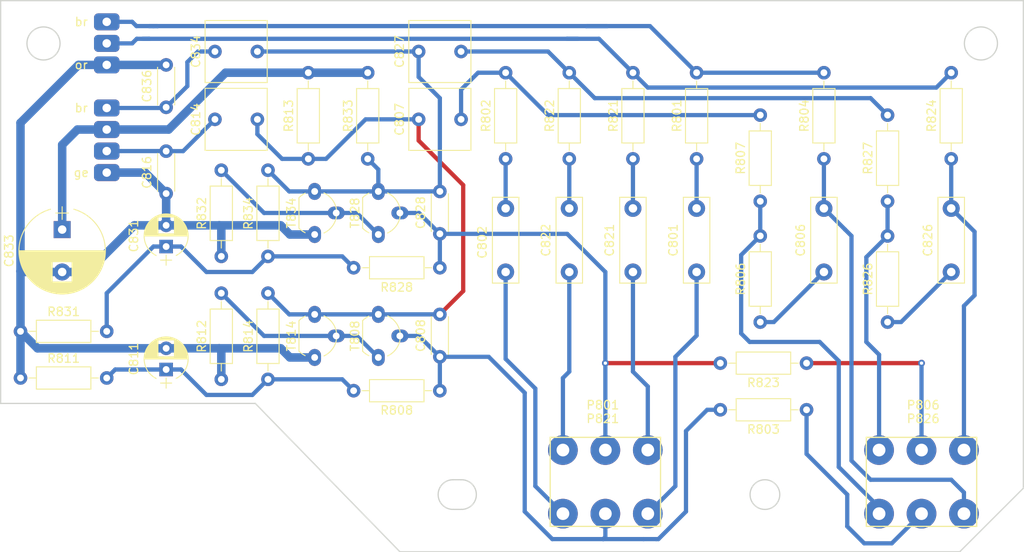
<source format=kicad_pcb>
(kicad_pcb (version 20171130) (host pcbnew "(5.1.7)-1")

  (general
    (thickness 1.6)
    (drawings 21)
    (tracks 208)
    (zones 0)
    (modules 46)
    (nets 33)
  )

  (page A4)
  (layers
    (0 F.Cu signal)
    (31 B.Cu signal)
    (32 B.Adhes user)
    (33 F.Adhes user)
    (34 B.Paste user)
    (35 F.Paste user)
    (36 B.SilkS user)
    (37 F.SilkS user)
    (38 B.Mask user)
    (39 F.Mask user)
    (40 Dwgs.User user)
    (41 Cmts.User user)
    (42 Eco1.User user)
    (43 Eco2.User user)
    (44 Edge.Cuts user)
    (45 Margin user)
    (46 B.CrtYd user)
    (47 F.CrtYd user)
    (48 B.Fab user hide)
    (49 F.Fab user hide)
  )

  (setup
    (last_trace_width 1)
    (user_trace_width 0.5)
    (user_trace_width 1)
    (trace_clearance 0.2)
    (zone_clearance 0.508)
    (zone_45_only no)
    (trace_min 0.2)
    (via_size 0.8)
    (via_drill 0.4)
    (via_min_size 0.4)
    (via_min_drill 0.3)
    (uvia_size 0.3)
    (uvia_drill 0.1)
    (uvias_allowed no)
    (uvia_min_size 0.2)
    (uvia_min_drill 0.1)
    (edge_width 0.05)
    (segment_width 0.2)
    (pcb_text_width 0.3)
    (pcb_text_size 1.5 1.5)
    (mod_edge_width 0.12)
    (mod_text_size 1 1)
    (mod_text_width 0.15)
    (pad_size 2 3)
    (pad_drill 1)
    (pad_to_mask_clearance 0)
    (aux_axis_origin 0 0)
    (visible_elements 7FFFFFFF)
    (pcbplotparams
      (layerselection 0x010fc_ffffffff)
      (usegerberextensions true)
      (usegerberattributes false)
      (usegerberadvancedattributes false)
      (creategerberjobfile false)
      (excludeedgelayer true)
      (linewidth 0.100000)
      (plotframeref false)
      (viasonmask false)
      (mode 1)
      (useauxorigin false)
      (hpglpennumber 1)
      (hpglpenspeed 20)
      (hpglpendiameter 15.000000)
      (psnegative false)
      (psa4output false)
      (plotreference true)
      (plotvalue false)
      (plotinvisibletext false)
      (padsonsilk false)
      (subtractmaskfromsilk true)
      (outputformat 1)
      (mirror false)
      (drillshape 0)
      (scaleselection 1)
      (outputdirectory "gerber"))
  )

  (net 0 "")
  (net 1 "Net-(R803-Pad1)")
  (net 2 "Net-(R812-Pad1)")
  (net 3 "Net-(R823-Pad1)")
  (net 4 "Net-(R832-Pad1)")
  (net 5 "Net-(R806-Pad1)")
  (net 6 "Net-(R826-Pad1)")
  (net 7 "Net-(C807-Pad1)")
  (net 8 "Net-(C807-Pad2)")
  (net 9 "Net-(C811-Pad1)")
  (net 10 "Net-(C827-Pad1)")
  (net 11 "Net-(C827-Pad2)")
  (net 12 "Net-(C831-Pad1)")
  (net 13 "Net-(C806-Pad1)")
  (net 14 "Net-(C806-Pad2)")
  (net 15 "Net-(C826-Pad1)")
  (net 16 "Net-(C826-Pad2)")
  (net 17 "Net-(C801-Pad1)")
  (net 18 "Net-(C801-Pad2)")
  (net 19 "Net-(C802-Pad1)")
  (net 20 "Net-(C802-Pad2)")
  (net 21 "Net-(C821-Pad1)")
  (net 22 "Net-(C821-Pad2)")
  (net 23 "Net-(C822-Pad1)")
  (net 24 "Net-(C822-Pad2)")
  (net 25 "Net-(C808-Pad2)")
  (net 26 "Net-(C828-Pad2)")
  (net 27 GND)
  (net 28 +24V)
  (net 29 OUT_R)
  (net 30 OUT_L)
  (net 31 IN_R)
  (net 32 IN_L)

  (net_class Default "This is the default net class."
    (clearance 0.2)
    (trace_width 0.25)
    (via_dia 0.8)
    (via_drill 0.4)
    (uvia_dia 0.3)
    (uvia_drill 0.1)
    (add_net +24V)
    (add_net GND)
    (add_net IN_L)
    (add_net IN_R)
    (add_net "Net-(C801-Pad1)")
    (add_net "Net-(C801-Pad2)")
    (add_net "Net-(C802-Pad1)")
    (add_net "Net-(C802-Pad2)")
    (add_net "Net-(C806-Pad1)")
    (add_net "Net-(C806-Pad2)")
    (add_net "Net-(C807-Pad1)")
    (add_net "Net-(C807-Pad2)")
    (add_net "Net-(C808-Pad2)")
    (add_net "Net-(C811-Pad1)")
    (add_net "Net-(C821-Pad1)")
    (add_net "Net-(C821-Pad2)")
    (add_net "Net-(C822-Pad1)")
    (add_net "Net-(C822-Pad2)")
    (add_net "Net-(C826-Pad1)")
    (add_net "Net-(C826-Pad2)")
    (add_net "Net-(C827-Pad1)")
    (add_net "Net-(C827-Pad2)")
    (add_net "Net-(C828-Pad2)")
    (add_net "Net-(C831-Pad1)")
    (add_net "Net-(R803-Pad1)")
    (add_net "Net-(R806-Pad1)")
    (add_net "Net-(R812-Pad1)")
    (add_net "Net-(R823-Pad1)")
    (add_net "Net-(R826-Pad1)")
    (add_net "Net-(R832-Pad1)")
    (add_net OUT_L)
    (add_net OUT_R)
  )

  (module Capacitors_THT:C_Rect_L7.2mm_W7.2mm_P5.00mm_FKS2_FKP2_MKS2_MKP2 (layer F.Cu) (tedit 597BC7C2) (tstamp 63AE0902)
    (at 69.75 36 180)
    (descr "C, Rect series, Radial, pin pitch=5.00mm, , length*width=7.2*7.2mm^2, Capacitor, http://www.wima.com/EN/WIMA_FKS_2.pdf")
    (tags "C Rect series Radial pin pitch 5.00mm  length 7.2mm width 7.2mm Capacitor")
    (path /634DA046)
    (fp_text reference C834 (at 7.25 0 90) (layer F.SilkS)
      (effects (font (size 1 1) (thickness 0.15)))
    )
    (fp_text value 4.7µF (at 2.5 4.91) (layer F.Fab)
      (effects (font (size 1 1) (thickness 0.15)))
    )
    (fp_line (start 6.45 -3.95) (end -1.45 -3.95) (layer F.CrtYd) (width 0.05))
    (fp_line (start 6.45 3.95) (end 6.45 -3.95) (layer F.CrtYd) (width 0.05))
    (fp_line (start -1.45 3.95) (end 6.45 3.95) (layer F.CrtYd) (width 0.05))
    (fp_line (start -1.45 -3.95) (end -1.45 3.95) (layer F.CrtYd) (width 0.05))
    (fp_line (start 6.16 -3.66) (end 6.16 3.66) (layer F.SilkS) (width 0.12))
    (fp_line (start -1.16 -3.66) (end -1.16 3.66) (layer F.SilkS) (width 0.12))
    (fp_line (start -1.16 3.66) (end 6.16 3.66) (layer F.SilkS) (width 0.12))
    (fp_line (start -1.16 -3.66) (end 6.16 -3.66) (layer F.SilkS) (width 0.12))
    (fp_line (start 6.1 -3.6) (end -1.1 -3.6) (layer F.Fab) (width 0.1))
    (fp_line (start 6.1 3.6) (end 6.1 -3.6) (layer F.Fab) (width 0.1))
    (fp_line (start -1.1 3.6) (end 6.1 3.6) (layer F.Fab) (width 0.1))
    (fp_line (start -1.1 -3.6) (end -1.1 3.6) (layer F.Fab) (width 0.1))
    (fp_text user %R (at 2.5 0) (layer F.Fab)
      (effects (font (size 1 1) (thickness 0.15)))
    )
    (pad 1 thru_hole circle (at 0 0 180) (size 1.6 1.6) (drill 0.8) (layers *.Cu *.Mask)
      (net 10 "Net-(C827-Pad1)"))
    (pad 2 thru_hole circle (at 5 0 180) (size 1.6 1.6) (drill 0.8) (layers *.Cu *.Mask)
      (net 29 OUT_R))
    (model ${KISYS3DMOD}/Capacitors_THT.3dshapes/C_Rect_L7.2mm_W7.2mm_P5.00mm_FKS2_FKP2_MKS2_MKP2.wrl
      (at (xyz 0 0 0))
      (scale (xyz 1 1 1))
      (rotate (xyz 0 0 0))
    )
  )

  (module Capacitors_THT:C_Rect_L7.2mm_W7.2mm_P5.00mm_FKS2_FKP2_MKS2_MKP2 (layer F.Cu) (tedit 597BC7C2) (tstamp 63AE0429)
    (at 88.75 44)
    (descr "C, Rect series, Radial, pin pitch=5.00mm, , length*width=7.2*7.2mm^2, Capacitor, http://www.wima.com/EN/WIMA_FKS_2.pdf")
    (tags "C Rect series Radial pin pitch 5.00mm  length 7.2mm width 7.2mm Capacitor")
    (path /634D7F0B)
    (fp_text reference C807 (at -2.25 0 90) (layer F.SilkS)
      (effects (font (size 1 1) (thickness 0.15)))
    )
    (fp_text value 2.2µF (at 2.5 4.91) (layer F.Fab)
      (effects (font (size 1 1) (thickness 0.15)))
    )
    (fp_line (start 6.45 -3.95) (end -1.45 -3.95) (layer F.CrtYd) (width 0.05))
    (fp_line (start 6.45 3.95) (end 6.45 -3.95) (layer F.CrtYd) (width 0.05))
    (fp_line (start -1.45 3.95) (end 6.45 3.95) (layer F.CrtYd) (width 0.05))
    (fp_line (start -1.45 -3.95) (end -1.45 3.95) (layer F.CrtYd) (width 0.05))
    (fp_line (start 6.16 -3.66) (end 6.16 3.66) (layer F.SilkS) (width 0.12))
    (fp_line (start -1.16 -3.66) (end -1.16 3.66) (layer F.SilkS) (width 0.12))
    (fp_line (start -1.16 3.66) (end 6.16 3.66) (layer F.SilkS) (width 0.12))
    (fp_line (start -1.16 -3.66) (end 6.16 -3.66) (layer F.SilkS) (width 0.12))
    (fp_line (start 6.1 -3.6) (end -1.1 -3.6) (layer F.Fab) (width 0.1))
    (fp_line (start 6.1 3.6) (end 6.1 -3.6) (layer F.Fab) (width 0.1))
    (fp_line (start -1.1 3.6) (end 6.1 3.6) (layer F.Fab) (width 0.1))
    (fp_line (start -1.1 -3.6) (end -1.1 3.6) (layer F.Fab) (width 0.1))
    (fp_text user %R (at 2.5 0) (layer F.Fab)
      (effects (font (size 1 1) (thickness 0.15)))
    )
    (pad 1 thru_hole circle (at 0 0) (size 1.6 1.6) (drill 0.8) (layers *.Cu *.Mask)
      (net 7 "Net-(C807-Pad1)"))
    (pad 2 thru_hole circle (at 5 0) (size 1.6 1.6) (drill 0.8) (layers *.Cu *.Mask)
      (net 8 "Net-(C807-Pad2)"))
    (model ${KISYS3DMOD}/Capacitors_THT.3dshapes/C_Rect_L7.2mm_W7.2mm_P5.00mm_FKS2_FKP2_MKS2_MKP2.wrl
      (at (xyz 0 0 0))
      (scale (xyz 1 1 1))
      (rotate (xyz 0 0 0))
    )
  )

  (module Capacitors_THT:C_Rect_L7.2mm_W7.2mm_P5.00mm_FKS2_FKP2_MKS2_MKP2 (layer F.Cu) (tedit 597BC7C2) (tstamp 63ADE9E2)
    (at 88.75 36)
    (descr "C, Rect series, Radial, pin pitch=5.00mm, , length*width=7.2*7.2mm^2, Capacitor, http://www.wima.com/EN/WIMA_FKS_2.pdf")
    (tags "C Rect series Radial pin pitch 5.00mm  length 7.2mm width 7.2mm Capacitor")
    (path /634D8DE6)
    (fp_text reference C827 (at -2.25 0 90) (layer F.SilkS)
      (effects (font (size 1 1) (thickness 0.15)))
    )
    (fp_text value 2.2µF (at 2.5 4.91) (layer F.Fab)
      (effects (font (size 1 1) (thickness 0.15)))
    )
    (fp_line (start 6.45 -3.95) (end -1.45 -3.95) (layer F.CrtYd) (width 0.05))
    (fp_line (start 6.45 3.95) (end 6.45 -3.95) (layer F.CrtYd) (width 0.05))
    (fp_line (start -1.45 3.95) (end 6.45 3.95) (layer F.CrtYd) (width 0.05))
    (fp_line (start -1.45 -3.95) (end -1.45 3.95) (layer F.CrtYd) (width 0.05))
    (fp_line (start 6.16 -3.66) (end 6.16 3.66) (layer F.SilkS) (width 0.12))
    (fp_line (start -1.16 -3.66) (end -1.16 3.66) (layer F.SilkS) (width 0.12))
    (fp_line (start -1.16 3.66) (end 6.16 3.66) (layer F.SilkS) (width 0.12))
    (fp_line (start -1.16 -3.66) (end 6.16 -3.66) (layer F.SilkS) (width 0.12))
    (fp_line (start 6.1 -3.6) (end -1.1 -3.6) (layer F.Fab) (width 0.1))
    (fp_line (start 6.1 3.6) (end 6.1 -3.6) (layer F.Fab) (width 0.1))
    (fp_line (start -1.1 3.6) (end 6.1 3.6) (layer F.Fab) (width 0.1))
    (fp_line (start -1.1 -3.6) (end -1.1 3.6) (layer F.Fab) (width 0.1))
    (fp_text user %R (at 2.5 0) (layer F.Fab)
      (effects (font (size 1 1) (thickness 0.15)))
    )
    (pad 1 thru_hole circle (at 0 0) (size 1.6 1.6) (drill 0.8) (layers *.Cu *.Mask)
      (net 10 "Net-(C827-Pad1)"))
    (pad 2 thru_hole circle (at 5 0) (size 1.6 1.6) (drill 0.8) (layers *.Cu *.Mask)
      (net 11 "Net-(C827-Pad2)"))
    (model ${KISYS3DMOD}/Capacitors_THT.3dshapes/C_Rect_L7.2mm_W7.2mm_P5.00mm_FKS2_FKP2_MKS2_MKP2.wrl
      (at (xyz 0 0 0))
      (scale (xyz 1 1 1))
      (rotate (xyz 0 0 0))
    )
  )

  (module Capacitors_THT:C_Rect_L7.2mm_W7.2mm_P5.00mm_FKS2_FKP2_MKS2_MKP2 (layer F.Cu) (tedit 597BC7C2) (tstamp 63ADE94B)
    (at 69.75 44 180)
    (descr "C, Rect series, Radial, pin pitch=5.00mm, , length*width=7.2*7.2mm^2, Capacitor, http://www.wima.com/EN/WIMA_FKS_2.pdf")
    (tags "C Rect series Radial pin pitch 5.00mm  length 7.2mm width 7.2mm Capacitor")
    (path /634D9B6C)
    (fp_text reference C814 (at 7.25 0 90) (layer F.SilkS)
      (effects (font (size 1 1) (thickness 0.15)))
    )
    (fp_text value 4.7µF (at 2.5 4.91) (layer F.Fab)
      (effects (font (size 1 1) (thickness 0.15)))
    )
    (fp_line (start 6.45 -3.95) (end -1.45 -3.95) (layer F.CrtYd) (width 0.05))
    (fp_line (start 6.45 3.95) (end 6.45 -3.95) (layer F.CrtYd) (width 0.05))
    (fp_line (start -1.45 3.95) (end 6.45 3.95) (layer F.CrtYd) (width 0.05))
    (fp_line (start -1.45 -3.95) (end -1.45 3.95) (layer F.CrtYd) (width 0.05))
    (fp_line (start 6.16 -3.66) (end 6.16 3.66) (layer F.SilkS) (width 0.12))
    (fp_line (start -1.16 -3.66) (end -1.16 3.66) (layer F.SilkS) (width 0.12))
    (fp_line (start -1.16 3.66) (end 6.16 3.66) (layer F.SilkS) (width 0.12))
    (fp_line (start -1.16 -3.66) (end 6.16 -3.66) (layer F.SilkS) (width 0.12))
    (fp_line (start 6.1 -3.6) (end -1.1 -3.6) (layer F.Fab) (width 0.1))
    (fp_line (start 6.1 3.6) (end 6.1 -3.6) (layer F.Fab) (width 0.1))
    (fp_line (start -1.1 3.6) (end 6.1 3.6) (layer F.Fab) (width 0.1))
    (fp_line (start -1.1 -3.6) (end -1.1 3.6) (layer F.Fab) (width 0.1))
    (fp_text user %R (at 2.5 0) (layer F.Fab)
      (effects (font (size 1 1) (thickness 0.15)))
    )
    (pad 1 thru_hole circle (at 0 0 180) (size 1.6 1.6) (drill 0.8) (layers *.Cu *.Mask)
      (net 7 "Net-(C807-Pad1)"))
    (pad 2 thru_hole circle (at 5 0 180) (size 1.6 1.6) (drill 0.8) (layers *.Cu *.Mask)
      (net 30 OUT_L))
    (model ${KISYS3DMOD}/Capacitors_THT.3dshapes/C_Rect_L7.2mm_W7.2mm_P5.00mm_FKS2_FKP2_MKS2_MKP2.wrl
      (at (xyz 0 0 0))
      (scale (xyz 1 1 1))
      (rotate (xyz 0 0 0))
    )
  )

  (module Klang-Modul:Conn_01x07 (layer F.Cu) (tedit 63A62ED1) (tstamp 63505683)
    (at 52 32.5 270)
    (path /63915A1B)
    (fp_text reference J1 (at 7.5 5.5 90) (layer F.SilkS) hide
      (effects (font (size 1 1) (thickness 0.15)))
    )
    (fp_text value Conn_01x07 (at 7.5 4.5 90) (layer F.Fab)
      (effects (font (size 1 1) (thickness 0.15)))
    )
    (pad 7 thru_hole roundrect (at 17.78 0 270) (size 2 3) (drill 1) (layers *.Cu *.Mask) (roundrect_rratio 0.25)
      (net 27 GND))
    (pad 6 thru_hole roundrect (at 15.24 0 270) (size 2 3) (drill 1) (layers *.Cu *.Mask) (roundrect_rratio 0.25)
      (net 30 OUT_L))
    (pad 5 thru_hole roundrect (at 12.7 0 270) (size 2 3) (drill 1) (layers *.Cu *.Mask) (roundrect_rratio 0.25)
      (net 28 +24V))
    (pad 4 thru_hole roundrect (at 10.16 0 270) (size 2 3) (drill 1) (layers *.Cu *.Mask) (roundrect_rratio 0.25)
      (net 29 OUT_R))
    (pad 3 thru_hole roundrect (at 5.08 0 270) (size 2 3) (drill 1) (layers *.Cu *.Mask) (roundrect_rratio 0.25)
      (net 27 GND))
    (pad 2 thru_hole roundrect (at 2.54 0 270) (size 2 3) (drill 1) (layers *.Cu *.Mask) (roundrect_rratio 0.25)
      (net 31 IN_R))
    (pad 1 thru_hole roundrect (at 0 0 270) (size 2 3) (drill 1) (layers *.Cu *.Mask) (roundrect_rratio 0.25)
      (net 32 IN_L))
  )

  (module Capacitors_THT:CP_Radial_D5.0mm_P2.50mm (layer F.Cu) (tedit 597BC7C2) (tstamp 634FC0F7)
    (at 59 59 90)
    (descr "CP, Radial series, Radial, pin pitch=2.50mm, , diameter=5mm, Electrolytic Capacitor")
    (tags "CP Radial series Radial pin pitch 2.50mm  diameter 5mm Electrolytic Capacitor")
    (path /634D9112)
    (fp_text reference C831 (at 1.25 -3.81 90) (layer F.SilkS)
      (effects (font (size 1 1) (thickness 0.15)))
    )
    (fp_text value 4.7µF (at 1.25 3.81 90) (layer F.Fab)
      (effects (font (size 1 1) (thickness 0.15)))
    )
    (fp_line (start 4.1 -2.85) (end -1.6 -2.85) (layer F.CrtYd) (width 0.05))
    (fp_line (start 4.1 2.85) (end 4.1 -2.85) (layer F.CrtYd) (width 0.05))
    (fp_line (start -1.6 2.85) (end 4.1 2.85) (layer F.CrtYd) (width 0.05))
    (fp_line (start -1.6 -2.85) (end -1.6 2.85) (layer F.CrtYd) (width 0.05))
    (fp_line (start -1.6 -0.65) (end -1.6 0.65) (layer F.SilkS) (width 0.12))
    (fp_line (start -2.2 0) (end -1 0) (layer F.SilkS) (width 0.12))
    (fp_line (start 3.811 -0.354) (end 3.811 0.354) (layer F.SilkS) (width 0.12))
    (fp_line (start 3.771 -0.559) (end 3.771 0.559) (layer F.SilkS) (width 0.12))
    (fp_line (start 3.731 -0.707) (end 3.731 0.707) (layer F.SilkS) (width 0.12))
    (fp_line (start 3.691 -0.829) (end 3.691 0.829) (layer F.SilkS) (width 0.12))
    (fp_line (start 3.651 -0.934) (end 3.651 0.934) (layer F.SilkS) (width 0.12))
    (fp_line (start 3.611 -1.028) (end 3.611 1.028) (layer F.SilkS) (width 0.12))
    (fp_line (start 3.571 -1.112) (end 3.571 1.112) (layer F.SilkS) (width 0.12))
    (fp_line (start 3.531 -1.189) (end 3.531 1.189) (layer F.SilkS) (width 0.12))
    (fp_line (start 3.491 -1.261) (end 3.491 1.261) (layer F.SilkS) (width 0.12))
    (fp_line (start 3.451 0.98) (end 3.451 1.327) (layer F.SilkS) (width 0.12))
    (fp_line (start 3.451 -1.327) (end 3.451 -0.98) (layer F.SilkS) (width 0.12))
    (fp_line (start 3.411 0.98) (end 3.411 1.39) (layer F.SilkS) (width 0.12))
    (fp_line (start 3.411 -1.39) (end 3.411 -0.98) (layer F.SilkS) (width 0.12))
    (fp_line (start 3.371 0.98) (end 3.371 1.448) (layer F.SilkS) (width 0.12))
    (fp_line (start 3.371 -1.448) (end 3.371 -0.98) (layer F.SilkS) (width 0.12))
    (fp_line (start 3.331 0.98) (end 3.331 1.504) (layer F.SilkS) (width 0.12))
    (fp_line (start 3.331 -1.504) (end 3.331 -0.98) (layer F.SilkS) (width 0.12))
    (fp_line (start 3.291 0.98) (end 3.291 1.556) (layer F.SilkS) (width 0.12))
    (fp_line (start 3.291 -1.556) (end 3.291 -0.98) (layer F.SilkS) (width 0.12))
    (fp_line (start 3.251 0.98) (end 3.251 1.606) (layer F.SilkS) (width 0.12))
    (fp_line (start 3.251 -1.606) (end 3.251 -0.98) (layer F.SilkS) (width 0.12))
    (fp_line (start 3.211 0.98) (end 3.211 1.654) (layer F.SilkS) (width 0.12))
    (fp_line (start 3.211 -1.654) (end 3.211 -0.98) (layer F.SilkS) (width 0.12))
    (fp_line (start 3.171 0.98) (end 3.171 1.699) (layer F.SilkS) (width 0.12))
    (fp_line (start 3.171 -1.699) (end 3.171 -0.98) (layer F.SilkS) (width 0.12))
    (fp_line (start 3.131 0.98) (end 3.131 1.742) (layer F.SilkS) (width 0.12))
    (fp_line (start 3.131 -1.742) (end 3.131 -0.98) (layer F.SilkS) (width 0.12))
    (fp_line (start 3.091 0.98) (end 3.091 1.783) (layer F.SilkS) (width 0.12))
    (fp_line (start 3.091 -1.783) (end 3.091 -0.98) (layer F.SilkS) (width 0.12))
    (fp_line (start 3.051 0.98) (end 3.051 1.823) (layer F.SilkS) (width 0.12))
    (fp_line (start 3.051 -1.823) (end 3.051 -0.98) (layer F.SilkS) (width 0.12))
    (fp_line (start 3.011 0.98) (end 3.011 1.861) (layer F.SilkS) (width 0.12))
    (fp_line (start 3.011 -1.861) (end 3.011 -0.98) (layer F.SilkS) (width 0.12))
    (fp_line (start 2.971 0.98) (end 2.971 1.897) (layer F.SilkS) (width 0.12))
    (fp_line (start 2.971 -1.897) (end 2.971 -0.98) (layer F.SilkS) (width 0.12))
    (fp_line (start 2.931 0.98) (end 2.931 1.932) (layer F.SilkS) (width 0.12))
    (fp_line (start 2.931 -1.932) (end 2.931 -0.98) (layer F.SilkS) (width 0.12))
    (fp_line (start 2.891 0.98) (end 2.891 1.965) (layer F.SilkS) (width 0.12))
    (fp_line (start 2.891 -1.965) (end 2.891 -0.98) (layer F.SilkS) (width 0.12))
    (fp_line (start 2.851 0.98) (end 2.851 1.997) (layer F.SilkS) (width 0.12))
    (fp_line (start 2.851 -1.997) (end 2.851 -0.98) (layer F.SilkS) (width 0.12))
    (fp_line (start 2.811 0.98) (end 2.811 2.028) (layer F.SilkS) (width 0.12))
    (fp_line (start 2.811 -2.028) (end 2.811 -0.98) (layer F.SilkS) (width 0.12))
    (fp_line (start 2.771 0.98) (end 2.771 2.058) (layer F.SilkS) (width 0.12))
    (fp_line (start 2.771 -2.058) (end 2.771 -0.98) (layer F.SilkS) (width 0.12))
    (fp_line (start 2.731 0.98) (end 2.731 2.086) (layer F.SilkS) (width 0.12))
    (fp_line (start 2.731 -2.086) (end 2.731 -0.98) (layer F.SilkS) (width 0.12))
    (fp_line (start 2.691 0.98) (end 2.691 2.113) (layer F.SilkS) (width 0.12))
    (fp_line (start 2.691 -2.113) (end 2.691 -0.98) (layer F.SilkS) (width 0.12))
    (fp_line (start 2.651 0.98) (end 2.651 2.14) (layer F.SilkS) (width 0.12))
    (fp_line (start 2.651 -2.14) (end 2.651 -0.98) (layer F.SilkS) (width 0.12))
    (fp_line (start 2.611 0.98) (end 2.611 2.165) (layer F.SilkS) (width 0.12))
    (fp_line (start 2.611 -2.165) (end 2.611 -0.98) (layer F.SilkS) (width 0.12))
    (fp_line (start 2.571 0.98) (end 2.571 2.189) (layer F.SilkS) (width 0.12))
    (fp_line (start 2.571 -2.189) (end 2.571 -0.98) (layer F.SilkS) (width 0.12))
    (fp_line (start 2.531 0.98) (end 2.531 2.212) (layer F.SilkS) (width 0.12))
    (fp_line (start 2.531 -2.212) (end 2.531 -0.98) (layer F.SilkS) (width 0.12))
    (fp_line (start 2.491 0.98) (end 2.491 2.234) (layer F.SilkS) (width 0.12))
    (fp_line (start 2.491 -2.234) (end 2.491 -0.98) (layer F.SilkS) (width 0.12))
    (fp_line (start 2.451 0.98) (end 2.451 2.256) (layer F.SilkS) (width 0.12))
    (fp_line (start 2.451 -2.256) (end 2.451 -0.98) (layer F.SilkS) (width 0.12))
    (fp_line (start 2.411 0.98) (end 2.411 2.276) (layer F.SilkS) (width 0.12))
    (fp_line (start 2.411 -2.276) (end 2.411 -0.98) (layer F.SilkS) (width 0.12))
    (fp_line (start 2.371 0.98) (end 2.371 2.296) (layer F.SilkS) (width 0.12))
    (fp_line (start 2.371 -2.296) (end 2.371 -0.98) (layer F.SilkS) (width 0.12))
    (fp_line (start 2.331 0.98) (end 2.331 2.315) (layer F.SilkS) (width 0.12))
    (fp_line (start 2.331 -2.315) (end 2.331 -0.98) (layer F.SilkS) (width 0.12))
    (fp_line (start 2.291 0.98) (end 2.291 2.333) (layer F.SilkS) (width 0.12))
    (fp_line (start 2.291 -2.333) (end 2.291 -0.98) (layer F.SilkS) (width 0.12))
    (fp_line (start 2.251 0.98) (end 2.251 2.35) (layer F.SilkS) (width 0.12))
    (fp_line (start 2.251 -2.35) (end 2.251 -0.98) (layer F.SilkS) (width 0.12))
    (fp_line (start 2.211 0.98) (end 2.211 2.366) (layer F.SilkS) (width 0.12))
    (fp_line (start 2.211 -2.366) (end 2.211 -0.98) (layer F.SilkS) (width 0.12))
    (fp_line (start 2.171 0.98) (end 2.171 2.382) (layer F.SilkS) (width 0.12))
    (fp_line (start 2.171 -2.382) (end 2.171 -0.98) (layer F.SilkS) (width 0.12))
    (fp_line (start 2.131 0.98) (end 2.131 2.396) (layer F.SilkS) (width 0.12))
    (fp_line (start 2.131 -2.396) (end 2.131 -0.98) (layer F.SilkS) (width 0.12))
    (fp_line (start 2.091 0.98) (end 2.091 2.41) (layer F.SilkS) (width 0.12))
    (fp_line (start 2.091 -2.41) (end 2.091 -0.98) (layer F.SilkS) (width 0.12))
    (fp_line (start 2.051 0.98) (end 2.051 2.424) (layer F.SilkS) (width 0.12))
    (fp_line (start 2.051 -2.424) (end 2.051 -0.98) (layer F.SilkS) (width 0.12))
    (fp_line (start 2.011 0.98) (end 2.011 2.436) (layer F.SilkS) (width 0.12))
    (fp_line (start 2.011 -2.436) (end 2.011 -0.98) (layer F.SilkS) (width 0.12))
    (fp_line (start 1.971 0.98) (end 1.971 2.448) (layer F.SilkS) (width 0.12))
    (fp_line (start 1.971 -2.448) (end 1.971 -0.98) (layer F.SilkS) (width 0.12))
    (fp_line (start 1.93 0.98) (end 1.93 2.46) (layer F.SilkS) (width 0.12))
    (fp_line (start 1.93 -2.46) (end 1.93 -0.98) (layer F.SilkS) (width 0.12))
    (fp_line (start 1.89 0.98) (end 1.89 2.47) (layer F.SilkS) (width 0.12))
    (fp_line (start 1.89 -2.47) (end 1.89 -0.98) (layer F.SilkS) (width 0.12))
    (fp_line (start 1.85 0.98) (end 1.85 2.48) (layer F.SilkS) (width 0.12))
    (fp_line (start 1.85 -2.48) (end 1.85 -0.98) (layer F.SilkS) (width 0.12))
    (fp_line (start 1.81 0.98) (end 1.81 2.489) (layer F.SilkS) (width 0.12))
    (fp_line (start 1.81 -2.489) (end 1.81 -0.98) (layer F.SilkS) (width 0.12))
    (fp_line (start 1.77 0.98) (end 1.77 2.498) (layer F.SilkS) (width 0.12))
    (fp_line (start 1.77 -2.498) (end 1.77 -0.98) (layer F.SilkS) (width 0.12))
    (fp_line (start 1.73 0.98) (end 1.73 2.506) (layer F.SilkS) (width 0.12))
    (fp_line (start 1.73 -2.506) (end 1.73 -0.98) (layer F.SilkS) (width 0.12))
    (fp_line (start 1.69 0.98) (end 1.69 2.513) (layer F.SilkS) (width 0.12))
    (fp_line (start 1.69 -2.513) (end 1.69 -0.98) (layer F.SilkS) (width 0.12))
    (fp_line (start 1.65 0.98) (end 1.65 2.519) (layer F.SilkS) (width 0.12))
    (fp_line (start 1.65 -2.519) (end 1.65 -0.98) (layer F.SilkS) (width 0.12))
    (fp_line (start 1.61 0.98) (end 1.61 2.525) (layer F.SilkS) (width 0.12))
    (fp_line (start 1.61 -2.525) (end 1.61 -0.98) (layer F.SilkS) (width 0.12))
    (fp_line (start 1.57 0.98) (end 1.57 2.531) (layer F.SilkS) (width 0.12))
    (fp_line (start 1.57 -2.531) (end 1.57 -0.98) (layer F.SilkS) (width 0.12))
    (fp_line (start 1.53 0.98) (end 1.53 2.535) (layer F.SilkS) (width 0.12))
    (fp_line (start 1.53 -2.535) (end 1.53 -0.98) (layer F.SilkS) (width 0.12))
    (fp_line (start 1.49 -2.539) (end 1.49 2.539) (layer F.SilkS) (width 0.12))
    (fp_line (start 1.45 -2.543) (end 1.45 2.543) (layer F.SilkS) (width 0.12))
    (fp_line (start 1.41 -2.546) (end 1.41 2.546) (layer F.SilkS) (width 0.12))
    (fp_line (start 1.37 -2.548) (end 1.37 2.548) (layer F.SilkS) (width 0.12))
    (fp_line (start 1.33 -2.549) (end 1.33 2.549) (layer F.SilkS) (width 0.12))
    (fp_line (start 1.29 -2.55) (end 1.29 2.55) (layer F.SilkS) (width 0.12))
    (fp_line (start 1.25 -2.55) (end 1.25 2.55) (layer F.SilkS) (width 0.12))
    (fp_line (start -1.6 -0.65) (end -1.6 0.65) (layer F.Fab) (width 0.1))
    (fp_line (start -2.2 0) (end -1 0) (layer F.Fab) (width 0.1))
    (fp_circle (center 1.25 0) (end 3.75 0) (layer F.Fab) (width 0.1))
    (fp_arc (start 1.25 0) (end -1.05558 -1.18) (angle 125.8) (layer F.SilkS) (width 0.12))
    (fp_arc (start 1.25 0) (end -1.05558 1.18) (angle -125.8) (layer F.SilkS) (width 0.12))
    (fp_arc (start 1.25 0) (end 3.55558 -1.18) (angle 54.2) (layer F.SilkS) (width 0.12))
    (fp_text user %R (at 1.25 0 90) (layer F.Fab)
      (effects (font (size 1 1) (thickness 0.15)))
    )
    (pad 1 thru_hole rect (at 0 0 90) (size 1.6 1.6) (drill 0.8) (layers *.Cu *.Mask)
      (net 12 "Net-(C831-Pad1)"))
    (pad 2 thru_hole circle (at 2.5 0 90) (size 1.6 1.6) (drill 0.8) (layers *.Cu *.Mask)
      (net 27 GND))
    (model ${KISYS3DMOD}/Capacitors_THT.3dshapes/CP_Radial_D5.0mm_P2.50mm.wrl
      (at (xyz 0 0 0))
      (scale (xyz 1 1 1))
      (rotate (xyz 0 0 0))
    )
  )

  (module Capacitors_THT:CP_Radial_D5.0mm_P2.50mm (layer F.Cu) (tedit 597BC7C2) (tstamp 634FBE28)
    (at 59 73.5 90)
    (descr "CP, Radial series, Radial, pin pitch=2.50mm, , diameter=5mm, Electrolytic Capacitor")
    (tags "CP Radial series Radial pin pitch 2.50mm  diameter 5mm Electrolytic Capacitor")
    (path /634D9819)
    (fp_text reference C811 (at 1.25 -3.81 90) (layer F.SilkS)
      (effects (font (size 1 1) (thickness 0.15)))
    )
    (fp_text value 4.7µF (at 1.25 3.81 90) (layer F.Fab)
      (effects (font (size 1 1) (thickness 0.15)))
    )
    (fp_line (start 4.1 -2.85) (end -1.6 -2.85) (layer F.CrtYd) (width 0.05))
    (fp_line (start 4.1 2.85) (end 4.1 -2.85) (layer F.CrtYd) (width 0.05))
    (fp_line (start -1.6 2.85) (end 4.1 2.85) (layer F.CrtYd) (width 0.05))
    (fp_line (start -1.6 -2.85) (end -1.6 2.85) (layer F.CrtYd) (width 0.05))
    (fp_line (start -1.6 -0.65) (end -1.6 0.65) (layer F.SilkS) (width 0.12))
    (fp_line (start -2.2 0) (end -1 0) (layer F.SilkS) (width 0.12))
    (fp_line (start 3.811 -0.354) (end 3.811 0.354) (layer F.SilkS) (width 0.12))
    (fp_line (start 3.771 -0.559) (end 3.771 0.559) (layer F.SilkS) (width 0.12))
    (fp_line (start 3.731 -0.707) (end 3.731 0.707) (layer F.SilkS) (width 0.12))
    (fp_line (start 3.691 -0.829) (end 3.691 0.829) (layer F.SilkS) (width 0.12))
    (fp_line (start 3.651 -0.934) (end 3.651 0.934) (layer F.SilkS) (width 0.12))
    (fp_line (start 3.611 -1.028) (end 3.611 1.028) (layer F.SilkS) (width 0.12))
    (fp_line (start 3.571 -1.112) (end 3.571 1.112) (layer F.SilkS) (width 0.12))
    (fp_line (start 3.531 -1.189) (end 3.531 1.189) (layer F.SilkS) (width 0.12))
    (fp_line (start 3.491 -1.261) (end 3.491 1.261) (layer F.SilkS) (width 0.12))
    (fp_line (start 3.451 0.98) (end 3.451 1.327) (layer F.SilkS) (width 0.12))
    (fp_line (start 3.451 -1.327) (end 3.451 -0.98) (layer F.SilkS) (width 0.12))
    (fp_line (start 3.411 0.98) (end 3.411 1.39) (layer F.SilkS) (width 0.12))
    (fp_line (start 3.411 -1.39) (end 3.411 -0.98) (layer F.SilkS) (width 0.12))
    (fp_line (start 3.371 0.98) (end 3.371 1.448) (layer F.SilkS) (width 0.12))
    (fp_line (start 3.371 -1.448) (end 3.371 -0.98) (layer F.SilkS) (width 0.12))
    (fp_line (start 3.331 0.98) (end 3.331 1.504) (layer F.SilkS) (width 0.12))
    (fp_line (start 3.331 -1.504) (end 3.331 -0.98) (layer F.SilkS) (width 0.12))
    (fp_line (start 3.291 0.98) (end 3.291 1.556) (layer F.SilkS) (width 0.12))
    (fp_line (start 3.291 -1.556) (end 3.291 -0.98) (layer F.SilkS) (width 0.12))
    (fp_line (start 3.251 0.98) (end 3.251 1.606) (layer F.SilkS) (width 0.12))
    (fp_line (start 3.251 -1.606) (end 3.251 -0.98) (layer F.SilkS) (width 0.12))
    (fp_line (start 3.211 0.98) (end 3.211 1.654) (layer F.SilkS) (width 0.12))
    (fp_line (start 3.211 -1.654) (end 3.211 -0.98) (layer F.SilkS) (width 0.12))
    (fp_line (start 3.171 0.98) (end 3.171 1.699) (layer F.SilkS) (width 0.12))
    (fp_line (start 3.171 -1.699) (end 3.171 -0.98) (layer F.SilkS) (width 0.12))
    (fp_line (start 3.131 0.98) (end 3.131 1.742) (layer F.SilkS) (width 0.12))
    (fp_line (start 3.131 -1.742) (end 3.131 -0.98) (layer F.SilkS) (width 0.12))
    (fp_line (start 3.091 0.98) (end 3.091 1.783) (layer F.SilkS) (width 0.12))
    (fp_line (start 3.091 -1.783) (end 3.091 -0.98) (layer F.SilkS) (width 0.12))
    (fp_line (start 3.051 0.98) (end 3.051 1.823) (layer F.SilkS) (width 0.12))
    (fp_line (start 3.051 -1.823) (end 3.051 -0.98) (layer F.SilkS) (width 0.12))
    (fp_line (start 3.011 0.98) (end 3.011 1.861) (layer F.SilkS) (width 0.12))
    (fp_line (start 3.011 -1.861) (end 3.011 -0.98) (layer F.SilkS) (width 0.12))
    (fp_line (start 2.971 0.98) (end 2.971 1.897) (layer F.SilkS) (width 0.12))
    (fp_line (start 2.971 -1.897) (end 2.971 -0.98) (layer F.SilkS) (width 0.12))
    (fp_line (start 2.931 0.98) (end 2.931 1.932) (layer F.SilkS) (width 0.12))
    (fp_line (start 2.931 -1.932) (end 2.931 -0.98) (layer F.SilkS) (width 0.12))
    (fp_line (start 2.891 0.98) (end 2.891 1.965) (layer F.SilkS) (width 0.12))
    (fp_line (start 2.891 -1.965) (end 2.891 -0.98) (layer F.SilkS) (width 0.12))
    (fp_line (start 2.851 0.98) (end 2.851 1.997) (layer F.SilkS) (width 0.12))
    (fp_line (start 2.851 -1.997) (end 2.851 -0.98) (layer F.SilkS) (width 0.12))
    (fp_line (start 2.811 0.98) (end 2.811 2.028) (layer F.SilkS) (width 0.12))
    (fp_line (start 2.811 -2.028) (end 2.811 -0.98) (layer F.SilkS) (width 0.12))
    (fp_line (start 2.771 0.98) (end 2.771 2.058) (layer F.SilkS) (width 0.12))
    (fp_line (start 2.771 -2.058) (end 2.771 -0.98) (layer F.SilkS) (width 0.12))
    (fp_line (start 2.731 0.98) (end 2.731 2.086) (layer F.SilkS) (width 0.12))
    (fp_line (start 2.731 -2.086) (end 2.731 -0.98) (layer F.SilkS) (width 0.12))
    (fp_line (start 2.691 0.98) (end 2.691 2.113) (layer F.SilkS) (width 0.12))
    (fp_line (start 2.691 -2.113) (end 2.691 -0.98) (layer F.SilkS) (width 0.12))
    (fp_line (start 2.651 0.98) (end 2.651 2.14) (layer F.SilkS) (width 0.12))
    (fp_line (start 2.651 -2.14) (end 2.651 -0.98) (layer F.SilkS) (width 0.12))
    (fp_line (start 2.611 0.98) (end 2.611 2.165) (layer F.SilkS) (width 0.12))
    (fp_line (start 2.611 -2.165) (end 2.611 -0.98) (layer F.SilkS) (width 0.12))
    (fp_line (start 2.571 0.98) (end 2.571 2.189) (layer F.SilkS) (width 0.12))
    (fp_line (start 2.571 -2.189) (end 2.571 -0.98) (layer F.SilkS) (width 0.12))
    (fp_line (start 2.531 0.98) (end 2.531 2.212) (layer F.SilkS) (width 0.12))
    (fp_line (start 2.531 -2.212) (end 2.531 -0.98) (layer F.SilkS) (width 0.12))
    (fp_line (start 2.491 0.98) (end 2.491 2.234) (layer F.SilkS) (width 0.12))
    (fp_line (start 2.491 -2.234) (end 2.491 -0.98) (layer F.SilkS) (width 0.12))
    (fp_line (start 2.451 0.98) (end 2.451 2.256) (layer F.SilkS) (width 0.12))
    (fp_line (start 2.451 -2.256) (end 2.451 -0.98) (layer F.SilkS) (width 0.12))
    (fp_line (start 2.411 0.98) (end 2.411 2.276) (layer F.SilkS) (width 0.12))
    (fp_line (start 2.411 -2.276) (end 2.411 -0.98) (layer F.SilkS) (width 0.12))
    (fp_line (start 2.371 0.98) (end 2.371 2.296) (layer F.SilkS) (width 0.12))
    (fp_line (start 2.371 -2.296) (end 2.371 -0.98) (layer F.SilkS) (width 0.12))
    (fp_line (start 2.331 0.98) (end 2.331 2.315) (layer F.SilkS) (width 0.12))
    (fp_line (start 2.331 -2.315) (end 2.331 -0.98) (layer F.SilkS) (width 0.12))
    (fp_line (start 2.291 0.98) (end 2.291 2.333) (layer F.SilkS) (width 0.12))
    (fp_line (start 2.291 -2.333) (end 2.291 -0.98) (layer F.SilkS) (width 0.12))
    (fp_line (start 2.251 0.98) (end 2.251 2.35) (layer F.SilkS) (width 0.12))
    (fp_line (start 2.251 -2.35) (end 2.251 -0.98) (layer F.SilkS) (width 0.12))
    (fp_line (start 2.211 0.98) (end 2.211 2.366) (layer F.SilkS) (width 0.12))
    (fp_line (start 2.211 -2.366) (end 2.211 -0.98) (layer F.SilkS) (width 0.12))
    (fp_line (start 2.171 0.98) (end 2.171 2.382) (layer F.SilkS) (width 0.12))
    (fp_line (start 2.171 -2.382) (end 2.171 -0.98) (layer F.SilkS) (width 0.12))
    (fp_line (start 2.131 0.98) (end 2.131 2.396) (layer F.SilkS) (width 0.12))
    (fp_line (start 2.131 -2.396) (end 2.131 -0.98) (layer F.SilkS) (width 0.12))
    (fp_line (start 2.091 0.98) (end 2.091 2.41) (layer F.SilkS) (width 0.12))
    (fp_line (start 2.091 -2.41) (end 2.091 -0.98) (layer F.SilkS) (width 0.12))
    (fp_line (start 2.051 0.98) (end 2.051 2.424) (layer F.SilkS) (width 0.12))
    (fp_line (start 2.051 -2.424) (end 2.051 -0.98) (layer F.SilkS) (width 0.12))
    (fp_line (start 2.011 0.98) (end 2.011 2.436) (layer F.SilkS) (width 0.12))
    (fp_line (start 2.011 -2.436) (end 2.011 -0.98) (layer F.SilkS) (width 0.12))
    (fp_line (start 1.971 0.98) (end 1.971 2.448) (layer F.SilkS) (width 0.12))
    (fp_line (start 1.971 -2.448) (end 1.971 -0.98) (layer F.SilkS) (width 0.12))
    (fp_line (start 1.93 0.98) (end 1.93 2.46) (layer F.SilkS) (width 0.12))
    (fp_line (start 1.93 -2.46) (end 1.93 -0.98) (layer F.SilkS) (width 0.12))
    (fp_line (start 1.89 0.98) (end 1.89 2.47) (layer F.SilkS) (width 0.12))
    (fp_line (start 1.89 -2.47) (end 1.89 -0.98) (layer F.SilkS) (width 0.12))
    (fp_line (start 1.85 0.98) (end 1.85 2.48) (layer F.SilkS) (width 0.12))
    (fp_line (start 1.85 -2.48) (end 1.85 -0.98) (layer F.SilkS) (width 0.12))
    (fp_line (start 1.81 0.98) (end 1.81 2.489) (layer F.SilkS) (width 0.12))
    (fp_line (start 1.81 -2.489) (end 1.81 -0.98) (layer F.SilkS) (width 0.12))
    (fp_line (start 1.77 0.98) (end 1.77 2.498) (layer F.SilkS) (width 0.12))
    (fp_line (start 1.77 -2.498) (end 1.77 -0.98) (layer F.SilkS) (width 0.12))
    (fp_line (start 1.73 0.98) (end 1.73 2.506) (layer F.SilkS) (width 0.12))
    (fp_line (start 1.73 -2.506) (end 1.73 -0.98) (layer F.SilkS) (width 0.12))
    (fp_line (start 1.69 0.98) (end 1.69 2.513) (layer F.SilkS) (width 0.12))
    (fp_line (start 1.69 -2.513) (end 1.69 -0.98) (layer F.SilkS) (width 0.12))
    (fp_line (start 1.65 0.98) (end 1.65 2.519) (layer F.SilkS) (width 0.12))
    (fp_line (start 1.65 -2.519) (end 1.65 -0.98) (layer F.SilkS) (width 0.12))
    (fp_line (start 1.61 0.98) (end 1.61 2.525) (layer F.SilkS) (width 0.12))
    (fp_line (start 1.61 -2.525) (end 1.61 -0.98) (layer F.SilkS) (width 0.12))
    (fp_line (start 1.57 0.98) (end 1.57 2.531) (layer F.SilkS) (width 0.12))
    (fp_line (start 1.57 -2.531) (end 1.57 -0.98) (layer F.SilkS) (width 0.12))
    (fp_line (start 1.53 0.98) (end 1.53 2.535) (layer F.SilkS) (width 0.12))
    (fp_line (start 1.53 -2.535) (end 1.53 -0.98) (layer F.SilkS) (width 0.12))
    (fp_line (start 1.49 -2.539) (end 1.49 2.539) (layer F.SilkS) (width 0.12))
    (fp_line (start 1.45 -2.543) (end 1.45 2.543) (layer F.SilkS) (width 0.12))
    (fp_line (start 1.41 -2.546) (end 1.41 2.546) (layer F.SilkS) (width 0.12))
    (fp_line (start 1.37 -2.548) (end 1.37 2.548) (layer F.SilkS) (width 0.12))
    (fp_line (start 1.33 -2.549) (end 1.33 2.549) (layer F.SilkS) (width 0.12))
    (fp_line (start 1.29 -2.55) (end 1.29 2.55) (layer F.SilkS) (width 0.12))
    (fp_line (start 1.25 -2.55) (end 1.25 2.55) (layer F.SilkS) (width 0.12))
    (fp_line (start -1.6 -0.65) (end -1.6 0.65) (layer F.Fab) (width 0.1))
    (fp_line (start -2.2 0) (end -1 0) (layer F.Fab) (width 0.1))
    (fp_circle (center 1.25 0) (end 3.75 0) (layer F.Fab) (width 0.1))
    (fp_arc (start 1.25 0) (end -1.05558 -1.18) (angle 125.8) (layer F.SilkS) (width 0.12))
    (fp_arc (start 1.25 0) (end -1.05558 1.18) (angle -125.8) (layer F.SilkS) (width 0.12))
    (fp_arc (start 1.25 0) (end 3.55558 -1.18) (angle 54.2) (layer F.SilkS) (width 0.12))
    (fp_text user %R (at 1.25 0 90) (layer F.Fab)
      (effects (font (size 1 1) (thickness 0.15)))
    )
    (pad 1 thru_hole rect (at 0 0 90) (size 1.6 1.6) (drill 0.8) (layers *.Cu *.Mask)
      (net 9 "Net-(C811-Pad1)"))
    (pad 2 thru_hole circle (at 2.5 0 90) (size 1.6 1.6) (drill 0.8) (layers *.Cu *.Mask)
      (net 27 GND))
    (model ${KISYS3DMOD}/Capacitors_THT.3dshapes/CP_Radial_D5.0mm_P2.50mm.wrl
      (at (xyz 0 0 0))
      (scale (xyz 1 1 1))
      (rotate (xyz 0 0 0))
    )
  )

  (module Klang-Modul:ALPS_xxxxBX2 (layer F.Cu) (tedit 634D4BF3) (tstamp 634EC5EF)
    (at 148 93)
    (path /6352F31C)
    (fp_text reference RV2 (at 0 0.5) (layer F.SilkS) hide
      (effects (font (size 1 1) (thickness 0.15)))
    )
    (fp_text value 100k (at 0 -0.5) (layer F.Fab)
      (effects (font (size 1 1) (thickness 0.15)))
    )
    (fp_line (start -6.5 -11.5) (end -6.5 -1) (layer F.SilkS) (width 0.15))
    (fp_line (start 6.5 -1) (end -6.5 -1) (layer F.SilkS) (width 0.15))
    (fp_line (start 6.5 -11.5) (end 6.5 -1) (layer F.SilkS) (width 0.15))
    (fp_line (start 6.5 -11.5) (end -6.5 -11.5) (layer F.SilkS) (width 0.15))
    (pad 2 thru_hole circle (at 0 -10) (size 3.5 3.5) (drill 1.5) (layers B.Cu B.Mask)
      (net 3 "Net-(R823-Pad1)"))
    (pad 5 thru_hole circle (at 0 -2.5) (size 3.5 3.5) (drill 1.5) (layers B.Cu B.Mask)
      (net 1 "Net-(R803-Pad1)"))
    (pad 3 thru_hole circle (at 5 -10) (size 3.5 3.5) (drill 1.5) (layers B.Cu B.Mask)
      (net 16 "Net-(C826-Pad2)"))
    (pad 6 thru_hole circle (at 5 -2.5) (size 3.5 3.5) (drill 1.5) (layers B.Cu B.Mask)
      (net 14 "Net-(C806-Pad2)"))
    (pad 4 thru_hole circle (at -5 -2.5) (size 3.5 3.5) (drill 1.5) (layers B.Cu B.Mask)
      (net 5 "Net-(R806-Pad1)"))
    (pad 1 thru_hole circle (at -5 -10) (size 3.5 3.5) (drill 1.5) (layers B.Cu B.Mask)
      (net 6 "Net-(R826-Pad1)"))
  )

  (module Klang-Modul:ALPS_xxxxBX2 (layer F.Cu) (tedit 634D4BF3) (tstamp 634EC5E1)
    (at 110.75 93)
    (path /634FCB2F)
    (fp_text reference RV1 (at 0 0.5) (layer F.SilkS) hide
      (effects (font (size 1 1) (thickness 0.15)))
    )
    (fp_text value 25k (at 0 -0.5) (layer F.Fab)
      (effects (font (size 1 1) (thickness 0.15)))
    )
    (fp_line (start 6.5 -11.5) (end -6.5 -11.5) (layer F.SilkS) (width 0.15))
    (fp_line (start 6.5 -11.5) (end 6.5 -1) (layer F.SilkS) (width 0.15))
    (fp_line (start 6.5 -1) (end -6.5 -1) (layer F.SilkS) (width 0.15))
    (fp_line (start -6.5 -11.5) (end -6.5 -1) (layer F.SilkS) (width 0.15))
    (pad 1 thru_hole circle (at -5 -10) (size 3.5 3.5) (drill 1.5) (layers B.Cu B.Mask)
      (net 24 "Net-(C822-Pad2)"))
    (pad 4 thru_hole circle (at -5 -2.5) (size 3.5 3.5) (drill 1.5) (layers B.Cu B.Mask)
      (net 20 "Net-(C802-Pad2)"))
    (pad 6 thru_hole circle (at 5 -2.5) (size 3.5 3.5) (drill 1.5) (layers B.Cu B.Mask)
      (net 17 "Net-(C801-Pad1)"))
    (pad 3 thru_hole circle (at 5 -10) (size 3.5 3.5) (drill 1.5) (layers B.Cu B.Mask)
      (net 21 "Net-(C821-Pad1)"))
    (pad 5 thru_hole circle (at 0 -2.5) (size 3.5 3.5) (drill 1.5) (layers B.Cu B.Mask)
      (net 25 "Net-(C808-Pad2)"))
    (pad 2 thru_hole circle (at 0 -10) (size 3.5 3.5) (drill 1.5) (layers B.Cu B.Mask)
      (net 26 "Net-(C828-Pad2)"))
  )

  (module Capacitors_THT:C_Disc_D4.3mm_W1.9mm_P5.00mm (layer F.Cu) (tedit 597BC7C2) (tstamp 634D921F)
    (at 59 42.58 90)
    (descr "C, Disc series, Radial, pin pitch=5.00mm, , diameter*width=4.3*1.9mm^2, Capacitor, http://www.vishay.com/docs/45233/krseries.pdf")
    (tags "C Disc series Radial pin pitch 5.00mm  diameter 4.3mm width 1.9mm Capacitor")
    (path /634EA80F)
    (fp_text reference C836 (at 2.5 -2.26 90) (layer F.SilkS)
      (effects (font (size 1 1) (thickness 0.15)))
    )
    (fp_text value 22nF (at 2.5 2.26 90) (layer F.Fab)
      (effects (font (size 1 1) (thickness 0.15)))
    )
    (fp_line (start 6.05 -1.3) (end -1.05 -1.3) (layer F.CrtYd) (width 0.05))
    (fp_line (start 6.05 1.3) (end 6.05 -1.3) (layer F.CrtYd) (width 0.05))
    (fp_line (start -1.05 1.3) (end 6.05 1.3) (layer F.CrtYd) (width 0.05))
    (fp_line (start -1.05 -1.3) (end -1.05 1.3) (layer F.CrtYd) (width 0.05))
    (fp_line (start 4.71 0.996) (end 4.71 1.01) (layer F.SilkS) (width 0.12))
    (fp_line (start 4.71 -1.01) (end 4.71 -0.996) (layer F.SilkS) (width 0.12))
    (fp_line (start 0.29 0.996) (end 0.29 1.01) (layer F.SilkS) (width 0.12))
    (fp_line (start 0.29 -1.01) (end 0.29 -0.996) (layer F.SilkS) (width 0.12))
    (fp_line (start 0.29 1.01) (end 4.71 1.01) (layer F.SilkS) (width 0.12))
    (fp_line (start 0.29 -1.01) (end 4.71 -1.01) (layer F.SilkS) (width 0.12))
    (fp_line (start 4.65 -0.95) (end 0.35 -0.95) (layer F.Fab) (width 0.1))
    (fp_line (start 4.65 0.95) (end 4.65 -0.95) (layer F.Fab) (width 0.1))
    (fp_line (start 0.35 0.95) (end 4.65 0.95) (layer F.Fab) (width 0.1))
    (fp_line (start 0.35 -0.95) (end 0.35 0.95) (layer F.Fab) (width 0.1))
    (fp_text user %R (at 2.5 0 90) (layer F.Fab)
      (effects (font (size 1 1) (thickness 0.15)))
    )
    (pad 1 thru_hole circle (at 0 0 90) (size 1.6 1.6) (drill 0.8) (layers *.Cu *.Mask)
      (net 29 OUT_R))
    (pad 2 thru_hole circle (at 5 0 90) (size 1.6 1.6) (drill 0.8) (layers *.Cu *.Mask)
      (net 27 GND))
    (model ${KISYS3DMOD}/Capacitors_THT.3dshapes/C_Disc_D4.3mm_W1.9mm_P5.00mm.wrl
      (at (xyz 0 0 0))
      (scale (xyz 1 1 1))
      (rotate (xyz 0 0 0))
    )
  )

  (module Capacitors_THT:C_Disc_D4.3mm_W1.9mm_P5.00mm (layer F.Cu) (tedit 597BC7C2) (tstamp 634D8E72)
    (at 91.25 52.5 270)
    (descr "C, Disc series, Radial, pin pitch=5.00mm, , diameter*width=4.3*1.9mm^2, Capacitor, http://www.vishay.com/docs/45233/krseries.pdf")
    (tags "C Disc series Radial pin pitch 5.00mm  diameter 4.3mm width 1.9mm Capacitor")
    (path /634EB42B)
    (fp_text reference C828 (at 2.5 2.26 90) (layer F.SilkS)
      (effects (font (size 1 1) (thickness 0.15)))
    )
    (fp_text value 39pF (at 2.5 2.26 90) (layer F.Fab)
      (effects (font (size 1 1) (thickness 0.15)))
    )
    (fp_line (start 6.05 -1.3) (end -1.05 -1.3) (layer F.CrtYd) (width 0.05))
    (fp_line (start 6.05 1.3) (end 6.05 -1.3) (layer F.CrtYd) (width 0.05))
    (fp_line (start -1.05 1.3) (end 6.05 1.3) (layer F.CrtYd) (width 0.05))
    (fp_line (start -1.05 -1.3) (end -1.05 1.3) (layer F.CrtYd) (width 0.05))
    (fp_line (start 4.71 0.996) (end 4.71 1.01) (layer F.SilkS) (width 0.12))
    (fp_line (start 4.71 -1.01) (end 4.71 -0.996) (layer F.SilkS) (width 0.12))
    (fp_line (start 0.29 0.996) (end 0.29 1.01) (layer F.SilkS) (width 0.12))
    (fp_line (start 0.29 -1.01) (end 0.29 -0.996) (layer F.SilkS) (width 0.12))
    (fp_line (start 0.29 1.01) (end 4.71 1.01) (layer F.SilkS) (width 0.12))
    (fp_line (start 0.29 -1.01) (end 4.71 -1.01) (layer F.SilkS) (width 0.12))
    (fp_line (start 4.65 -0.95) (end 0.35 -0.95) (layer F.Fab) (width 0.1))
    (fp_line (start 4.65 0.95) (end 4.65 -0.95) (layer F.Fab) (width 0.1))
    (fp_line (start 0.35 0.95) (end 4.65 0.95) (layer F.Fab) (width 0.1))
    (fp_line (start 0.35 -0.95) (end 0.35 0.95) (layer F.Fab) (width 0.1))
    (fp_text user %R (at 2.5 0 90) (layer F.Fab)
      (effects (font (size 1 1) (thickness 0.15)))
    )
    (pad 1 thru_hole circle (at 0 0 270) (size 1.6 1.6) (drill 0.8) (layers *.Cu *.Mask)
      (net 10 "Net-(C827-Pad1)"))
    (pad 2 thru_hole circle (at 5 0 270) (size 1.6 1.6) (drill 0.8) (layers *.Cu *.Mask)
      (net 26 "Net-(C828-Pad2)"))
    (model ${KISYS3DMOD}/Capacitors_THT.3dshapes/C_Disc_D4.3mm_W1.9mm_P5.00mm.wrl
      (at (xyz 0 0 0))
      (scale (xyz 1 1 1))
      (rotate (xyz 0 0 0))
    )
  )

  (module Capacitors_THT:C_Disc_D4.3mm_W1.9mm_P5.00mm (layer F.Cu) (tedit 597BC7C2) (tstamp 634D8CFB)
    (at 59 47.75 270)
    (descr "C, Disc series, Radial, pin pitch=5.00mm, , diameter*width=4.3*1.9mm^2, Capacitor, http://www.vishay.com/docs/45233/krseries.pdf")
    (tags "C Disc series Radial pin pitch 5.00mm  diameter 4.3mm width 1.9mm Capacitor")
    (path /634EAEC9)
    (fp_text reference C816 (at 2.5 2.26 90) (layer F.SilkS)
      (effects (font (size 1 1) (thickness 0.15)))
    )
    (fp_text value 2.2nF (at 2.5 2.26 90) (layer F.Fab)
      (effects (font (size 1 1) (thickness 0.15)))
    )
    (fp_line (start 6.05 -1.3) (end -1.05 -1.3) (layer F.CrtYd) (width 0.05))
    (fp_line (start 6.05 1.3) (end 6.05 -1.3) (layer F.CrtYd) (width 0.05))
    (fp_line (start -1.05 1.3) (end 6.05 1.3) (layer F.CrtYd) (width 0.05))
    (fp_line (start -1.05 -1.3) (end -1.05 1.3) (layer F.CrtYd) (width 0.05))
    (fp_line (start 4.71 0.996) (end 4.71 1.01) (layer F.SilkS) (width 0.12))
    (fp_line (start 4.71 -1.01) (end 4.71 -0.996) (layer F.SilkS) (width 0.12))
    (fp_line (start 0.29 0.996) (end 0.29 1.01) (layer F.SilkS) (width 0.12))
    (fp_line (start 0.29 -1.01) (end 0.29 -0.996) (layer F.SilkS) (width 0.12))
    (fp_line (start 0.29 1.01) (end 4.71 1.01) (layer F.SilkS) (width 0.12))
    (fp_line (start 0.29 -1.01) (end 4.71 -1.01) (layer F.SilkS) (width 0.12))
    (fp_line (start 4.65 -0.95) (end 0.35 -0.95) (layer F.Fab) (width 0.1))
    (fp_line (start 4.65 0.95) (end 4.65 -0.95) (layer F.Fab) (width 0.1))
    (fp_line (start 0.35 0.95) (end 4.65 0.95) (layer F.Fab) (width 0.1))
    (fp_line (start 0.35 -0.95) (end 0.35 0.95) (layer F.Fab) (width 0.1))
    (fp_text user %R (at 2.5 0 90) (layer F.Fab)
      (effects (font (size 1 1) (thickness 0.15)))
    )
    (pad 1 thru_hole circle (at 0 0 270) (size 1.6 1.6) (drill 0.8) (layers *.Cu *.Mask)
      (net 30 OUT_L))
    (pad 2 thru_hole circle (at 5 0 270) (size 1.6 1.6) (drill 0.8) (layers *.Cu *.Mask)
      (net 27 GND))
    (model ${KISYS3DMOD}/Capacitors_THT.3dshapes/C_Disc_D4.3mm_W1.9mm_P5.00mm.wrl
      (at (xyz 0 0 0))
      (scale (xyz 1 1 1))
      (rotate (xyz 0 0 0))
    )
  )

  (module Capacitors_THT:C_Disc_D4.3mm_W1.9mm_P5.00mm (layer F.Cu) (tedit 597BC7C2) (tstamp 634D8AE8)
    (at 91.25 67 270)
    (descr "C, Disc series, Radial, pin pitch=5.00mm, , diameter*width=4.3*1.9mm^2, Capacitor, http://www.vishay.com/docs/45233/krseries.pdf")
    (tags "C Disc series Radial pin pitch 5.00mm  diameter 4.3mm width 1.9mm Capacitor")
    (path /634EB95B)
    (fp_text reference C808 (at 2.5 2.26 90) (layer F.SilkS)
      (effects (font (size 1 1) (thickness 0.15)))
    )
    (fp_text value 39pF (at 2.5 2.26 90) (layer F.Fab)
      (effects (font (size 1 1) (thickness 0.15)))
    )
    (fp_line (start 6.05 -1.3) (end -1.05 -1.3) (layer F.CrtYd) (width 0.05))
    (fp_line (start 6.05 1.3) (end 6.05 -1.3) (layer F.CrtYd) (width 0.05))
    (fp_line (start -1.05 1.3) (end 6.05 1.3) (layer F.CrtYd) (width 0.05))
    (fp_line (start -1.05 -1.3) (end -1.05 1.3) (layer F.CrtYd) (width 0.05))
    (fp_line (start 4.71 0.996) (end 4.71 1.01) (layer F.SilkS) (width 0.12))
    (fp_line (start 4.71 -1.01) (end 4.71 -0.996) (layer F.SilkS) (width 0.12))
    (fp_line (start 0.29 0.996) (end 0.29 1.01) (layer F.SilkS) (width 0.12))
    (fp_line (start 0.29 -1.01) (end 0.29 -0.996) (layer F.SilkS) (width 0.12))
    (fp_line (start 0.29 1.01) (end 4.71 1.01) (layer F.SilkS) (width 0.12))
    (fp_line (start 0.29 -1.01) (end 4.71 -1.01) (layer F.SilkS) (width 0.12))
    (fp_line (start 4.65 -0.95) (end 0.35 -0.95) (layer F.Fab) (width 0.1))
    (fp_line (start 4.65 0.95) (end 4.65 -0.95) (layer F.Fab) (width 0.1))
    (fp_line (start 0.35 0.95) (end 4.65 0.95) (layer F.Fab) (width 0.1))
    (fp_line (start 0.35 -0.95) (end 0.35 0.95) (layer F.Fab) (width 0.1))
    (fp_text user %R (at 2.5 0 90) (layer F.Fab)
      (effects (font (size 1 1) (thickness 0.15)))
    )
    (pad 1 thru_hole circle (at 0 0 270) (size 1.6 1.6) (drill 0.8) (layers *.Cu *.Mask)
      (net 7 "Net-(C807-Pad1)"))
    (pad 2 thru_hole circle (at 5 0 270) (size 1.6 1.6) (drill 0.8) (layers *.Cu *.Mask)
      (net 25 "Net-(C808-Pad2)"))
    (model ${KISYS3DMOD}/Capacitors_THT.3dshapes/C_Disc_D4.3mm_W1.9mm_P5.00mm.wrl
      (at (xyz 0 0 0))
      (scale (xyz 1 1 1))
      (rotate (xyz 0 0 0))
    )
  )

  (module Capacitors_THT:C_Rect_L10.0mm_W3.0mm_P7.50mm_MKS4 (layer F.Cu) (tedit 597BC7C2) (tstamp 634D6AC6)
    (at 151.5 62 90)
    (descr "C, Rect series, Radial, pin pitch=7.50mm, , length*width=10*3.0mm^2, Capacitor, http://www.wima.com/EN/WIMA_MKS_4.pdf")
    (tags "C Rect series Radial pin pitch 7.50mm  length 10mm width 3.0mm Capacitor")
    (path /634DFA2F)
    (fp_text reference C826 (at 3.75 -2.75 90) (layer F.SilkS)
      (effects (font (size 1 1) (thickness 0.15)))
    )
    (fp_text value 15nF (at 3.75 2.81 90) (layer F.Fab)
      (effects (font (size 1 1) (thickness 0.15)))
    )
    (fp_line (start 9.1 -1.85) (end -1.6 -1.85) (layer F.CrtYd) (width 0.05))
    (fp_line (start 9.1 1.85) (end 9.1 -1.85) (layer F.CrtYd) (width 0.05))
    (fp_line (start -1.6 1.85) (end 9.1 1.85) (layer F.CrtYd) (width 0.05))
    (fp_line (start -1.6 -1.85) (end -1.6 1.85) (layer F.CrtYd) (width 0.05))
    (fp_line (start 8.81 -1.56) (end 8.81 1.56) (layer F.SilkS) (width 0.12))
    (fp_line (start -1.31 -1.56) (end -1.31 1.56) (layer F.SilkS) (width 0.12))
    (fp_line (start -1.31 1.56) (end 8.81 1.56) (layer F.SilkS) (width 0.12))
    (fp_line (start -1.31 -1.56) (end 8.81 -1.56) (layer F.SilkS) (width 0.12))
    (fp_line (start 8.75 -1.5) (end -1.25 -1.5) (layer F.Fab) (width 0.1))
    (fp_line (start 8.75 1.5) (end 8.75 -1.5) (layer F.Fab) (width 0.1))
    (fp_line (start -1.25 1.5) (end 8.75 1.5) (layer F.Fab) (width 0.1))
    (fp_line (start -1.25 -1.5) (end -1.25 1.5) (layer F.Fab) (width 0.1))
    (fp_text user %R (at 3.75 0 90) (layer F.Fab)
      (effects (font (size 1 1) (thickness 0.15)))
    )
    (pad 1 thru_hole circle (at 0 0 90) (size 2 2) (drill 1) (layers *.Cu *.Mask)
      (net 15 "Net-(C826-Pad1)"))
    (pad 2 thru_hole circle (at 7.5 0 90) (size 2 2) (drill 1) (layers *.Cu *.Mask)
      (net 16 "Net-(C826-Pad2)"))
    (model ${KISYS3DMOD}/Capacitors_THT.3dshapes/C_Rect_L10.0mm_W3.0mm_P7.50mm_MKS4.wrl
      (at (xyz 0 0 0))
      (scale (xyz 1 1 1))
      (rotate (xyz 0 0 0))
    )
  )

  (module Capacitors_THT:C_Rect_L10.0mm_W3.0mm_P7.50mm_MKS4 (layer F.Cu) (tedit 597BC7C2) (tstamp 634D6AC3)
    (at 106.5 54.5 270)
    (descr "C, Rect series, Radial, pin pitch=7.50mm, , length*width=10*3.0mm^2, Capacitor, http://www.wima.com/EN/WIMA_MKS_4.pdf")
    (tags "C Rect series Radial pin pitch 7.50mm  length 10mm width 3.0mm Capacitor")
    (path /634E37A0)
    (fp_text reference C822 (at 3.75 2.75 90) (layer F.SilkS)
      (effects (font (size 1 1) (thickness 0.15)))
    )
    (fp_text value 3.3nF (at 3.75 2.81 90) (layer F.Fab)
      (effects (font (size 1 1) (thickness 0.15)))
    )
    (fp_line (start 9.1 -1.85) (end -1.6 -1.85) (layer F.CrtYd) (width 0.05))
    (fp_line (start 9.1 1.85) (end 9.1 -1.85) (layer F.CrtYd) (width 0.05))
    (fp_line (start -1.6 1.85) (end 9.1 1.85) (layer F.CrtYd) (width 0.05))
    (fp_line (start -1.6 -1.85) (end -1.6 1.85) (layer F.CrtYd) (width 0.05))
    (fp_line (start 8.81 -1.56) (end 8.81 1.56) (layer F.SilkS) (width 0.12))
    (fp_line (start -1.31 -1.56) (end -1.31 1.56) (layer F.SilkS) (width 0.12))
    (fp_line (start -1.31 1.56) (end 8.81 1.56) (layer F.SilkS) (width 0.12))
    (fp_line (start -1.31 -1.56) (end 8.81 -1.56) (layer F.SilkS) (width 0.12))
    (fp_line (start 8.75 -1.5) (end -1.25 -1.5) (layer F.Fab) (width 0.1))
    (fp_line (start 8.75 1.5) (end 8.75 -1.5) (layer F.Fab) (width 0.1))
    (fp_line (start -1.25 1.5) (end 8.75 1.5) (layer F.Fab) (width 0.1))
    (fp_line (start -1.25 -1.5) (end -1.25 1.5) (layer F.Fab) (width 0.1))
    (fp_text user %R (at 3.75 0 90) (layer F.Fab)
      (effects (font (size 1 1) (thickness 0.15)))
    )
    (pad 1 thru_hole circle (at 0 0 270) (size 2 2) (drill 1) (layers *.Cu *.Mask)
      (net 23 "Net-(C822-Pad1)"))
    (pad 2 thru_hole circle (at 7.5 0 270) (size 2 2) (drill 1) (layers *.Cu *.Mask)
      (net 24 "Net-(C822-Pad2)"))
    (model ${KISYS3DMOD}/Capacitors_THT.3dshapes/C_Rect_L10.0mm_W3.0mm_P7.50mm_MKS4.wrl
      (at (xyz 0 0 0))
      (scale (xyz 1 1 1))
      (rotate (xyz 0 0 0))
    )
  )

  (module Capacitors_THT:C_Rect_L10.0mm_W3.0mm_P7.50mm_MKS4 (layer F.Cu) (tedit 597BC7C2) (tstamp 634D6AC0)
    (at 114 62 90)
    (descr "C, Rect series, Radial, pin pitch=7.50mm, , length*width=10*3.0mm^2, Capacitor, http://www.wima.com/EN/WIMA_MKS_4.pdf")
    (tags "C Rect series Radial pin pitch 7.50mm  length 10mm width 3.0mm Capacitor")
    (path /634E33A8)
    (fp_text reference C821 (at 3.75 -2.75 90) (layer F.SilkS)
      (effects (font (size 1 1) (thickness 0.15)))
    )
    (fp_text value 3.3nF (at 3.75 2.81 90) (layer F.Fab)
      (effects (font (size 1 1) (thickness 0.15)))
    )
    (fp_line (start 9.1 -1.85) (end -1.6 -1.85) (layer F.CrtYd) (width 0.05))
    (fp_line (start 9.1 1.85) (end 9.1 -1.85) (layer F.CrtYd) (width 0.05))
    (fp_line (start -1.6 1.85) (end 9.1 1.85) (layer F.CrtYd) (width 0.05))
    (fp_line (start -1.6 -1.85) (end -1.6 1.85) (layer F.CrtYd) (width 0.05))
    (fp_line (start 8.81 -1.56) (end 8.81 1.56) (layer F.SilkS) (width 0.12))
    (fp_line (start -1.31 -1.56) (end -1.31 1.56) (layer F.SilkS) (width 0.12))
    (fp_line (start -1.31 1.56) (end 8.81 1.56) (layer F.SilkS) (width 0.12))
    (fp_line (start -1.31 -1.56) (end 8.81 -1.56) (layer F.SilkS) (width 0.12))
    (fp_line (start 8.75 -1.5) (end -1.25 -1.5) (layer F.Fab) (width 0.1))
    (fp_line (start 8.75 1.5) (end 8.75 -1.5) (layer F.Fab) (width 0.1))
    (fp_line (start -1.25 1.5) (end 8.75 1.5) (layer F.Fab) (width 0.1))
    (fp_line (start -1.25 -1.5) (end -1.25 1.5) (layer F.Fab) (width 0.1))
    (fp_text user %R (at 3.75 0 90) (layer F.Fab)
      (effects (font (size 1 1) (thickness 0.15)))
    )
    (pad 1 thru_hole circle (at 0 0 90) (size 2 2) (drill 1) (layers *.Cu *.Mask)
      (net 21 "Net-(C821-Pad1)"))
    (pad 2 thru_hole circle (at 7.5 0 90) (size 2 2) (drill 1) (layers *.Cu *.Mask)
      (net 22 "Net-(C821-Pad2)"))
    (model ${KISYS3DMOD}/Capacitors_THT.3dshapes/C_Rect_L10.0mm_W3.0mm_P7.50mm_MKS4.wrl
      (at (xyz 0 0 0))
      (scale (xyz 1 1 1))
      (rotate (xyz 0 0 0))
    )
  )

  (module Capacitors_THT:C_Rect_L10.0mm_W3.0mm_P7.50mm_MKS4 (layer F.Cu) (tedit 597BC7C2) (tstamp 634D67A5)
    (at 136.5 62 90)
    (descr "C, Rect series, Radial, pin pitch=7.50mm, , length*width=10*3.0mm^2, Capacitor, http://www.wima.com/EN/WIMA_MKS_4.pdf")
    (tags "C Rect series Radial pin pitch 7.50mm  length 10mm width 3.0mm Capacitor")
    (path /634DEACA)
    (fp_text reference C806 (at 3.75 -2.75 90) (layer F.SilkS)
      (effects (font (size 1 1) (thickness 0.15)))
    )
    (fp_text value 15nF (at 3.75 2.81 90) (layer F.Fab)
      (effects (font (size 1 1) (thickness 0.15)))
    )
    (fp_line (start 9.1 -1.85) (end -1.6 -1.85) (layer F.CrtYd) (width 0.05))
    (fp_line (start 9.1 1.85) (end 9.1 -1.85) (layer F.CrtYd) (width 0.05))
    (fp_line (start -1.6 1.85) (end 9.1 1.85) (layer F.CrtYd) (width 0.05))
    (fp_line (start -1.6 -1.85) (end -1.6 1.85) (layer F.CrtYd) (width 0.05))
    (fp_line (start 8.81 -1.56) (end 8.81 1.56) (layer F.SilkS) (width 0.12))
    (fp_line (start -1.31 -1.56) (end -1.31 1.56) (layer F.SilkS) (width 0.12))
    (fp_line (start -1.31 1.56) (end 8.81 1.56) (layer F.SilkS) (width 0.12))
    (fp_line (start -1.31 -1.56) (end 8.81 -1.56) (layer F.SilkS) (width 0.12))
    (fp_line (start 8.75 -1.5) (end -1.25 -1.5) (layer F.Fab) (width 0.1))
    (fp_line (start 8.75 1.5) (end 8.75 -1.5) (layer F.Fab) (width 0.1))
    (fp_line (start -1.25 1.5) (end 8.75 1.5) (layer F.Fab) (width 0.1))
    (fp_line (start -1.25 -1.5) (end -1.25 1.5) (layer F.Fab) (width 0.1))
    (fp_text user %R (at 3.75 0 90) (layer F.Fab)
      (effects (font (size 1 1) (thickness 0.15)))
    )
    (pad 1 thru_hole circle (at 0 0 90) (size 2 2) (drill 1) (layers *.Cu *.Mask)
      (net 13 "Net-(C806-Pad1)"))
    (pad 2 thru_hole circle (at 7.5 0 90) (size 2 2) (drill 1) (layers *.Cu *.Mask)
      (net 14 "Net-(C806-Pad2)"))
    (model ${KISYS3DMOD}/Capacitors_THT.3dshapes/C_Rect_L10.0mm_W3.0mm_P7.50mm_MKS4.wrl
      (at (xyz 0 0 0))
      (scale (xyz 1 1 1))
      (rotate (xyz 0 0 0))
    )
  )

  (module Capacitors_THT:C_Rect_L10.0mm_W3.0mm_P7.50mm_MKS4 (layer F.Cu) (tedit 597BC7C2) (tstamp 634D67A2)
    (at 99 54.5 270)
    (descr "C, Rect series, Radial, pin pitch=7.50mm, , length*width=10*3.0mm^2, Capacitor, http://www.wima.com/EN/WIMA_MKS_4.pdf")
    (tags "C Rect series Radial pin pitch 7.50mm  length 10mm width 3.0mm Capacitor")
    (path /634E3CBB)
    (fp_text reference C802 (at 4 2.75 90) (layer F.SilkS)
      (effects (font (size 1 1) (thickness 0.15)))
    )
    (fp_text value 3.3nF (at 3.75 2.81 90) (layer F.Fab)
      (effects (font (size 1 1) (thickness 0.15)))
    )
    (fp_line (start 9.1 -1.85) (end -1.6 -1.85) (layer F.CrtYd) (width 0.05))
    (fp_line (start 9.1 1.85) (end 9.1 -1.85) (layer F.CrtYd) (width 0.05))
    (fp_line (start -1.6 1.85) (end 9.1 1.85) (layer F.CrtYd) (width 0.05))
    (fp_line (start -1.6 -1.85) (end -1.6 1.85) (layer F.CrtYd) (width 0.05))
    (fp_line (start 8.81 -1.56) (end 8.81 1.56) (layer F.SilkS) (width 0.12))
    (fp_line (start -1.31 -1.56) (end -1.31 1.56) (layer F.SilkS) (width 0.12))
    (fp_line (start -1.31 1.56) (end 8.81 1.56) (layer F.SilkS) (width 0.12))
    (fp_line (start -1.31 -1.56) (end 8.81 -1.56) (layer F.SilkS) (width 0.12))
    (fp_line (start 8.75 -1.5) (end -1.25 -1.5) (layer F.Fab) (width 0.1))
    (fp_line (start 8.75 1.5) (end 8.75 -1.5) (layer F.Fab) (width 0.1))
    (fp_line (start -1.25 1.5) (end 8.75 1.5) (layer F.Fab) (width 0.1))
    (fp_line (start -1.25 -1.5) (end -1.25 1.5) (layer F.Fab) (width 0.1))
    (fp_text user %R (at 3.75 0 90) (layer F.Fab)
      (effects (font (size 1 1) (thickness 0.15)))
    )
    (pad 1 thru_hole circle (at 0 0 270) (size 2 2) (drill 1) (layers *.Cu *.Mask)
      (net 19 "Net-(C802-Pad1)"))
    (pad 2 thru_hole circle (at 7.5 0 270) (size 2 2) (drill 1) (layers *.Cu *.Mask)
      (net 20 "Net-(C802-Pad2)"))
    (model ${KISYS3DMOD}/Capacitors_THT.3dshapes/C_Rect_L10.0mm_W3.0mm_P7.50mm_MKS4.wrl
      (at (xyz 0 0 0))
      (scale (xyz 1 1 1))
      (rotate (xyz 0 0 0))
    )
  )

  (module Capacitors_THT:C_Rect_L10.0mm_W3.0mm_P7.50mm_MKS4 (layer F.Cu) (tedit 597BC7C2) (tstamp 634D679F)
    (at 121.5 62 90)
    (descr "C, Rect series, Radial, pin pitch=7.50mm, , length*width=10*3.0mm^2, Capacitor, http://www.wima.com/EN/WIMA_MKS_4.pdf")
    (tags "C Rect series Radial pin pitch 7.50mm  length 10mm width 3.0mm Capacitor")
    (path /634E2E91)
    (fp_text reference C801 (at 3.75 -2.75 90) (layer F.SilkS)
      (effects (font (size 1 1) (thickness 0.15)))
    )
    (fp_text value 3.3nF (at 3.75 2.81 90) (layer F.Fab)
      (effects (font (size 1 1) (thickness 0.15)))
    )
    (fp_line (start 9.1 -1.85) (end -1.6 -1.85) (layer F.CrtYd) (width 0.05))
    (fp_line (start 9.1 1.85) (end 9.1 -1.85) (layer F.CrtYd) (width 0.05))
    (fp_line (start -1.6 1.85) (end 9.1 1.85) (layer F.CrtYd) (width 0.05))
    (fp_line (start -1.6 -1.85) (end -1.6 1.85) (layer F.CrtYd) (width 0.05))
    (fp_line (start 8.81 -1.56) (end 8.81 1.56) (layer F.SilkS) (width 0.12))
    (fp_line (start -1.31 -1.56) (end -1.31 1.56) (layer F.SilkS) (width 0.12))
    (fp_line (start -1.31 1.56) (end 8.81 1.56) (layer F.SilkS) (width 0.12))
    (fp_line (start -1.31 -1.56) (end 8.81 -1.56) (layer F.SilkS) (width 0.12))
    (fp_line (start 8.75 -1.5) (end -1.25 -1.5) (layer F.Fab) (width 0.1))
    (fp_line (start 8.75 1.5) (end 8.75 -1.5) (layer F.Fab) (width 0.1))
    (fp_line (start -1.25 1.5) (end 8.75 1.5) (layer F.Fab) (width 0.1))
    (fp_line (start -1.25 -1.5) (end -1.25 1.5) (layer F.Fab) (width 0.1))
    (fp_text user %R (at 3.75 0 90) (layer F.Fab)
      (effects (font (size 1 1) (thickness 0.15)))
    )
    (pad 1 thru_hole circle (at 0 0 90) (size 2 2) (drill 1) (layers *.Cu *.Mask)
      (net 17 "Net-(C801-Pad1)"))
    (pad 2 thru_hole circle (at 7.5 0 90) (size 2 2) (drill 1) (layers *.Cu *.Mask)
      (net 18 "Net-(C801-Pad2)"))
    (model ${KISYS3DMOD}/Capacitors_THT.3dshapes/C_Rect_L10.0mm_W3.0mm_P7.50mm_MKS4.wrl
      (at (xyz 0 0 0))
      (scale (xyz 1 1 1))
      (rotate (xyz 0 0 0))
    )
  )

  (module Capacitors_THT:CP_Radial_D10.0mm_P5.00mm (layer F.Cu) (tedit 597BC7C2) (tstamp 634D334D)
    (at 46.75 57 270)
    (descr "CP, Radial series, Radial, pin pitch=5.00mm, , diameter=10mm, Electrolytic Capacitor")
    (tags "CP Radial series Radial pin pitch 5.00mm  diameter 10mm Electrolytic Capacitor")
    (path /634DD215)
    (fp_text reference C833 (at 2.5 6.25 270) (layer F.SilkS)
      (effects (font (size 1 1) (thickness 0.15)))
    )
    (fp_text value 220µF (at 2.5 6.31 90) (layer F.Fab)
      (effects (font (size 1 1) (thickness 0.15)))
    )
    (fp_line (start 7.85 -5.35) (end -2.85 -5.35) (layer F.CrtYd) (width 0.05))
    (fp_line (start 7.85 5.35) (end 7.85 -5.35) (layer F.CrtYd) (width 0.05))
    (fp_line (start -2.85 5.35) (end 7.85 5.35) (layer F.CrtYd) (width 0.05))
    (fp_line (start -2.85 -5.35) (end -2.85 5.35) (layer F.CrtYd) (width 0.05))
    (fp_line (start -1.95 -0.75) (end -1.95 0.75) (layer F.SilkS) (width 0.12))
    (fp_line (start -2.7 0) (end -1.2 0) (layer F.SilkS) (width 0.12))
    (fp_line (start 7.581 -0.279) (end 7.581 0.279) (layer F.SilkS) (width 0.12))
    (fp_line (start 7.541 -0.672) (end 7.541 0.672) (layer F.SilkS) (width 0.12))
    (fp_line (start 7.501 -0.913) (end 7.501 0.913) (layer F.SilkS) (width 0.12))
    (fp_line (start 7.461 -1.104) (end 7.461 1.104) (layer F.SilkS) (width 0.12))
    (fp_line (start 7.421 -1.265) (end 7.421 1.265) (layer F.SilkS) (width 0.12))
    (fp_line (start 7.381 -1.407) (end 7.381 1.407) (layer F.SilkS) (width 0.12))
    (fp_line (start 7.341 -1.536) (end 7.341 1.536) (layer F.SilkS) (width 0.12))
    (fp_line (start 7.301 -1.654) (end 7.301 1.654) (layer F.SilkS) (width 0.12))
    (fp_line (start 7.261 -1.763) (end 7.261 1.763) (layer F.SilkS) (width 0.12))
    (fp_line (start 7.221 -1.866) (end 7.221 1.866) (layer F.SilkS) (width 0.12))
    (fp_line (start 7.181 -1.962) (end 7.181 1.962) (layer F.SilkS) (width 0.12))
    (fp_line (start 7.141 -2.053) (end 7.141 2.053) (layer F.SilkS) (width 0.12))
    (fp_line (start 7.101 -2.14) (end 7.101 2.14) (layer F.SilkS) (width 0.12))
    (fp_line (start 7.061 -2.222) (end 7.061 2.222) (layer F.SilkS) (width 0.12))
    (fp_line (start 7.021 -2.301) (end 7.021 2.301) (layer F.SilkS) (width 0.12))
    (fp_line (start 6.981 -2.377) (end 6.981 2.377) (layer F.SilkS) (width 0.12))
    (fp_line (start 6.941 -2.449) (end 6.941 2.449) (layer F.SilkS) (width 0.12))
    (fp_line (start 6.901 -2.519) (end 6.901 2.519) (layer F.SilkS) (width 0.12))
    (fp_line (start 6.861 -2.587) (end 6.861 2.587) (layer F.SilkS) (width 0.12))
    (fp_line (start 6.821 -2.652) (end 6.821 2.652) (layer F.SilkS) (width 0.12))
    (fp_line (start 6.781 -2.715) (end 6.781 2.715) (layer F.SilkS) (width 0.12))
    (fp_line (start 6.741 -2.777) (end 6.741 2.777) (layer F.SilkS) (width 0.12))
    (fp_line (start 6.701 -2.836) (end 6.701 2.836) (layer F.SilkS) (width 0.12))
    (fp_line (start 6.661 -2.894) (end 6.661 2.894) (layer F.SilkS) (width 0.12))
    (fp_line (start 6.621 -2.949) (end 6.621 2.949) (layer F.SilkS) (width 0.12))
    (fp_line (start 6.581 -3.004) (end 6.581 3.004) (layer F.SilkS) (width 0.12))
    (fp_line (start 6.541 -3.057) (end 6.541 3.057) (layer F.SilkS) (width 0.12))
    (fp_line (start 6.501 -3.108) (end 6.501 3.108) (layer F.SilkS) (width 0.12))
    (fp_line (start 6.461 -3.158) (end 6.461 3.158) (layer F.SilkS) (width 0.12))
    (fp_line (start 6.421 -3.207) (end 6.421 3.207) (layer F.SilkS) (width 0.12))
    (fp_line (start 6.381 -3.255) (end 6.381 3.255) (layer F.SilkS) (width 0.12))
    (fp_line (start 6.341 -3.302) (end 6.341 3.302) (layer F.SilkS) (width 0.12))
    (fp_line (start 6.301 -3.347) (end 6.301 3.347) (layer F.SilkS) (width 0.12))
    (fp_line (start 6.261 -3.391) (end 6.261 3.391) (layer F.SilkS) (width 0.12))
    (fp_line (start 6.221 -3.435) (end 6.221 3.435) (layer F.SilkS) (width 0.12))
    (fp_line (start 6.181 -3.477) (end 6.181 3.477) (layer F.SilkS) (width 0.12))
    (fp_line (start 6.141 1.181) (end 6.141 3.518) (layer F.SilkS) (width 0.12))
    (fp_line (start 6.141 -3.518) (end 6.141 -1.181) (layer F.SilkS) (width 0.12))
    (fp_line (start 6.101 1.181) (end 6.101 3.559) (layer F.SilkS) (width 0.12))
    (fp_line (start 6.101 -3.559) (end 6.101 -1.181) (layer F.SilkS) (width 0.12))
    (fp_line (start 6.061 1.181) (end 6.061 3.598) (layer F.SilkS) (width 0.12))
    (fp_line (start 6.061 -3.598) (end 6.061 -1.181) (layer F.SilkS) (width 0.12))
    (fp_line (start 6.021 1.181) (end 6.021 3.637) (layer F.SilkS) (width 0.12))
    (fp_line (start 6.021 -3.637) (end 6.021 -1.181) (layer F.SilkS) (width 0.12))
    (fp_line (start 5.981 1.181) (end 5.981 3.675) (layer F.SilkS) (width 0.12))
    (fp_line (start 5.981 -3.675) (end 5.981 -1.181) (layer F.SilkS) (width 0.12))
    (fp_line (start 5.941 1.181) (end 5.941 3.712) (layer F.SilkS) (width 0.12))
    (fp_line (start 5.941 -3.712) (end 5.941 -1.181) (layer F.SilkS) (width 0.12))
    (fp_line (start 5.901 1.181) (end 5.901 3.748) (layer F.SilkS) (width 0.12))
    (fp_line (start 5.901 -3.748) (end 5.901 -1.181) (layer F.SilkS) (width 0.12))
    (fp_line (start 5.861 1.181) (end 5.861 3.784) (layer F.SilkS) (width 0.12))
    (fp_line (start 5.861 -3.784) (end 5.861 -1.181) (layer F.SilkS) (width 0.12))
    (fp_line (start 5.821 1.181) (end 5.821 3.819) (layer F.SilkS) (width 0.12))
    (fp_line (start 5.821 -3.819) (end 5.821 -1.181) (layer F.SilkS) (width 0.12))
    (fp_line (start 5.781 1.181) (end 5.781 3.853) (layer F.SilkS) (width 0.12))
    (fp_line (start 5.781 -3.853) (end 5.781 -1.181) (layer F.SilkS) (width 0.12))
    (fp_line (start 5.741 1.181) (end 5.741 3.886) (layer F.SilkS) (width 0.12))
    (fp_line (start 5.741 -3.886) (end 5.741 -1.181) (layer F.SilkS) (width 0.12))
    (fp_line (start 5.701 1.181) (end 5.701 3.919) (layer F.SilkS) (width 0.12))
    (fp_line (start 5.701 -3.919) (end 5.701 -1.181) (layer F.SilkS) (width 0.12))
    (fp_line (start 5.661 1.181) (end 5.661 3.951) (layer F.SilkS) (width 0.12))
    (fp_line (start 5.661 -3.951) (end 5.661 -1.181) (layer F.SilkS) (width 0.12))
    (fp_line (start 5.621 1.181) (end 5.621 3.982) (layer F.SilkS) (width 0.12))
    (fp_line (start 5.621 -3.982) (end 5.621 -1.181) (layer F.SilkS) (width 0.12))
    (fp_line (start 5.581 1.181) (end 5.581 4.013) (layer F.SilkS) (width 0.12))
    (fp_line (start 5.581 -4.013) (end 5.581 -1.181) (layer F.SilkS) (width 0.12))
    (fp_line (start 5.541 1.181) (end 5.541 4.043) (layer F.SilkS) (width 0.12))
    (fp_line (start 5.541 -4.043) (end 5.541 -1.181) (layer F.SilkS) (width 0.12))
    (fp_line (start 5.501 1.181) (end 5.501 4.072) (layer F.SilkS) (width 0.12))
    (fp_line (start 5.501 -4.072) (end 5.501 -1.181) (layer F.SilkS) (width 0.12))
    (fp_line (start 5.461 1.181) (end 5.461 4.101) (layer F.SilkS) (width 0.12))
    (fp_line (start 5.461 -4.101) (end 5.461 -1.181) (layer F.SilkS) (width 0.12))
    (fp_line (start 5.421 1.181) (end 5.421 4.13) (layer F.SilkS) (width 0.12))
    (fp_line (start 5.421 -4.13) (end 5.421 -1.181) (layer F.SilkS) (width 0.12))
    (fp_line (start 5.381 1.181) (end 5.381 4.157) (layer F.SilkS) (width 0.12))
    (fp_line (start 5.381 -4.157) (end 5.381 -1.181) (layer F.SilkS) (width 0.12))
    (fp_line (start 5.341 1.181) (end 5.341 4.185) (layer F.SilkS) (width 0.12))
    (fp_line (start 5.341 -4.185) (end 5.341 -1.181) (layer F.SilkS) (width 0.12))
    (fp_line (start 5.301 1.181) (end 5.301 4.211) (layer F.SilkS) (width 0.12))
    (fp_line (start 5.301 -4.211) (end 5.301 -1.181) (layer F.SilkS) (width 0.12))
    (fp_line (start 5.261 1.181) (end 5.261 4.237) (layer F.SilkS) (width 0.12))
    (fp_line (start 5.261 -4.237) (end 5.261 -1.181) (layer F.SilkS) (width 0.12))
    (fp_line (start 5.221 1.181) (end 5.221 4.263) (layer F.SilkS) (width 0.12))
    (fp_line (start 5.221 -4.263) (end 5.221 -1.181) (layer F.SilkS) (width 0.12))
    (fp_line (start 5.181 1.181) (end 5.181 4.288) (layer F.SilkS) (width 0.12))
    (fp_line (start 5.181 -4.288) (end 5.181 -1.181) (layer F.SilkS) (width 0.12))
    (fp_line (start 5.141 1.181) (end 5.141 4.312) (layer F.SilkS) (width 0.12))
    (fp_line (start 5.141 -4.312) (end 5.141 -1.181) (layer F.SilkS) (width 0.12))
    (fp_line (start 5.101 1.181) (end 5.101 4.336) (layer F.SilkS) (width 0.12))
    (fp_line (start 5.101 -4.336) (end 5.101 -1.181) (layer F.SilkS) (width 0.12))
    (fp_line (start 5.061 1.181) (end 5.061 4.36) (layer F.SilkS) (width 0.12))
    (fp_line (start 5.061 -4.36) (end 5.061 -1.181) (layer F.SilkS) (width 0.12))
    (fp_line (start 5.021 1.181) (end 5.021 4.383) (layer F.SilkS) (width 0.12))
    (fp_line (start 5.021 -4.383) (end 5.021 -1.181) (layer F.SilkS) (width 0.12))
    (fp_line (start 4.981 1.181) (end 4.981 4.405) (layer F.SilkS) (width 0.12))
    (fp_line (start 4.981 -4.405) (end 4.981 -1.181) (layer F.SilkS) (width 0.12))
    (fp_line (start 4.941 1.181) (end 4.941 4.428) (layer F.SilkS) (width 0.12))
    (fp_line (start 4.941 -4.428) (end 4.941 -1.181) (layer F.SilkS) (width 0.12))
    (fp_line (start 4.901 1.181) (end 4.901 4.449) (layer F.SilkS) (width 0.12))
    (fp_line (start 4.901 -4.449) (end 4.901 -1.181) (layer F.SilkS) (width 0.12))
    (fp_line (start 4.861 1.181) (end 4.861 4.47) (layer F.SilkS) (width 0.12))
    (fp_line (start 4.861 -4.47) (end 4.861 -1.181) (layer F.SilkS) (width 0.12))
    (fp_line (start 4.821 1.181) (end 4.821 4.491) (layer F.SilkS) (width 0.12))
    (fp_line (start 4.821 -4.491) (end 4.821 -1.181) (layer F.SilkS) (width 0.12))
    (fp_line (start 4.781 1.181) (end 4.781 4.511) (layer F.SilkS) (width 0.12))
    (fp_line (start 4.781 -4.511) (end 4.781 -1.181) (layer F.SilkS) (width 0.12))
    (fp_line (start 4.741 1.181) (end 4.741 4.531) (layer F.SilkS) (width 0.12))
    (fp_line (start 4.741 -4.531) (end 4.741 -1.181) (layer F.SilkS) (width 0.12))
    (fp_line (start 4.701 1.181) (end 4.701 4.55) (layer F.SilkS) (width 0.12))
    (fp_line (start 4.701 -4.55) (end 4.701 -1.181) (layer F.SilkS) (width 0.12))
    (fp_line (start 4.661 1.181) (end 4.661 4.569) (layer F.SilkS) (width 0.12))
    (fp_line (start 4.661 -4.569) (end 4.661 -1.181) (layer F.SilkS) (width 0.12))
    (fp_line (start 4.621 1.181) (end 4.621 4.588) (layer F.SilkS) (width 0.12))
    (fp_line (start 4.621 -4.588) (end 4.621 -1.181) (layer F.SilkS) (width 0.12))
    (fp_line (start 4.581 1.181) (end 4.581 4.606) (layer F.SilkS) (width 0.12))
    (fp_line (start 4.581 -4.606) (end 4.581 -1.181) (layer F.SilkS) (width 0.12))
    (fp_line (start 4.541 1.181) (end 4.541 4.624) (layer F.SilkS) (width 0.12))
    (fp_line (start 4.541 -4.624) (end 4.541 -1.181) (layer F.SilkS) (width 0.12))
    (fp_line (start 4.501 1.181) (end 4.501 4.641) (layer F.SilkS) (width 0.12))
    (fp_line (start 4.501 -4.641) (end 4.501 -1.181) (layer F.SilkS) (width 0.12))
    (fp_line (start 4.461 1.181) (end 4.461 4.658) (layer F.SilkS) (width 0.12))
    (fp_line (start 4.461 -4.658) (end 4.461 -1.181) (layer F.SilkS) (width 0.12))
    (fp_line (start 4.421 1.181) (end 4.421 4.674) (layer F.SilkS) (width 0.12))
    (fp_line (start 4.421 -4.674) (end 4.421 -1.181) (layer F.SilkS) (width 0.12))
    (fp_line (start 4.381 1.181) (end 4.381 4.691) (layer F.SilkS) (width 0.12))
    (fp_line (start 4.381 -4.691) (end 4.381 -1.181) (layer F.SilkS) (width 0.12))
    (fp_line (start 4.341 1.181) (end 4.341 4.706) (layer F.SilkS) (width 0.12))
    (fp_line (start 4.341 -4.706) (end 4.341 -1.181) (layer F.SilkS) (width 0.12))
    (fp_line (start 4.301 1.181) (end 4.301 4.722) (layer F.SilkS) (width 0.12))
    (fp_line (start 4.301 -4.722) (end 4.301 -1.181) (layer F.SilkS) (width 0.12))
    (fp_line (start 4.261 1.181) (end 4.261 4.737) (layer F.SilkS) (width 0.12))
    (fp_line (start 4.261 -4.737) (end 4.261 -1.181) (layer F.SilkS) (width 0.12))
    (fp_line (start 4.221 1.181) (end 4.221 4.751) (layer F.SilkS) (width 0.12))
    (fp_line (start 4.221 -4.751) (end 4.221 -1.181) (layer F.SilkS) (width 0.12))
    (fp_line (start 4.181 1.181) (end 4.181 4.765) (layer F.SilkS) (width 0.12))
    (fp_line (start 4.181 -4.765) (end 4.181 -1.181) (layer F.SilkS) (width 0.12))
    (fp_line (start 4.141 1.181) (end 4.141 4.779) (layer F.SilkS) (width 0.12))
    (fp_line (start 4.141 -4.779) (end 4.141 -1.181) (layer F.SilkS) (width 0.12))
    (fp_line (start 4.101 1.181) (end 4.101 4.792) (layer F.SilkS) (width 0.12))
    (fp_line (start 4.101 -4.792) (end 4.101 -1.181) (layer F.SilkS) (width 0.12))
    (fp_line (start 4.061 1.181) (end 4.061 4.806) (layer F.SilkS) (width 0.12))
    (fp_line (start 4.061 -4.806) (end 4.061 -1.181) (layer F.SilkS) (width 0.12))
    (fp_line (start 4.021 1.181) (end 4.021 4.818) (layer F.SilkS) (width 0.12))
    (fp_line (start 4.021 -4.818) (end 4.021 -1.181) (layer F.SilkS) (width 0.12))
    (fp_line (start 3.981 1.181) (end 3.981 4.831) (layer F.SilkS) (width 0.12))
    (fp_line (start 3.981 -4.831) (end 3.981 -1.181) (layer F.SilkS) (width 0.12))
    (fp_line (start 3.941 1.181) (end 3.941 4.843) (layer F.SilkS) (width 0.12))
    (fp_line (start 3.941 -4.843) (end 3.941 -1.181) (layer F.SilkS) (width 0.12))
    (fp_line (start 3.901 1.181) (end 3.901 4.854) (layer F.SilkS) (width 0.12))
    (fp_line (start 3.901 -4.854) (end 3.901 -1.181) (layer F.SilkS) (width 0.12))
    (fp_line (start 3.861 1.181) (end 3.861 4.865) (layer F.SilkS) (width 0.12))
    (fp_line (start 3.861 -4.865) (end 3.861 -1.181) (layer F.SilkS) (width 0.12))
    (fp_line (start 3.821 1.181) (end 3.821 4.876) (layer F.SilkS) (width 0.12))
    (fp_line (start 3.821 -4.876) (end 3.821 -1.181) (layer F.SilkS) (width 0.12))
    (fp_line (start 3.781 -4.887) (end 3.781 4.887) (layer F.SilkS) (width 0.12))
    (fp_line (start 3.741 -4.897) (end 3.741 4.897) (layer F.SilkS) (width 0.12))
    (fp_line (start 3.701 -4.907) (end 3.701 4.907) (layer F.SilkS) (width 0.12))
    (fp_line (start 3.661 -4.917) (end 3.661 4.917) (layer F.SilkS) (width 0.12))
    (fp_line (start 3.621 -4.926) (end 3.621 4.926) (layer F.SilkS) (width 0.12))
    (fp_line (start 3.581 -4.935) (end 3.581 4.935) (layer F.SilkS) (width 0.12))
    (fp_line (start 3.541 -4.943) (end 3.541 4.943) (layer F.SilkS) (width 0.12))
    (fp_line (start 3.501 -4.951) (end 3.501 4.951) (layer F.SilkS) (width 0.12))
    (fp_line (start 3.461 -4.959) (end 3.461 4.959) (layer F.SilkS) (width 0.12))
    (fp_line (start 3.421 -4.967) (end 3.421 4.967) (layer F.SilkS) (width 0.12))
    (fp_line (start 3.381 -4.974) (end 3.381 4.974) (layer F.SilkS) (width 0.12))
    (fp_line (start 3.341 -4.981) (end 3.341 4.981) (layer F.SilkS) (width 0.12))
    (fp_line (start 3.301 -4.987) (end 3.301 4.987) (layer F.SilkS) (width 0.12))
    (fp_line (start 3.261 -4.993) (end 3.261 4.993) (layer F.SilkS) (width 0.12))
    (fp_line (start 3.221 -4.999) (end 3.221 4.999) (layer F.SilkS) (width 0.12))
    (fp_line (start 3.18 -5.005) (end 3.18 5.005) (layer F.SilkS) (width 0.12))
    (fp_line (start 3.14 -5.01) (end 3.14 5.01) (layer F.SilkS) (width 0.12))
    (fp_line (start 3.1 -5.015) (end 3.1 5.015) (layer F.SilkS) (width 0.12))
    (fp_line (start 3.06 -5.02) (end 3.06 5.02) (layer F.SilkS) (width 0.12))
    (fp_line (start 3.02 -5.024) (end 3.02 5.024) (layer F.SilkS) (width 0.12))
    (fp_line (start 2.98 -5.028) (end 2.98 5.028) (layer F.SilkS) (width 0.12))
    (fp_line (start 2.94 -5.031) (end 2.94 5.031) (layer F.SilkS) (width 0.12))
    (fp_line (start 2.9 -5.035) (end 2.9 5.035) (layer F.SilkS) (width 0.12))
    (fp_line (start 2.86 -5.038) (end 2.86 5.038) (layer F.SilkS) (width 0.12))
    (fp_line (start 2.82 -5.04) (end 2.82 5.04) (layer F.SilkS) (width 0.12))
    (fp_line (start 2.78 -5.043) (end 2.78 5.043) (layer F.SilkS) (width 0.12))
    (fp_line (start 2.74 -5.045) (end 2.74 5.045) (layer F.SilkS) (width 0.12))
    (fp_line (start 2.7 -5.047) (end 2.7 5.047) (layer F.SilkS) (width 0.12))
    (fp_line (start 2.66 -5.048) (end 2.66 5.048) (layer F.SilkS) (width 0.12))
    (fp_line (start 2.62 -5.049) (end 2.62 5.049) (layer F.SilkS) (width 0.12))
    (fp_line (start 2.58 -5.05) (end 2.58 5.05) (layer F.SilkS) (width 0.12))
    (fp_line (start 2.54 -5.05) (end 2.54 5.05) (layer F.SilkS) (width 0.12))
    (fp_line (start 2.5 -5.05) (end 2.5 5.05) (layer F.SilkS) (width 0.12))
    (fp_line (start -1.95 -0.75) (end -1.95 0.75) (layer F.Fab) (width 0.1))
    (fp_line (start -2.7 0) (end -1.2 0) (layer F.Fab) (width 0.1))
    (fp_circle (center 2.5 0) (end 7.5 0) (layer F.Fab) (width 0.1))
    (fp_arc (start 2.5 0) (end -2.399357 -1.38) (angle 148.5) (layer F.SilkS) (width 0.12))
    (fp_arc (start 2.5 0) (end -2.399357 1.38) (angle -148.5) (layer F.SilkS) (width 0.12))
    (fp_arc (start 2.5 0) (end 7.399357 -1.38) (angle 31.5) (layer F.SilkS) (width 0.12))
    (fp_text user %R (at 2.5 0 90) (layer F.Fab)
      (effects (font (size 1 1) (thickness 0.15)))
    )
    (pad 1 thru_hole rect (at 0 0 270) (size 2 2) (drill 1) (layers *.Cu *.Mask)
      (net 28 +24V))
    (pad 2 thru_hole circle (at 5 0 270) (size 2 2) (drill 1) (layers *.Cu *.Mask)
      (net 27 GND))
    (model ${KISYS3DMOD}/Capacitors_THT.3dshapes/CP_Radial_D10.0mm_P5.00mm.wrl
      (at (xyz 0 0 0))
      (scale (xyz 1 1 1))
      (rotate (xyz 0 0 0))
    )
  )

  (module Resistors_THT:R_Axial_DIN0207_L6.3mm_D2.5mm_P10.16mm_Horizontal (layer F.Cu) (tedit 5874F706) (tstamp 634D0FB2)
    (at 52 69 180)
    (descr "Resistor, Axial_DIN0207 series, Axial, Horizontal, pin pitch=10.16mm, 0.25W = 1/4W, length*diameter=6.3*2.5mm^2, http://cdn-reichelt.de/documents/datenblatt/B400/1_4W%23YAG.pdf")
    (tags "Resistor Axial_DIN0207 series Axial Horizontal pin pitch 10.16mm 0.25W = 1/4W length 6.3mm diameter 2.5mm")
    (path /634D6C1C)
    (fp_text reference R831 (at 5.08 2.31) (layer F.SilkS)
      (effects (font (size 1 1) (thickness 0.15)))
    )
    (fp_text value 33k (at 5.08 2.31) (layer F.Fab)
      (effects (font (size 1 1) (thickness 0.15)))
    )
    (fp_line (start 11.25 -1.6) (end -1.05 -1.6) (layer F.CrtYd) (width 0.05))
    (fp_line (start 11.25 1.6) (end 11.25 -1.6) (layer F.CrtYd) (width 0.05))
    (fp_line (start -1.05 1.6) (end 11.25 1.6) (layer F.CrtYd) (width 0.05))
    (fp_line (start -1.05 -1.6) (end -1.05 1.6) (layer F.CrtYd) (width 0.05))
    (fp_line (start 9.18 0) (end 8.29 0) (layer F.SilkS) (width 0.12))
    (fp_line (start 0.98 0) (end 1.87 0) (layer F.SilkS) (width 0.12))
    (fp_line (start 8.29 -1.31) (end 1.87 -1.31) (layer F.SilkS) (width 0.12))
    (fp_line (start 8.29 1.31) (end 8.29 -1.31) (layer F.SilkS) (width 0.12))
    (fp_line (start 1.87 1.31) (end 8.29 1.31) (layer F.SilkS) (width 0.12))
    (fp_line (start 1.87 -1.31) (end 1.87 1.31) (layer F.SilkS) (width 0.12))
    (fp_line (start 10.16 0) (end 8.23 0) (layer F.Fab) (width 0.1))
    (fp_line (start 0 0) (end 1.93 0) (layer F.Fab) (width 0.1))
    (fp_line (start 8.23 -1.25) (end 1.93 -1.25) (layer F.Fab) (width 0.1))
    (fp_line (start 8.23 1.25) (end 8.23 -1.25) (layer F.Fab) (width 0.1))
    (fp_line (start 1.93 1.25) (end 8.23 1.25) (layer F.Fab) (width 0.1))
    (fp_line (start 1.93 -1.25) (end 1.93 1.25) (layer F.Fab) (width 0.1))
    (pad 1 thru_hole circle (at 0 0 180) (size 1.6 1.6) (drill 0.8) (layers *.Cu *.Mask)
      (net 12 "Net-(C831-Pad1)"))
    (pad 2 thru_hole oval (at 10.16 0 180) (size 1.6 1.6) (drill 0.8) (layers *.Cu *.Mask)
      (net 27 GND))
    (model ${KISYS3DMOD}/Resistors_THT.3dshapes/R_Axial_DIN0207_L6.3mm_D2.5mm_P10.16mm_Horizontal.wrl
      (at (xyz 0 0 0))
      (scale (xyz 0.393701 0.393701 0.393701))
      (rotate (xyz 0 0 0))
    )
  )

  (module TO_SOT_Packages_THT:TO-92_Molded_Wide_Oval (layer F.Cu) (tedit 63A62BA6) (tstamp 634CFD17)
    (at 76.5 52.5 270)
    (descr "TO-92 leads molded, wide, oval pads, drill 0.8mm (see NXP sot054_po.pdf)")
    (tags "to-92 sc-43 sc-43a sot54 PA33 transistor")
    (path /634D43B2)
    (fp_text reference T834 (at 2.54 2.75 90) (layer F.SilkS)
      (effects (font (size 1 1) (thickness 0.15)))
    )
    (fp_text value BC547 (at 2.54 3.05 90) (layer F.Fab)
      (effects (font (size 1 1) (thickness 0.15)))
    )
    (fp_line (start 6.33 2.01) (end -1.25 2.01) (layer F.CrtYd) (width 0.05))
    (fp_line (start 6.33 2.01) (end 6.33 -3.79) (layer F.CrtYd) (width 0.05))
    (fp_line (start -1.25 -3.79) (end -1.25 2.01) (layer F.CrtYd) (width 0.05))
    (fp_line (start -1.25 -3.79) (end 6.33 -3.79) (layer F.CrtYd) (width 0.05))
    (fp_line (start 0.8 1.75) (end 4.3 1.75) (layer F.Fab) (width 0.1))
    (fp_line (start 0.74 1.85) (end 4.34 1.85) (layer F.SilkS) (width 0.12))
    (fp_text user %R (at 2.54 -4.57 90) (layer F.Fab)
      (effects (font (size 1 1) (thickness 0.15)))
    )
    (fp_arc (start 2.54 0) (end 0.74 1.85) (angle 20) (layer F.SilkS) (width 0.12))
    (fp_arc (start 2.54 0) (end 2.54 -2.6) (angle -65) (layer F.SilkS) (width 0.12))
    (fp_arc (start 2.54 0) (end 2.54 -2.6) (angle 65) (layer F.SilkS) (width 0.12))
    (fp_arc (start 2.54 0) (end 2.54 -2.48) (angle 135) (layer F.Fab) (width 0.1))
    (fp_arc (start 2.54 0) (end 2.54 -2.48) (angle -135) (layer F.Fab) (width 0.1))
    (fp_arc (start 2.54 0) (end 4.34 1.85) (angle -20) (layer F.SilkS) (width 0.12))
    (pad 2 thru_hole oval (at 2.54 -2.54) (size 2 1.5) (drill 0.8) (layers *.Cu *.Mask)
      (net 4 "Net-(R832-Pad1)"))
    (pad 1 thru_hole oval (at 0 0) (size 1.5 2) (drill 0.8) (layers *.Cu *.Mask)
      (net 10 "Net-(C827-Pad1)"))
    (pad 3 thru_hole oval (at 5.08 0) (size 1.5 2) (drill 0.8) (layers *.Cu *.Mask)
      (net 27 GND))
    (model ${KISYS3DMOD}/TO_SOT_Packages_THT.3dshapes/TO-92_Molded_Wide_Oval.wrl
      (offset (xyz 2.539999961853027 0 0))
      (scale (xyz 1 1 1))
      (rotate (xyz 0 0 -90))
    )
  )

  (module TO_SOT_Packages_THT:TO-92_Molded_Wide_Oval (layer F.Cu) (tedit 63A62BA0) (tstamp 634CFD14)
    (at 84 52.5 270)
    (descr "TO-92 leads molded, wide, oval pads, drill 0.8mm (see NXP sot054_po.pdf)")
    (tags "to-92 sc-43 sc-43a sot54 PA33 transistor")
    (path /634D33CE)
    (fp_text reference T828 (at 2.54 2.75 90) (layer F.SilkS)
      (effects (font (size 1 1) (thickness 0.15)))
    )
    (fp_text value BC547 (at 2.54 3.05 90) (layer F.Fab)
      (effects (font (size 1 1) (thickness 0.15)))
    )
    (fp_line (start 6.33 2.01) (end -1.25 2.01) (layer F.CrtYd) (width 0.05))
    (fp_line (start 6.33 2.01) (end 6.33 -3.79) (layer F.CrtYd) (width 0.05))
    (fp_line (start -1.25 -3.79) (end -1.25 2.01) (layer F.CrtYd) (width 0.05))
    (fp_line (start -1.25 -3.79) (end 6.33 -3.79) (layer F.CrtYd) (width 0.05))
    (fp_line (start 0.8 1.75) (end 4.3 1.75) (layer F.Fab) (width 0.1))
    (fp_line (start 0.74 1.85) (end 4.34 1.85) (layer F.SilkS) (width 0.12))
    (fp_text user %R (at 2.54 -4.57 90) (layer F.Fab)
      (effects (font (size 1 1) (thickness 0.15)))
    )
    (fp_arc (start 2.54 0) (end 0.74 1.85) (angle 20) (layer F.SilkS) (width 0.12))
    (fp_arc (start 2.54 0) (end 2.54 -2.6) (angle -65) (layer F.SilkS) (width 0.12))
    (fp_arc (start 2.54 0) (end 2.54 -2.6) (angle 65) (layer F.SilkS) (width 0.12))
    (fp_arc (start 2.54 0) (end 2.54 -2.48) (angle 135) (layer F.Fab) (width 0.1))
    (fp_arc (start 2.54 0) (end 2.54 -2.48) (angle -135) (layer F.Fab) (width 0.1))
    (fp_arc (start 2.54 0) (end 4.34 1.85) (angle -20) (layer F.SilkS) (width 0.12))
    (pad 2 thru_hole oval (at 2.54 -2.54) (size 2 1.5) (drill 0.8) (layers *.Cu *.Mask)
      (net 26 "Net-(C828-Pad2)"))
    (pad 1 thru_hole oval (at 0 0) (size 1.5 2) (drill 0.8) (layers *.Cu *.Mask)
      (net 10 "Net-(C827-Pad1)"))
    (pad 3 thru_hole oval (at 5.08 0) (size 1.5 2) (drill 0.8) (layers *.Cu *.Mask)
      (net 4 "Net-(R832-Pad1)"))
    (model ${KISYS3DMOD}/TO_SOT_Packages_THT.3dshapes/TO-92_Molded_Wide_Oval.wrl
      (offset (xyz 2.539999961853027 0 0))
      (scale (xyz 1 1 1))
      (rotate (xyz 0 0 -90))
    )
  )

  (module TO_SOT_Packages_THT:TO-92_Molded_Wide_Oval (layer F.Cu) (tedit 63A62BAD) (tstamp 634CFD11)
    (at 76.5 67 270)
    (descr "TO-92 leads molded, wide, oval pads, drill 0.8mm (see NXP sot054_po.pdf)")
    (tags "to-92 sc-43 sc-43a sot54 PA33 transistor")
    (path /634D4724)
    (fp_text reference T814 (at 2.54 2.75 90) (layer F.SilkS)
      (effects (font (size 1 1) (thickness 0.15)))
    )
    (fp_text value BC547 (at 2.54 3.05 90) (layer F.Fab)
      (effects (font (size 1 1) (thickness 0.15)))
    )
    (fp_line (start 6.33 2.01) (end -1.25 2.01) (layer F.CrtYd) (width 0.05))
    (fp_line (start 6.33 2.01) (end 6.33 -3.79) (layer F.CrtYd) (width 0.05))
    (fp_line (start -1.25 -3.79) (end -1.25 2.01) (layer F.CrtYd) (width 0.05))
    (fp_line (start -1.25 -3.79) (end 6.33 -3.79) (layer F.CrtYd) (width 0.05))
    (fp_line (start 0.8 1.75) (end 4.3 1.75) (layer F.Fab) (width 0.1))
    (fp_line (start 0.74 1.85) (end 4.34 1.85) (layer F.SilkS) (width 0.12))
    (fp_text user %R (at 2.54 -4.57 90) (layer F.Fab)
      (effects (font (size 1 1) (thickness 0.15)))
    )
    (fp_arc (start 2.54 0) (end 0.74 1.85) (angle 20) (layer F.SilkS) (width 0.12))
    (fp_arc (start 2.54 0) (end 2.54 -2.6) (angle -65) (layer F.SilkS) (width 0.12))
    (fp_arc (start 2.54 0) (end 2.54 -2.6) (angle 65) (layer F.SilkS) (width 0.12))
    (fp_arc (start 2.54 0) (end 2.54 -2.48) (angle 135) (layer F.Fab) (width 0.1))
    (fp_arc (start 2.54 0) (end 2.54 -2.48) (angle -135) (layer F.Fab) (width 0.1))
    (fp_arc (start 2.54 0) (end 4.34 1.85) (angle -20) (layer F.SilkS) (width 0.12))
    (pad 2 thru_hole oval (at 2.54 -2.54) (size 2 1.5) (drill 0.8) (layers *.Cu *.Mask)
      (net 2 "Net-(R812-Pad1)"))
    (pad 1 thru_hole oval (at 0 0) (size 1.5 2) (drill 0.8) (layers *.Cu *.Mask)
      (net 7 "Net-(C807-Pad1)"))
    (pad 3 thru_hole oval (at 5.08 0) (size 1.5 2) (drill 0.8) (layers *.Cu *.Mask)
      (net 27 GND))
    (model ${KISYS3DMOD}/TO_SOT_Packages_THT.3dshapes/TO-92_Molded_Wide_Oval.wrl
      (offset (xyz 2.539999961853027 0 0))
      (scale (xyz 1 1 1))
      (rotate (xyz 0 0 -90))
    )
  )

  (module TO_SOT_Packages_THT:TO-92_Molded_Wide_Oval (layer F.Cu) (tedit 63A62BB3) (tstamp 634CFD0E)
    (at 84 67 270)
    (descr "TO-92 leads molded, wide, oval pads, drill 0.8mm (see NXP sot054_po.pdf)")
    (tags "to-92 sc-43 sc-43a sot54 PA33 transistor")
    (path /634D40FE)
    (fp_text reference T808 (at 2.54 2.75 90) (layer F.SilkS)
      (effects (font (size 1 1) (thickness 0.15)))
    )
    (fp_text value BC547 (at 2.54 3.05 90) (layer F.Fab)
      (effects (font (size 1 1) (thickness 0.15)))
    )
    (fp_line (start 6.33 2.01) (end -1.25 2.01) (layer F.CrtYd) (width 0.05))
    (fp_line (start 6.33 2.01) (end 6.33 -3.79) (layer F.CrtYd) (width 0.05))
    (fp_line (start -1.25 -3.79) (end -1.25 2.01) (layer F.CrtYd) (width 0.05))
    (fp_line (start -1.25 -3.79) (end 6.33 -3.79) (layer F.CrtYd) (width 0.05))
    (fp_line (start 0.8 1.75) (end 4.3 1.75) (layer F.Fab) (width 0.1))
    (fp_line (start 0.74 1.85) (end 4.34 1.85) (layer F.SilkS) (width 0.12))
    (fp_text user %R (at 2.54 -4.57 90) (layer F.Fab)
      (effects (font (size 1 1) (thickness 0.15)))
    )
    (fp_arc (start 2.54 0) (end 0.74 1.85) (angle 20) (layer F.SilkS) (width 0.12))
    (fp_arc (start 2.54 0) (end 2.54 -2.6) (angle -65) (layer F.SilkS) (width 0.12))
    (fp_arc (start 2.54 0) (end 2.54 -2.6) (angle 65) (layer F.SilkS) (width 0.12))
    (fp_arc (start 2.54 0) (end 2.54 -2.48) (angle 135) (layer F.Fab) (width 0.1))
    (fp_arc (start 2.54 0) (end 2.54 -2.48) (angle -135) (layer F.Fab) (width 0.1))
    (fp_arc (start 2.54 0) (end 4.34 1.85) (angle -20) (layer F.SilkS) (width 0.12))
    (pad 2 thru_hole oval (at 2.54 -2.54) (size 2 1.5) (drill 0.8) (layers *.Cu *.Mask)
      (net 25 "Net-(C808-Pad2)"))
    (pad 1 thru_hole oval (at 0 0) (size 1.5 2) (drill 0.8) (layers *.Cu *.Mask)
      (net 7 "Net-(C807-Pad1)"))
    (pad 3 thru_hole oval (at 5.08 0) (size 1.5 2) (drill 0.8) (layers *.Cu *.Mask)
      (net 2 "Net-(R812-Pad1)"))
    (model ${KISYS3DMOD}/TO_SOT_Packages_THT.3dshapes/TO-92_Molded_Wide_Oval.wrl
      (offset (xyz 2.539999961853027 0 0))
      (scale (xyz 1 1 1))
      (rotate (xyz 0 0 -90))
    )
  )

  (module Resistors_THT:R_Axial_DIN0207_L6.3mm_D2.5mm_P10.16mm_Horizontal (layer F.Cu) (tedit 5874F706) (tstamp 634CEEA0)
    (at 71 50 270)
    (descr "Resistor, Axial_DIN0207 series, Axial, Horizontal, pin pitch=10.16mm, 0.25W = 1/4W, length*diameter=6.3*2.5mm^2, http://cdn-reichelt.de/documents/datenblatt/B400/1_4W%23YAG.pdf")
    (tags "Resistor Axial_DIN0207 series Axial Horizontal pin pitch 10.16mm 0.25W = 1/4W length 6.3mm diameter 2.5mm")
    (path /634CE8B5)
    (fp_text reference R834 (at 5.08 2.31 90) (layer F.SilkS)
      (effects (font (size 1 1) (thickness 0.15)))
    )
    (fp_text value 150k (at 5.08 2.31 90) (layer F.Fab)
      (effects (font (size 1 1) (thickness 0.15)))
    )
    (fp_line (start 11.25 -1.6) (end -1.05 -1.6) (layer F.CrtYd) (width 0.05))
    (fp_line (start 11.25 1.6) (end 11.25 -1.6) (layer F.CrtYd) (width 0.05))
    (fp_line (start -1.05 1.6) (end 11.25 1.6) (layer F.CrtYd) (width 0.05))
    (fp_line (start -1.05 -1.6) (end -1.05 1.6) (layer F.CrtYd) (width 0.05))
    (fp_line (start 9.18 0) (end 8.29 0) (layer F.SilkS) (width 0.12))
    (fp_line (start 0.98 0) (end 1.87 0) (layer F.SilkS) (width 0.12))
    (fp_line (start 8.29 -1.31) (end 1.87 -1.31) (layer F.SilkS) (width 0.12))
    (fp_line (start 8.29 1.31) (end 8.29 -1.31) (layer F.SilkS) (width 0.12))
    (fp_line (start 1.87 1.31) (end 8.29 1.31) (layer F.SilkS) (width 0.12))
    (fp_line (start 1.87 -1.31) (end 1.87 1.31) (layer F.SilkS) (width 0.12))
    (fp_line (start 10.16 0) (end 8.23 0) (layer F.Fab) (width 0.1))
    (fp_line (start 0 0) (end 1.93 0) (layer F.Fab) (width 0.1))
    (fp_line (start 8.23 -1.25) (end 1.93 -1.25) (layer F.Fab) (width 0.1))
    (fp_line (start 8.23 1.25) (end 8.23 -1.25) (layer F.Fab) (width 0.1))
    (fp_line (start 1.93 1.25) (end 8.23 1.25) (layer F.Fab) (width 0.1))
    (fp_line (start 1.93 -1.25) (end 1.93 1.25) (layer F.Fab) (width 0.1))
    (pad 1 thru_hole circle (at 0 0 270) (size 1.6 1.6) (drill 0.8) (layers *.Cu *.Mask)
      (net 10 "Net-(C827-Pad1)"))
    (pad 2 thru_hole oval (at 10.16 0 270) (size 1.6 1.6) (drill 0.8) (layers *.Cu *.Mask)
      (net 12 "Net-(C831-Pad1)"))
    (model ${KISYS3DMOD}/Resistors_THT.3dshapes/R_Axial_DIN0207_L6.3mm_D2.5mm_P10.16mm_Horizontal.wrl
      (at (xyz 0 0 0))
      (scale (xyz 0.393701 0.393701 0.393701))
      (rotate (xyz 0 0 0))
    )
  )

  (module Resistors_THT:R_Axial_DIN0207_L6.3mm_D2.5mm_P10.16mm_Horizontal (layer F.Cu) (tedit 5874F706) (tstamp 634CEE9D)
    (at 82.75 38.5 270)
    (descr "Resistor, Axial_DIN0207 series, Axial, Horizontal, pin pitch=10.16mm, 0.25W = 1/4W, length*diameter=6.3*2.5mm^2, http://cdn-reichelt.de/documents/datenblatt/B400/1_4W%23YAG.pdf")
    (tags "Resistor Axial_DIN0207 series Axial Horizontal pin pitch 10.16mm 0.25W = 1/4W length 6.3mm diameter 2.5mm")
    (path /634CEBA1)
    (fp_text reference R833 (at 5.08 2.31 90) (layer F.SilkS)
      (effects (font (size 1 1) (thickness 0.15)))
    )
    (fp_text value 3.3k (at 5.08 2.31 90) (layer F.Fab)
      (effects (font (size 1 1) (thickness 0.15)))
    )
    (fp_line (start 11.25 -1.6) (end -1.05 -1.6) (layer F.CrtYd) (width 0.05))
    (fp_line (start 11.25 1.6) (end 11.25 -1.6) (layer F.CrtYd) (width 0.05))
    (fp_line (start -1.05 1.6) (end 11.25 1.6) (layer F.CrtYd) (width 0.05))
    (fp_line (start -1.05 -1.6) (end -1.05 1.6) (layer F.CrtYd) (width 0.05))
    (fp_line (start 9.18 0) (end 8.29 0) (layer F.SilkS) (width 0.12))
    (fp_line (start 0.98 0) (end 1.87 0) (layer F.SilkS) (width 0.12))
    (fp_line (start 8.29 -1.31) (end 1.87 -1.31) (layer F.SilkS) (width 0.12))
    (fp_line (start 8.29 1.31) (end 8.29 -1.31) (layer F.SilkS) (width 0.12))
    (fp_line (start 1.87 1.31) (end 8.29 1.31) (layer F.SilkS) (width 0.12))
    (fp_line (start 1.87 -1.31) (end 1.87 1.31) (layer F.SilkS) (width 0.12))
    (fp_line (start 10.16 0) (end 8.23 0) (layer F.Fab) (width 0.1))
    (fp_line (start 0 0) (end 1.93 0) (layer F.Fab) (width 0.1))
    (fp_line (start 8.23 -1.25) (end 1.93 -1.25) (layer F.Fab) (width 0.1))
    (fp_line (start 8.23 1.25) (end 8.23 -1.25) (layer F.Fab) (width 0.1))
    (fp_line (start 1.93 1.25) (end 8.23 1.25) (layer F.Fab) (width 0.1))
    (fp_line (start 1.93 -1.25) (end 1.93 1.25) (layer F.Fab) (width 0.1))
    (pad 1 thru_hole circle (at 0 0 270) (size 1.6 1.6) (drill 0.8) (layers *.Cu *.Mask)
      (net 28 +24V))
    (pad 2 thru_hole oval (at 10.16 0 270) (size 1.6 1.6) (drill 0.8) (layers *.Cu *.Mask)
      (net 10 "Net-(C827-Pad1)"))
    (model ${KISYS3DMOD}/Resistors_THT.3dshapes/R_Axial_DIN0207_L6.3mm_D2.5mm_P10.16mm_Horizontal.wrl
      (at (xyz 0 0 0))
      (scale (xyz 0.393701 0.393701 0.393701))
      (rotate (xyz 0 0 0))
    )
  )

  (module Resistors_THT:R_Axial_DIN0207_L6.3mm_D2.5mm_P10.16mm_Horizontal (layer F.Cu) (tedit 5874F706) (tstamp 634CEE46)
    (at 144 43.5 270)
    (descr "Resistor, Axial_DIN0207 series, Axial, Horizontal, pin pitch=10.16mm, 0.25W = 1/4W, length*diameter=6.3*2.5mm^2, http://cdn-reichelt.de/documents/datenblatt/B400/1_4W%23YAG.pdf")
    (tags "Resistor Axial_DIN0207 series Axial Horizontal pin pitch 10.16mm 0.25W = 1/4W length 6.3mm diameter 2.5mm")
    (path /634CCFCE)
    (fp_text reference R827 (at 5.08 2.31 90) (layer F.SilkS)
      (effects (font (size 1 1) (thickness 0.15)))
    )
    (fp_text value 15k (at 5.08 2.31 90) (layer F.Fab)
      (effects (font (size 1 1) (thickness 0.15)))
    )
    (fp_line (start 11.25 -1.6) (end -1.05 -1.6) (layer F.CrtYd) (width 0.05))
    (fp_line (start 11.25 1.6) (end 11.25 -1.6) (layer F.CrtYd) (width 0.05))
    (fp_line (start -1.05 1.6) (end 11.25 1.6) (layer F.CrtYd) (width 0.05))
    (fp_line (start -1.05 -1.6) (end -1.05 1.6) (layer F.CrtYd) (width 0.05))
    (fp_line (start 9.18 0) (end 8.29 0) (layer F.SilkS) (width 0.12))
    (fp_line (start 0.98 0) (end 1.87 0) (layer F.SilkS) (width 0.12))
    (fp_line (start 8.29 -1.31) (end 1.87 -1.31) (layer F.SilkS) (width 0.12))
    (fp_line (start 8.29 1.31) (end 8.29 -1.31) (layer F.SilkS) (width 0.12))
    (fp_line (start 1.87 1.31) (end 8.29 1.31) (layer F.SilkS) (width 0.12))
    (fp_line (start 1.87 -1.31) (end 1.87 1.31) (layer F.SilkS) (width 0.12))
    (fp_line (start 10.16 0) (end 8.23 0) (layer F.Fab) (width 0.1))
    (fp_line (start 0 0) (end 1.93 0) (layer F.Fab) (width 0.1))
    (fp_line (start 8.23 -1.25) (end 1.93 -1.25) (layer F.Fab) (width 0.1))
    (fp_line (start 8.23 1.25) (end 8.23 -1.25) (layer F.Fab) (width 0.1))
    (fp_line (start 1.93 1.25) (end 8.23 1.25) (layer F.Fab) (width 0.1))
    (fp_line (start 1.93 -1.25) (end 1.93 1.25) (layer F.Fab) (width 0.1))
    (pad 1 thru_hole circle (at 0 0 270) (size 1.6 1.6) (drill 0.8) (layers *.Cu *.Mask)
      (net 11 "Net-(C827-Pad2)"))
    (pad 2 thru_hole oval (at 10.16 0 270) (size 1.6 1.6) (drill 0.8) (layers *.Cu *.Mask)
      (net 6 "Net-(R826-Pad1)"))
    (model ${KISYS3DMOD}/Resistors_THT.3dshapes/R_Axial_DIN0207_L6.3mm_D2.5mm_P10.16mm_Horizontal.wrl
      (at (xyz 0 0 0))
      (scale (xyz 0.393701 0.393701 0.393701))
      (rotate (xyz 0 0 0))
    )
  )

  (module Resistors_THT:R_Axial_DIN0207_L6.3mm_D2.5mm_P10.16mm_Horizontal (layer F.Cu) (tedit 5874F706) (tstamp 634CEDC5)
    (at 106.5 38.5 270)
    (descr "Resistor, Axial_DIN0207 series, Axial, Horizontal, pin pitch=10.16mm, 0.25W = 1/4W, length*diameter=6.3*2.5mm^2, http://cdn-reichelt.de/documents/datenblatt/B400/1_4W%23YAG.pdf")
    (tags "Resistor Axial_DIN0207 series Axial Horizontal pin pitch 10.16mm 0.25W = 1/4W length 6.3mm diameter 2.5mm")
    (path /634CDE1A)
    (fp_text reference R822 (at 5.08 2.31 90) (layer F.SilkS)
      (effects (font (size 1 1) (thickness 0.15)))
    )
    (fp_text value 2.2k (at 5.08 2.31 90) (layer F.Fab)
      (effects (font (size 1 1) (thickness 0.15)))
    )
    (fp_line (start 11.25 -1.6) (end -1.05 -1.6) (layer F.CrtYd) (width 0.05))
    (fp_line (start 11.25 1.6) (end 11.25 -1.6) (layer F.CrtYd) (width 0.05))
    (fp_line (start -1.05 1.6) (end 11.25 1.6) (layer F.CrtYd) (width 0.05))
    (fp_line (start -1.05 -1.6) (end -1.05 1.6) (layer F.CrtYd) (width 0.05))
    (fp_line (start 9.18 0) (end 8.29 0) (layer F.SilkS) (width 0.12))
    (fp_line (start 0.98 0) (end 1.87 0) (layer F.SilkS) (width 0.12))
    (fp_line (start 8.29 -1.31) (end 1.87 -1.31) (layer F.SilkS) (width 0.12))
    (fp_line (start 8.29 1.31) (end 8.29 -1.31) (layer F.SilkS) (width 0.12))
    (fp_line (start 1.87 1.31) (end 8.29 1.31) (layer F.SilkS) (width 0.12))
    (fp_line (start 1.87 -1.31) (end 1.87 1.31) (layer F.SilkS) (width 0.12))
    (fp_line (start 10.16 0) (end 8.23 0) (layer F.Fab) (width 0.1))
    (fp_line (start 0 0) (end 1.93 0) (layer F.Fab) (width 0.1))
    (fp_line (start 8.23 -1.25) (end 1.93 -1.25) (layer F.Fab) (width 0.1))
    (fp_line (start 8.23 1.25) (end 8.23 -1.25) (layer F.Fab) (width 0.1))
    (fp_line (start 1.93 1.25) (end 8.23 1.25) (layer F.Fab) (width 0.1))
    (fp_line (start 1.93 -1.25) (end 1.93 1.25) (layer F.Fab) (width 0.1))
    (pad 1 thru_hole circle (at 0 0 270) (size 1.6 1.6) (drill 0.8) (layers *.Cu *.Mask)
      (net 11 "Net-(C827-Pad2)"))
    (pad 2 thru_hole oval (at 10.16 0 270) (size 1.6 1.6) (drill 0.8) (layers *.Cu *.Mask)
      (net 23 "Net-(C822-Pad1)"))
    (model ${KISYS3DMOD}/Resistors_THT.3dshapes/R_Axial_DIN0207_L6.3mm_D2.5mm_P10.16mm_Horizontal.wrl
      (at (xyz 0 0 0))
      (scale (xyz 0.393701 0.393701 0.393701))
      (rotate (xyz 0 0 0))
    )
  )

  (module Resistors_THT:R_Axial_DIN0207_L6.3mm_D2.5mm_P10.16mm_Horizontal (layer F.Cu) (tedit 5874F706) (tstamp 634CEDC2)
    (at 114 48.66 90)
    (descr "Resistor, Axial_DIN0207 series, Axial, Horizontal, pin pitch=10.16mm, 0.25W = 1/4W, length*diameter=6.3*2.5mm^2, http://cdn-reichelt.de/documents/datenblatt/B400/1_4W%23YAG.pdf")
    (tags "Resistor Axial_DIN0207 series Axial Horizontal pin pitch 10.16mm 0.25W = 1/4W length 6.3mm diameter 2.5mm")
    (path /634CDBDB)
    (fp_text reference R821 (at 5.08 -2.31 90) (layer F.SilkS)
      (effects (font (size 1 1) (thickness 0.15)))
    )
    (fp_text value 2.2k (at 5.08 2.31 90) (layer F.Fab)
      (effects (font (size 1 1) (thickness 0.15)))
    )
    (fp_line (start 11.25 -1.6) (end -1.05 -1.6) (layer F.CrtYd) (width 0.05))
    (fp_line (start 11.25 1.6) (end 11.25 -1.6) (layer F.CrtYd) (width 0.05))
    (fp_line (start -1.05 1.6) (end 11.25 1.6) (layer F.CrtYd) (width 0.05))
    (fp_line (start -1.05 -1.6) (end -1.05 1.6) (layer F.CrtYd) (width 0.05))
    (fp_line (start 9.18 0) (end 8.29 0) (layer F.SilkS) (width 0.12))
    (fp_line (start 0.98 0) (end 1.87 0) (layer F.SilkS) (width 0.12))
    (fp_line (start 8.29 -1.31) (end 1.87 -1.31) (layer F.SilkS) (width 0.12))
    (fp_line (start 8.29 1.31) (end 8.29 -1.31) (layer F.SilkS) (width 0.12))
    (fp_line (start 1.87 1.31) (end 8.29 1.31) (layer F.SilkS) (width 0.12))
    (fp_line (start 1.87 -1.31) (end 1.87 1.31) (layer F.SilkS) (width 0.12))
    (fp_line (start 10.16 0) (end 8.23 0) (layer F.Fab) (width 0.1))
    (fp_line (start 0 0) (end 1.93 0) (layer F.Fab) (width 0.1))
    (fp_line (start 8.23 -1.25) (end 1.93 -1.25) (layer F.Fab) (width 0.1))
    (fp_line (start 8.23 1.25) (end 8.23 -1.25) (layer F.Fab) (width 0.1))
    (fp_line (start 1.93 1.25) (end 8.23 1.25) (layer F.Fab) (width 0.1))
    (fp_line (start 1.93 -1.25) (end 1.93 1.25) (layer F.Fab) (width 0.1))
    (pad 1 thru_hole circle (at 0 0 90) (size 1.6 1.6) (drill 0.8) (layers *.Cu *.Mask)
      (net 22 "Net-(C821-Pad2)"))
    (pad 2 thru_hole oval (at 10.16 0 90) (size 1.6 1.6) (drill 0.8) (layers *.Cu *.Mask)
      (net 31 IN_R))
    (model ${KISYS3DMOD}/Resistors_THT.3dshapes/R_Axial_DIN0207_L6.3mm_D2.5mm_P10.16mm_Horizontal.wrl
      (at (xyz 0 0 0))
      (scale (xyz 0.393701 0.393701 0.393701))
      (rotate (xyz 0 0 0))
    )
  )

  (module Resistors_THT:R_Axial_DIN0207_L6.3mm_D2.5mm_P10.16mm_Horizontal (layer F.Cu) (tedit 5874F706) (tstamp 634CED95)
    (at 75.75 38.5 270)
    (descr "Resistor, Axial_DIN0207 series, Axial, Horizontal, pin pitch=10.16mm, 0.25W = 1/4W, length*diameter=6.3*2.5mm^2, http://cdn-reichelt.de/documents/datenblatt/B400/1_4W%23YAG.pdf")
    (tags "Resistor Axial_DIN0207 series Axial Horizontal pin pitch 10.16mm 0.25W = 1/4W length 6.3mm diameter 2.5mm")
    (path /634CF232)
    (fp_text reference R813 (at 5.08 2.31 90) (layer F.SilkS)
      (effects (font (size 1 1) (thickness 0.15)))
    )
    (fp_text value 3.3k (at 5.08 2.31 90) (layer F.Fab)
      (effects (font (size 1 1) (thickness 0.15)))
    )
    (fp_line (start 11.25 -1.6) (end -1.05 -1.6) (layer F.CrtYd) (width 0.05))
    (fp_line (start 11.25 1.6) (end 11.25 -1.6) (layer F.CrtYd) (width 0.05))
    (fp_line (start -1.05 1.6) (end 11.25 1.6) (layer F.CrtYd) (width 0.05))
    (fp_line (start -1.05 -1.6) (end -1.05 1.6) (layer F.CrtYd) (width 0.05))
    (fp_line (start 9.18 0) (end 8.29 0) (layer F.SilkS) (width 0.12))
    (fp_line (start 0.98 0) (end 1.87 0) (layer F.SilkS) (width 0.12))
    (fp_line (start 8.29 -1.31) (end 1.87 -1.31) (layer F.SilkS) (width 0.12))
    (fp_line (start 8.29 1.31) (end 8.29 -1.31) (layer F.SilkS) (width 0.12))
    (fp_line (start 1.87 1.31) (end 8.29 1.31) (layer F.SilkS) (width 0.12))
    (fp_line (start 1.87 -1.31) (end 1.87 1.31) (layer F.SilkS) (width 0.12))
    (fp_line (start 10.16 0) (end 8.23 0) (layer F.Fab) (width 0.1))
    (fp_line (start 0 0) (end 1.93 0) (layer F.Fab) (width 0.1))
    (fp_line (start 8.23 -1.25) (end 1.93 -1.25) (layer F.Fab) (width 0.1))
    (fp_line (start 8.23 1.25) (end 8.23 -1.25) (layer F.Fab) (width 0.1))
    (fp_line (start 1.93 1.25) (end 8.23 1.25) (layer F.Fab) (width 0.1))
    (fp_line (start 1.93 -1.25) (end 1.93 1.25) (layer F.Fab) (width 0.1))
    (pad 1 thru_hole circle (at 0 0 270) (size 1.6 1.6) (drill 0.8) (layers *.Cu *.Mask)
      (net 28 +24V))
    (pad 2 thru_hole oval (at 10.16 0 270) (size 1.6 1.6) (drill 0.8) (layers *.Cu *.Mask)
      (net 7 "Net-(C807-Pad1)"))
    (model ${KISYS3DMOD}/Resistors_THT.3dshapes/R_Axial_DIN0207_L6.3mm_D2.5mm_P10.16mm_Horizontal.wrl
      (at (xyz 0 0 0))
      (scale (xyz 0.393701 0.393701 0.393701))
      (rotate (xyz 0 0 0))
    )
  )

  (module Resistors_THT:R_Axial_DIN0207_L6.3mm_D2.5mm_P10.16mm_Horizontal (layer F.Cu) (tedit 5874F706) (tstamp 634CED14)
    (at 129 43.5 270)
    (descr "Resistor, Axial_DIN0207 series, Axial, Horizontal, pin pitch=10.16mm, 0.25W = 1/4W, length*diameter=6.3*2.5mm^2, http://cdn-reichelt.de/documents/datenblatt/B400/1_4W%23YAG.pdf")
    (tags "Resistor Axial_DIN0207 series Axial Horizontal pin pitch 10.16mm 0.25W = 1/4W length 6.3mm diameter 2.5mm")
    (path /634CE068)
    (fp_text reference R807 (at 5.08 2.31 90) (layer F.SilkS)
      (effects (font (size 1 1) (thickness 0.15)))
    )
    (fp_text value 15k (at 5.08 2.31 90) (layer F.Fab)
      (effects (font (size 1 1) (thickness 0.15)))
    )
    (fp_line (start 11.25 -1.6) (end -1.05 -1.6) (layer F.CrtYd) (width 0.05))
    (fp_line (start 11.25 1.6) (end 11.25 -1.6) (layer F.CrtYd) (width 0.05))
    (fp_line (start -1.05 1.6) (end 11.25 1.6) (layer F.CrtYd) (width 0.05))
    (fp_line (start -1.05 -1.6) (end -1.05 1.6) (layer F.CrtYd) (width 0.05))
    (fp_line (start 9.18 0) (end 8.29 0) (layer F.SilkS) (width 0.12))
    (fp_line (start 0.98 0) (end 1.87 0) (layer F.SilkS) (width 0.12))
    (fp_line (start 8.29 -1.31) (end 1.87 -1.31) (layer F.SilkS) (width 0.12))
    (fp_line (start 8.29 1.31) (end 8.29 -1.31) (layer F.SilkS) (width 0.12))
    (fp_line (start 1.87 1.31) (end 8.29 1.31) (layer F.SilkS) (width 0.12))
    (fp_line (start 1.87 -1.31) (end 1.87 1.31) (layer F.SilkS) (width 0.12))
    (fp_line (start 10.16 0) (end 8.23 0) (layer F.Fab) (width 0.1))
    (fp_line (start 0 0) (end 1.93 0) (layer F.Fab) (width 0.1))
    (fp_line (start 8.23 -1.25) (end 1.93 -1.25) (layer F.Fab) (width 0.1))
    (fp_line (start 8.23 1.25) (end 8.23 -1.25) (layer F.Fab) (width 0.1))
    (fp_line (start 1.93 1.25) (end 8.23 1.25) (layer F.Fab) (width 0.1))
    (fp_line (start 1.93 -1.25) (end 1.93 1.25) (layer F.Fab) (width 0.1))
    (pad 1 thru_hole circle (at 0 0 270) (size 1.6 1.6) (drill 0.8) (layers *.Cu *.Mask)
      (net 8 "Net-(C807-Pad2)"))
    (pad 2 thru_hole oval (at 10.16 0 270) (size 1.6 1.6) (drill 0.8) (layers *.Cu *.Mask)
      (net 5 "Net-(R806-Pad1)"))
    (model ${KISYS3DMOD}/Resistors_THT.3dshapes/R_Axial_DIN0207_L6.3mm_D2.5mm_P10.16mm_Horizontal.wrl
      (at (xyz 0 0 0))
      (scale (xyz 0.393701 0.393701 0.393701))
      (rotate (xyz 0 0 0))
    )
  )

  (module Resistors_THT:R_Axial_DIN0207_L6.3mm_D2.5mm_P10.16mm_Horizontal (layer F.Cu) (tedit 5874F706) (tstamp 634CECE7)
    (at 136.5 48.66 90)
    (descr "Resistor, Axial_DIN0207 series, Axial, Horizontal, pin pitch=10.16mm, 0.25W = 1/4W, length*diameter=6.3*2.5mm^2, http://cdn-reichelt.de/documents/datenblatt/B400/1_4W%23YAG.pdf")
    (tags "Resistor Axial_DIN0207 series Axial Horizontal pin pitch 10.16mm 0.25W = 1/4W length 6.3mm diameter 2.5mm")
    (path /634CD6EC)
    (fp_text reference R804 (at 5.08 -2.31 90) (layer F.SilkS)
      (effects (font (size 1 1) (thickness 0.15)))
    )
    (fp_text value 15k (at 5.08 2.31 90) (layer F.Fab)
      (effects (font (size 1 1) (thickness 0.15)))
    )
    (fp_line (start 11.25 -1.6) (end -1.05 -1.6) (layer F.CrtYd) (width 0.05))
    (fp_line (start 11.25 1.6) (end 11.25 -1.6) (layer F.CrtYd) (width 0.05))
    (fp_line (start -1.05 1.6) (end 11.25 1.6) (layer F.CrtYd) (width 0.05))
    (fp_line (start -1.05 -1.6) (end -1.05 1.6) (layer F.CrtYd) (width 0.05))
    (fp_line (start 9.18 0) (end 8.29 0) (layer F.SilkS) (width 0.12))
    (fp_line (start 0.98 0) (end 1.87 0) (layer F.SilkS) (width 0.12))
    (fp_line (start 8.29 -1.31) (end 1.87 -1.31) (layer F.SilkS) (width 0.12))
    (fp_line (start 8.29 1.31) (end 8.29 -1.31) (layer F.SilkS) (width 0.12))
    (fp_line (start 1.87 1.31) (end 8.29 1.31) (layer F.SilkS) (width 0.12))
    (fp_line (start 1.87 -1.31) (end 1.87 1.31) (layer F.SilkS) (width 0.12))
    (fp_line (start 10.16 0) (end 8.23 0) (layer F.Fab) (width 0.1))
    (fp_line (start 0 0) (end 1.93 0) (layer F.Fab) (width 0.1))
    (fp_line (start 8.23 -1.25) (end 1.93 -1.25) (layer F.Fab) (width 0.1))
    (fp_line (start 8.23 1.25) (end 8.23 -1.25) (layer F.Fab) (width 0.1))
    (fp_line (start 1.93 1.25) (end 8.23 1.25) (layer F.Fab) (width 0.1))
    (fp_line (start 1.93 -1.25) (end 1.93 1.25) (layer F.Fab) (width 0.1))
    (pad 1 thru_hole circle (at 0 0 90) (size 1.6 1.6) (drill 0.8) (layers *.Cu *.Mask)
      (net 14 "Net-(C806-Pad2)"))
    (pad 2 thru_hole oval (at 10.16 0 90) (size 1.6 1.6) (drill 0.8) (layers *.Cu *.Mask)
      (net 32 IN_L))
    (model ${KISYS3DMOD}/Resistors_THT.3dshapes/R_Axial_DIN0207_L6.3mm_D2.5mm_P10.16mm_Horizontal.wrl
      (at (xyz 0 0 0))
      (scale (xyz 0.393701 0.393701 0.393701))
      (rotate (xyz 0 0 0))
    )
  )

  (module Resistors_THT:R_Axial_DIN0207_L6.3mm_D2.5mm_P10.16mm_Horizontal (layer F.Cu) (tedit 5874F706) (tstamp 634CECBA)
    (at 99 38.5 270)
    (descr "Resistor, Axial_DIN0207 series, Axial, Horizontal, pin pitch=10.16mm, 0.25W = 1/4W, length*diameter=6.3*2.5mm^2, http://cdn-reichelt.de/documents/datenblatt/B400/1_4W%23YAG.pdf")
    (tags "Resistor Axial_DIN0207 series Axial Horizontal pin pitch 10.16mm 0.25W = 1/4W length 6.3mm diameter 2.5mm")
    (path /634CE465)
    (fp_text reference R802 (at 5.08 2.31 90) (layer F.SilkS)
      (effects (font (size 1 1) (thickness 0.15)))
    )
    (fp_text value 2.2k (at 5.08 2.31 90) (layer F.Fab)
      (effects (font (size 1 1) (thickness 0.15)))
    )
    (fp_line (start 11.25 -1.6) (end -1.05 -1.6) (layer F.CrtYd) (width 0.05))
    (fp_line (start 11.25 1.6) (end 11.25 -1.6) (layer F.CrtYd) (width 0.05))
    (fp_line (start -1.05 1.6) (end 11.25 1.6) (layer F.CrtYd) (width 0.05))
    (fp_line (start -1.05 -1.6) (end -1.05 1.6) (layer F.CrtYd) (width 0.05))
    (fp_line (start 9.18 0) (end 8.29 0) (layer F.SilkS) (width 0.12))
    (fp_line (start 0.98 0) (end 1.87 0) (layer F.SilkS) (width 0.12))
    (fp_line (start 8.29 -1.31) (end 1.87 -1.31) (layer F.SilkS) (width 0.12))
    (fp_line (start 8.29 1.31) (end 8.29 -1.31) (layer F.SilkS) (width 0.12))
    (fp_line (start 1.87 1.31) (end 8.29 1.31) (layer F.SilkS) (width 0.12))
    (fp_line (start 1.87 -1.31) (end 1.87 1.31) (layer F.SilkS) (width 0.12))
    (fp_line (start 10.16 0) (end 8.23 0) (layer F.Fab) (width 0.1))
    (fp_line (start 0 0) (end 1.93 0) (layer F.Fab) (width 0.1))
    (fp_line (start 8.23 -1.25) (end 1.93 -1.25) (layer F.Fab) (width 0.1))
    (fp_line (start 8.23 1.25) (end 8.23 -1.25) (layer F.Fab) (width 0.1))
    (fp_line (start 1.93 1.25) (end 8.23 1.25) (layer F.Fab) (width 0.1))
    (fp_line (start 1.93 -1.25) (end 1.93 1.25) (layer F.Fab) (width 0.1))
    (pad 1 thru_hole circle (at 0 0 270) (size 1.6 1.6) (drill 0.8) (layers *.Cu *.Mask)
      (net 8 "Net-(C807-Pad2)"))
    (pad 2 thru_hole oval (at 10.16 0 270) (size 1.6 1.6) (drill 0.8) (layers *.Cu *.Mask)
      (net 19 "Net-(C802-Pad1)"))
    (model ${KISYS3DMOD}/Resistors_THT.3dshapes/R_Axial_DIN0207_L6.3mm_D2.5mm_P10.16mm_Horizontal.wrl
      (at (xyz 0 0 0))
      (scale (xyz 0.393701 0.393701 0.393701))
      (rotate (xyz 0 0 0))
    )
  )

  (module Resistors_THT:R_Axial_DIN0207_L6.3mm_D2.5mm_P10.16mm_Horizontal (layer F.Cu) (tedit 5874F706) (tstamp 634CECB7)
    (at 121.5 48.66 90)
    (descr "Resistor, Axial_DIN0207 series, Axial, Horizontal, pin pitch=10.16mm, 0.25W = 1/4W, length*diameter=6.3*2.5mm^2, http://cdn-reichelt.de/documents/datenblatt/B400/1_4W%23YAG.pdf")
    (tags "Resistor Axial_DIN0207 series Axial Horizontal pin pitch 10.16mm 0.25W = 1/4W length 6.3mm diameter 2.5mm")
    (path /634CD92E)
    (fp_text reference R801 (at 5.08 -2.31 90) (layer F.SilkS)
      (effects (font (size 1 1) (thickness 0.15)))
    )
    (fp_text value 2.2k (at 5.08 2.31 90) (layer F.Fab)
      (effects (font (size 1 1) (thickness 0.15)))
    )
    (fp_line (start 11.25 -1.6) (end -1.05 -1.6) (layer F.CrtYd) (width 0.05))
    (fp_line (start 11.25 1.6) (end 11.25 -1.6) (layer F.CrtYd) (width 0.05))
    (fp_line (start -1.05 1.6) (end 11.25 1.6) (layer F.CrtYd) (width 0.05))
    (fp_line (start -1.05 -1.6) (end -1.05 1.6) (layer F.CrtYd) (width 0.05))
    (fp_line (start 9.18 0) (end 8.29 0) (layer F.SilkS) (width 0.12))
    (fp_line (start 0.98 0) (end 1.87 0) (layer F.SilkS) (width 0.12))
    (fp_line (start 8.29 -1.31) (end 1.87 -1.31) (layer F.SilkS) (width 0.12))
    (fp_line (start 8.29 1.31) (end 8.29 -1.31) (layer F.SilkS) (width 0.12))
    (fp_line (start 1.87 1.31) (end 8.29 1.31) (layer F.SilkS) (width 0.12))
    (fp_line (start 1.87 -1.31) (end 1.87 1.31) (layer F.SilkS) (width 0.12))
    (fp_line (start 10.16 0) (end 8.23 0) (layer F.Fab) (width 0.1))
    (fp_line (start 0 0) (end 1.93 0) (layer F.Fab) (width 0.1))
    (fp_line (start 8.23 -1.25) (end 1.93 -1.25) (layer F.Fab) (width 0.1))
    (fp_line (start 8.23 1.25) (end 8.23 -1.25) (layer F.Fab) (width 0.1))
    (fp_line (start 1.93 1.25) (end 8.23 1.25) (layer F.Fab) (width 0.1))
    (fp_line (start 1.93 -1.25) (end 1.93 1.25) (layer F.Fab) (width 0.1))
    (pad 1 thru_hole circle (at 0 0 90) (size 1.6 1.6) (drill 0.8) (layers *.Cu *.Mask)
      (net 18 "Net-(C801-Pad2)"))
    (pad 2 thru_hole oval (at 10.16 0 90) (size 1.6 1.6) (drill 0.8) (layers *.Cu *.Mask)
      (net 32 IN_L))
    (model ${KISYS3DMOD}/Resistors_THT.3dshapes/R_Axial_DIN0207_L6.3mm_D2.5mm_P10.16mm_Horizontal.wrl
      (at (xyz 0 0 0))
      (scale (xyz 0.393701 0.393701 0.393701))
      (rotate (xyz 0 0 0))
    )
  )

  (module Resistors_THT:R_Axial_DIN0207_L6.3mm_D2.5mm_P10.16mm_Horizontal (layer F.Cu) (tedit 5874F706) (tstamp 634CE542)
    (at 144 57.75 270)
    (descr "Resistor, Axial_DIN0207 series, Axial, Horizontal, pin pitch=10.16mm, 0.25W = 1/4W, length*diameter=6.3*2.5mm^2, http://cdn-reichelt.de/documents/datenblatt/B400/1_4W%23YAG.pdf")
    (tags "Resistor Axial_DIN0207 series Axial Horizontal pin pitch 10.16mm 0.25W = 1/4W length 6.3mm diameter 2.5mm")
    (path /634CBB3E)
    (fp_text reference R826 (at 5.08 2.31 90) (layer F.SilkS)
      (effects (font (size 1 1) (thickness 0.15)))
    )
    (fp_text value 8.2k (at 5.08 2.31 90) (layer F.Fab)
      (effects (font (size 1 1) (thickness 0.15)))
    )
    (fp_line (start 11.25 -1.6) (end -1.05 -1.6) (layer F.CrtYd) (width 0.05))
    (fp_line (start 11.25 1.6) (end 11.25 -1.6) (layer F.CrtYd) (width 0.05))
    (fp_line (start -1.05 1.6) (end 11.25 1.6) (layer F.CrtYd) (width 0.05))
    (fp_line (start -1.05 -1.6) (end -1.05 1.6) (layer F.CrtYd) (width 0.05))
    (fp_line (start 9.18 0) (end 8.29 0) (layer F.SilkS) (width 0.12))
    (fp_line (start 0.98 0) (end 1.87 0) (layer F.SilkS) (width 0.12))
    (fp_line (start 8.29 -1.31) (end 1.87 -1.31) (layer F.SilkS) (width 0.12))
    (fp_line (start 8.29 1.31) (end 8.29 -1.31) (layer F.SilkS) (width 0.12))
    (fp_line (start 1.87 1.31) (end 8.29 1.31) (layer F.SilkS) (width 0.12))
    (fp_line (start 1.87 -1.31) (end 1.87 1.31) (layer F.SilkS) (width 0.12))
    (fp_line (start 10.16 0) (end 8.23 0) (layer F.Fab) (width 0.1))
    (fp_line (start 0 0) (end 1.93 0) (layer F.Fab) (width 0.1))
    (fp_line (start 8.23 -1.25) (end 1.93 -1.25) (layer F.Fab) (width 0.1))
    (fp_line (start 8.23 1.25) (end 8.23 -1.25) (layer F.Fab) (width 0.1))
    (fp_line (start 1.93 1.25) (end 8.23 1.25) (layer F.Fab) (width 0.1))
    (fp_line (start 1.93 -1.25) (end 1.93 1.25) (layer F.Fab) (width 0.1))
    (pad 1 thru_hole circle (at 0 0 270) (size 1.6 1.6) (drill 0.8) (layers *.Cu *.Mask)
      (net 6 "Net-(R826-Pad1)"))
    (pad 2 thru_hole oval (at 10.16 0 270) (size 1.6 1.6) (drill 0.8) (layers *.Cu *.Mask)
      (net 15 "Net-(C826-Pad1)"))
    (model ${KISYS3DMOD}/Resistors_THT.3dshapes/R_Axial_DIN0207_L6.3mm_D2.5mm_P10.16mm_Horizontal.wrl
      (at (xyz 0 0 0))
      (scale (xyz 0.393701 0.393701 0.393701))
      (rotate (xyz 0 0 0))
    )
  )

  (module Resistors_THT:R_Axial_DIN0207_L6.3mm_D2.5mm_P10.16mm_Horizontal (layer F.Cu) (tedit 5874F706) (tstamp 634CE443)
    (at 129 57.75 270)
    (descr "Resistor, Axial_DIN0207 series, Axial, Horizontal, pin pitch=10.16mm, 0.25W = 1/4W, length*diameter=6.3*2.5mm^2, http://cdn-reichelt.de/documents/datenblatt/B400/1_4W%23YAG.pdf")
    (tags "Resistor Axial_DIN0207 series Axial Horizontal pin pitch 10.16mm 0.25W = 1/4W length 6.3mm diameter 2.5mm")
    (path /634CB811)
    (fp_text reference R806 (at 5.08 2.31 90) (layer F.SilkS)
      (effects (font (size 1 1) (thickness 0.15)))
    )
    (fp_text value 8.2k (at 5.08 2.31 90) (layer F.Fab)
      (effects (font (size 1 1) (thickness 0.15)))
    )
    (fp_line (start 11.25 -1.6) (end -1.05 -1.6) (layer F.CrtYd) (width 0.05))
    (fp_line (start 11.25 1.6) (end 11.25 -1.6) (layer F.CrtYd) (width 0.05))
    (fp_line (start -1.05 1.6) (end 11.25 1.6) (layer F.CrtYd) (width 0.05))
    (fp_line (start -1.05 -1.6) (end -1.05 1.6) (layer F.CrtYd) (width 0.05))
    (fp_line (start 9.18 0) (end 8.29 0) (layer F.SilkS) (width 0.12))
    (fp_line (start 0.98 0) (end 1.87 0) (layer F.SilkS) (width 0.12))
    (fp_line (start 8.29 -1.31) (end 1.87 -1.31) (layer F.SilkS) (width 0.12))
    (fp_line (start 8.29 1.31) (end 8.29 -1.31) (layer F.SilkS) (width 0.12))
    (fp_line (start 1.87 1.31) (end 8.29 1.31) (layer F.SilkS) (width 0.12))
    (fp_line (start 1.87 -1.31) (end 1.87 1.31) (layer F.SilkS) (width 0.12))
    (fp_line (start 10.16 0) (end 8.23 0) (layer F.Fab) (width 0.1))
    (fp_line (start 0 0) (end 1.93 0) (layer F.Fab) (width 0.1))
    (fp_line (start 8.23 -1.25) (end 1.93 -1.25) (layer F.Fab) (width 0.1))
    (fp_line (start 8.23 1.25) (end 8.23 -1.25) (layer F.Fab) (width 0.1))
    (fp_line (start 1.93 1.25) (end 8.23 1.25) (layer F.Fab) (width 0.1))
    (fp_line (start 1.93 -1.25) (end 1.93 1.25) (layer F.Fab) (width 0.1))
    (pad 1 thru_hole circle (at 0 0 270) (size 1.6 1.6) (drill 0.8) (layers *.Cu *.Mask)
      (net 5 "Net-(R806-Pad1)"))
    (pad 2 thru_hole oval (at 10.16 0 270) (size 1.6 1.6) (drill 0.8) (layers *.Cu *.Mask)
      (net 13 "Net-(C806-Pad1)"))
    (model ${KISYS3DMOD}/Resistors_THT.3dshapes/R_Axial_DIN0207_L6.3mm_D2.5mm_P10.16mm_Horizontal.wrl
      (at (xyz 0 0 0))
      (scale (xyz 0.393701 0.393701 0.393701))
      (rotate (xyz 0 0 0))
    )
  )

  (module Resistors_THT:R_Axial_DIN0207_L6.3mm_D2.5mm_P10.16mm_Horizontal (layer F.Cu) (tedit 5874F706) (tstamp 634CE1EF)
    (at 65.5 50 270)
    (descr "Resistor, Axial_DIN0207 series, Axial, Horizontal, pin pitch=10.16mm, 0.25W = 1/4W, length*diameter=6.3*2.5mm^2, http://cdn-reichelt.de/documents/datenblatt/B400/1_4W%23YAG.pdf")
    (tags "Resistor Axial_DIN0207 series Axial Horizontal pin pitch 10.16mm 0.25W = 1/4W length 6.3mm diameter 2.5mm")
    (path /634C9D32)
    (fp_text reference R832 (at 5.08 2.31 90) (layer F.SilkS)
      (effects (font (size 1 1) (thickness 0.15)))
    )
    (fp_text value 33k (at 5.08 2.31 90) (layer F.Fab)
      (effects (font (size 1 1) (thickness 0.15)))
    )
    (fp_line (start 11.25 -1.6) (end -1.05 -1.6) (layer F.CrtYd) (width 0.05))
    (fp_line (start 11.25 1.6) (end 11.25 -1.6) (layer F.CrtYd) (width 0.05))
    (fp_line (start -1.05 1.6) (end 11.25 1.6) (layer F.CrtYd) (width 0.05))
    (fp_line (start -1.05 -1.6) (end -1.05 1.6) (layer F.CrtYd) (width 0.05))
    (fp_line (start 9.18 0) (end 8.29 0) (layer F.SilkS) (width 0.12))
    (fp_line (start 0.98 0) (end 1.87 0) (layer F.SilkS) (width 0.12))
    (fp_line (start 8.29 -1.31) (end 1.87 -1.31) (layer F.SilkS) (width 0.12))
    (fp_line (start 8.29 1.31) (end 8.29 -1.31) (layer F.SilkS) (width 0.12))
    (fp_line (start 1.87 1.31) (end 8.29 1.31) (layer F.SilkS) (width 0.12))
    (fp_line (start 1.87 -1.31) (end 1.87 1.31) (layer F.SilkS) (width 0.12))
    (fp_line (start 10.16 0) (end 8.23 0) (layer F.Fab) (width 0.1))
    (fp_line (start 0 0) (end 1.93 0) (layer F.Fab) (width 0.1))
    (fp_line (start 8.23 -1.25) (end 1.93 -1.25) (layer F.Fab) (width 0.1))
    (fp_line (start 8.23 1.25) (end 8.23 -1.25) (layer F.Fab) (width 0.1))
    (fp_line (start 1.93 1.25) (end 8.23 1.25) (layer F.Fab) (width 0.1))
    (fp_line (start 1.93 -1.25) (end 1.93 1.25) (layer F.Fab) (width 0.1))
    (pad 1 thru_hole circle (at 0 0 270) (size 1.6 1.6) (drill 0.8) (layers *.Cu *.Mask)
      (net 4 "Net-(R832-Pad1)"))
    (pad 2 thru_hole oval (at 10.16 0 270) (size 1.6 1.6) (drill 0.8) (layers *.Cu *.Mask)
      (net 27 GND))
    (model ${KISYS3DMOD}/Resistors_THT.3dshapes/R_Axial_DIN0207_L6.3mm_D2.5mm_P10.16mm_Horizontal.wrl
      (at (xyz 0 0 0))
      (scale (xyz 0.393701 0.393701 0.393701))
      (rotate (xyz 0 0 0))
    )
  )

  (module Resistors_THT:R_Axial_DIN0207_L6.3mm_D2.5mm_P10.16mm_Horizontal (layer F.Cu) (tedit 5874F706) (tstamp 634CE1EC)
    (at 91.25 61.5 180)
    (descr "Resistor, Axial_DIN0207 series, Axial, Horizontal, pin pitch=10.16mm, 0.25W = 1/4W, length*diameter=6.3*2.5mm^2, http://cdn-reichelt.de/documents/datenblatt/B400/1_4W%23YAG.pdf")
    (tags "Resistor Axial_DIN0207 series Axial Horizontal pin pitch 10.16mm 0.25W = 1/4W length 6.3mm diameter 2.5mm")
    (path /634C8FE9)
    (fp_text reference R828 (at 5.08 -2.31) (layer F.SilkS)
      (effects (font (size 1 1) (thickness 0.15)))
    )
    (fp_text value 47k (at 5.08 2.31) (layer F.Fab)
      (effects (font (size 1 1) (thickness 0.15)))
    )
    (fp_line (start 11.25 -1.6) (end -1.05 -1.6) (layer F.CrtYd) (width 0.05))
    (fp_line (start 11.25 1.6) (end 11.25 -1.6) (layer F.CrtYd) (width 0.05))
    (fp_line (start -1.05 1.6) (end 11.25 1.6) (layer F.CrtYd) (width 0.05))
    (fp_line (start -1.05 -1.6) (end -1.05 1.6) (layer F.CrtYd) (width 0.05))
    (fp_line (start 9.18 0) (end 8.29 0) (layer F.SilkS) (width 0.12))
    (fp_line (start 0.98 0) (end 1.87 0) (layer F.SilkS) (width 0.12))
    (fp_line (start 8.29 -1.31) (end 1.87 -1.31) (layer F.SilkS) (width 0.12))
    (fp_line (start 8.29 1.31) (end 8.29 -1.31) (layer F.SilkS) (width 0.12))
    (fp_line (start 1.87 1.31) (end 8.29 1.31) (layer F.SilkS) (width 0.12))
    (fp_line (start 1.87 -1.31) (end 1.87 1.31) (layer F.SilkS) (width 0.12))
    (fp_line (start 10.16 0) (end 8.23 0) (layer F.Fab) (width 0.1))
    (fp_line (start 0 0) (end 1.93 0) (layer F.Fab) (width 0.1))
    (fp_line (start 8.23 -1.25) (end 1.93 -1.25) (layer F.Fab) (width 0.1))
    (fp_line (start 8.23 1.25) (end 8.23 -1.25) (layer F.Fab) (width 0.1))
    (fp_line (start 1.93 1.25) (end 8.23 1.25) (layer F.Fab) (width 0.1))
    (fp_line (start 1.93 -1.25) (end 1.93 1.25) (layer F.Fab) (width 0.1))
    (pad 1 thru_hole circle (at 0 0 180) (size 1.6 1.6) (drill 0.8) (layers *.Cu *.Mask)
      (net 26 "Net-(C828-Pad2)"))
    (pad 2 thru_hole oval (at 10.16 0 180) (size 1.6 1.6) (drill 0.8) (layers *.Cu *.Mask)
      (net 12 "Net-(C831-Pad1)"))
    (model ${KISYS3DMOD}/Resistors_THT.3dshapes/R_Axial_DIN0207_L6.3mm_D2.5mm_P10.16mm_Horizontal.wrl
      (at (xyz 0 0 0))
      (scale (xyz 0.393701 0.393701 0.393701))
      (rotate (xyz 0 0 0))
    )
  )

  (module Resistors_THT:R_Axial_DIN0207_L6.3mm_D2.5mm_P10.16mm_Horizontal (layer F.Cu) (tedit 5874F706) (tstamp 634CE1D4)
    (at 134.455 72.75 180)
    (descr "Resistor, Axial_DIN0207 series, Axial, Horizontal, pin pitch=10.16mm, 0.25W = 1/4W, length*diameter=6.3*2.5mm^2, http://cdn-reichelt.de/documents/datenblatt/B400/1_4W%23YAG.pdf")
    (tags "Resistor Axial_DIN0207 series Axial Horizontal pin pitch 10.16mm 0.25W = 1/4W length 6.3mm diameter 2.5mm")
    (path /634C8984)
    (fp_text reference R823 (at 5.08 -2.31) (layer F.SilkS)
      (effects (font (size 1 1) (thickness 0.15)))
    )
    (fp_text value 39k (at 5.08 2.31) (layer F.Fab)
      (effects (font (size 1 1) (thickness 0.15)))
    )
    (fp_line (start 11.25 -1.6) (end -1.05 -1.6) (layer F.CrtYd) (width 0.05))
    (fp_line (start 11.25 1.6) (end 11.25 -1.6) (layer F.CrtYd) (width 0.05))
    (fp_line (start -1.05 1.6) (end 11.25 1.6) (layer F.CrtYd) (width 0.05))
    (fp_line (start -1.05 -1.6) (end -1.05 1.6) (layer F.CrtYd) (width 0.05))
    (fp_line (start 9.18 0) (end 8.29 0) (layer F.SilkS) (width 0.12))
    (fp_line (start 0.98 0) (end 1.87 0) (layer F.SilkS) (width 0.12))
    (fp_line (start 8.29 -1.31) (end 1.87 -1.31) (layer F.SilkS) (width 0.12))
    (fp_line (start 8.29 1.31) (end 8.29 -1.31) (layer F.SilkS) (width 0.12))
    (fp_line (start 1.87 1.31) (end 8.29 1.31) (layer F.SilkS) (width 0.12))
    (fp_line (start 1.87 -1.31) (end 1.87 1.31) (layer F.SilkS) (width 0.12))
    (fp_line (start 10.16 0) (end 8.23 0) (layer F.Fab) (width 0.1))
    (fp_line (start 0 0) (end 1.93 0) (layer F.Fab) (width 0.1))
    (fp_line (start 8.23 -1.25) (end 1.93 -1.25) (layer F.Fab) (width 0.1))
    (fp_line (start 8.23 1.25) (end 8.23 -1.25) (layer F.Fab) (width 0.1))
    (fp_line (start 1.93 1.25) (end 8.23 1.25) (layer F.Fab) (width 0.1))
    (fp_line (start 1.93 -1.25) (end 1.93 1.25) (layer F.Fab) (width 0.1))
    (pad 1 thru_hole circle (at 0 0 180) (size 1.6 1.6) (drill 0.8) (layers *.Cu *.Mask)
      (net 3 "Net-(R823-Pad1)"))
    (pad 2 thru_hole oval (at 10.16 0 180) (size 1.6 1.6) (drill 0.8) (layers *.Cu *.Mask)
      (net 26 "Net-(C828-Pad2)"))
    (model ${KISYS3DMOD}/Resistors_THT.3dshapes/R_Axial_DIN0207_L6.3mm_D2.5mm_P10.16mm_Horizontal.wrl
      (at (xyz 0 0 0))
      (scale (xyz 0.393701 0.393701 0.393701))
      (rotate (xyz 0 0 0))
    )
  )

  (module Resistors_THT:R_Axial_DIN0207_L6.3mm_D2.5mm_P10.16mm_Horizontal (layer F.Cu) (tedit 5874F706) (tstamp 634CE1D1)
    (at 71 64.5 270)
    (descr "Resistor, Axial_DIN0207 series, Axial, Horizontal, pin pitch=10.16mm, 0.25W = 1/4W, length*diameter=6.3*2.5mm^2, http://cdn-reichelt.de/documents/datenblatt/B400/1_4W%23YAG.pdf")
    (tags "Resistor Axial_DIN0207 series Axial Horizontal pin pitch 10.16mm 0.25W = 1/4W length 6.3mm diameter 2.5mm")
    (path /634C998D)
    (fp_text reference R814 (at 5.08 2.31 90) (layer F.SilkS)
      (effects (font (size 1 1) (thickness 0.15)))
    )
    (fp_text value 150k (at 5.08 2.31 90) (layer F.Fab)
      (effects (font (size 1 1) (thickness 0.15)))
    )
    (fp_line (start 11.25 -1.6) (end -1.05 -1.6) (layer F.CrtYd) (width 0.05))
    (fp_line (start 11.25 1.6) (end 11.25 -1.6) (layer F.CrtYd) (width 0.05))
    (fp_line (start -1.05 1.6) (end 11.25 1.6) (layer F.CrtYd) (width 0.05))
    (fp_line (start -1.05 -1.6) (end -1.05 1.6) (layer F.CrtYd) (width 0.05))
    (fp_line (start 9.18 0) (end 8.29 0) (layer F.SilkS) (width 0.12))
    (fp_line (start 0.98 0) (end 1.87 0) (layer F.SilkS) (width 0.12))
    (fp_line (start 8.29 -1.31) (end 1.87 -1.31) (layer F.SilkS) (width 0.12))
    (fp_line (start 8.29 1.31) (end 8.29 -1.31) (layer F.SilkS) (width 0.12))
    (fp_line (start 1.87 1.31) (end 8.29 1.31) (layer F.SilkS) (width 0.12))
    (fp_line (start 1.87 -1.31) (end 1.87 1.31) (layer F.SilkS) (width 0.12))
    (fp_line (start 10.16 0) (end 8.23 0) (layer F.Fab) (width 0.1))
    (fp_line (start 0 0) (end 1.93 0) (layer F.Fab) (width 0.1))
    (fp_line (start 8.23 -1.25) (end 1.93 -1.25) (layer F.Fab) (width 0.1))
    (fp_line (start 8.23 1.25) (end 8.23 -1.25) (layer F.Fab) (width 0.1))
    (fp_line (start 1.93 1.25) (end 8.23 1.25) (layer F.Fab) (width 0.1))
    (fp_line (start 1.93 -1.25) (end 1.93 1.25) (layer F.Fab) (width 0.1))
    (pad 1 thru_hole circle (at 0 0 270) (size 1.6 1.6) (drill 0.8) (layers *.Cu *.Mask)
      (net 7 "Net-(C807-Pad1)"))
    (pad 2 thru_hole oval (at 10.16 0 270) (size 1.6 1.6) (drill 0.8) (layers *.Cu *.Mask)
      (net 9 "Net-(C811-Pad1)"))
    (model ${KISYS3DMOD}/Resistors_THT.3dshapes/R_Axial_DIN0207_L6.3mm_D2.5mm_P10.16mm_Horizontal.wrl
      (at (xyz 0 0 0))
      (scale (xyz 0.393701 0.393701 0.393701))
      (rotate (xyz 0 0 0))
    )
  )

  (module Resistors_THT:R_Axial_DIN0207_L6.3mm_D2.5mm_P10.16mm_Horizontal (layer F.Cu) (tedit 5874F706) (tstamp 634CE1CE)
    (at 65.5 64.5 270)
    (descr "Resistor, Axial_DIN0207 series, Axial, Horizontal, pin pitch=10.16mm, 0.25W = 1/4W, length*diameter=6.3*2.5mm^2, http://cdn-reichelt.de/documents/datenblatt/B400/1_4W%23YAG.pdf")
    (tags "Resistor Axial_DIN0207 series Axial Horizontal pin pitch 10.16mm 0.25W = 1/4W length 6.3mm diameter 2.5mm")
    (path /634C94CA)
    (fp_text reference R812 (at 5.08 2.31 90) (layer F.SilkS)
      (effects (font (size 1 1) (thickness 0.15)))
    )
    (fp_text value 33k (at 5.08 2.31 90) (layer F.Fab)
      (effects (font (size 1 1) (thickness 0.15)))
    )
    (fp_line (start 11.25 -1.6) (end -1.05 -1.6) (layer F.CrtYd) (width 0.05))
    (fp_line (start 11.25 1.6) (end 11.25 -1.6) (layer F.CrtYd) (width 0.05))
    (fp_line (start -1.05 1.6) (end 11.25 1.6) (layer F.CrtYd) (width 0.05))
    (fp_line (start -1.05 -1.6) (end -1.05 1.6) (layer F.CrtYd) (width 0.05))
    (fp_line (start 9.18 0) (end 8.29 0) (layer F.SilkS) (width 0.12))
    (fp_line (start 0.98 0) (end 1.87 0) (layer F.SilkS) (width 0.12))
    (fp_line (start 8.29 -1.31) (end 1.87 -1.31) (layer F.SilkS) (width 0.12))
    (fp_line (start 8.29 1.31) (end 8.29 -1.31) (layer F.SilkS) (width 0.12))
    (fp_line (start 1.87 1.31) (end 8.29 1.31) (layer F.SilkS) (width 0.12))
    (fp_line (start 1.87 -1.31) (end 1.87 1.31) (layer F.SilkS) (width 0.12))
    (fp_line (start 10.16 0) (end 8.23 0) (layer F.Fab) (width 0.1))
    (fp_line (start 0 0) (end 1.93 0) (layer F.Fab) (width 0.1))
    (fp_line (start 8.23 -1.25) (end 1.93 -1.25) (layer F.Fab) (width 0.1))
    (fp_line (start 8.23 1.25) (end 8.23 -1.25) (layer F.Fab) (width 0.1))
    (fp_line (start 1.93 1.25) (end 8.23 1.25) (layer F.Fab) (width 0.1))
    (fp_line (start 1.93 -1.25) (end 1.93 1.25) (layer F.Fab) (width 0.1))
    (pad 1 thru_hole circle (at 0 0 270) (size 1.6 1.6) (drill 0.8) (layers *.Cu *.Mask)
      (net 2 "Net-(R812-Pad1)"))
    (pad 2 thru_hole oval (at 10.16 0 270) (size 1.6 1.6) (drill 0.8) (layers *.Cu *.Mask)
      (net 27 GND))
    (model ${KISYS3DMOD}/Resistors_THT.3dshapes/R_Axial_DIN0207_L6.3mm_D2.5mm_P10.16mm_Horizontal.wrl
      (at (xyz 0 0 0))
      (scale (xyz 0.393701 0.393701 0.393701))
      (rotate (xyz 0 0 0))
    )
  )

  (module Resistors_THT:R_Axial_DIN0207_L6.3mm_D2.5mm_P10.16mm_Horizontal (layer F.Cu) (tedit 5874F706) (tstamp 634CE1CB)
    (at 52 74.5 180)
    (descr "Resistor, Axial_DIN0207 series, Axial, Horizontal, pin pitch=10.16mm, 0.25W = 1/4W, length*diameter=6.3*2.5mm^2, http://cdn-reichelt.de/documents/datenblatt/B400/1_4W%23YAG.pdf")
    (tags "Resistor Axial_DIN0207 series Axial Horizontal pin pitch 10.16mm 0.25W = 1/4W length 6.3mm diameter 2.5mm")
    (path /634C9FE9)
    (fp_text reference R811 (at 5.08 2.31) (layer F.SilkS)
      (effects (font (size 1 1) (thickness 0.15)))
    )
    (fp_text value 33k (at 5.08 2.31) (layer F.Fab)
      (effects (font (size 1 1) (thickness 0.15)))
    )
    (fp_line (start 11.25 -1.6) (end -1.05 -1.6) (layer F.CrtYd) (width 0.05))
    (fp_line (start 11.25 1.6) (end 11.25 -1.6) (layer F.CrtYd) (width 0.05))
    (fp_line (start -1.05 1.6) (end 11.25 1.6) (layer F.CrtYd) (width 0.05))
    (fp_line (start -1.05 -1.6) (end -1.05 1.6) (layer F.CrtYd) (width 0.05))
    (fp_line (start 9.18 0) (end 8.29 0) (layer F.SilkS) (width 0.12))
    (fp_line (start 0.98 0) (end 1.87 0) (layer F.SilkS) (width 0.12))
    (fp_line (start 8.29 -1.31) (end 1.87 -1.31) (layer F.SilkS) (width 0.12))
    (fp_line (start 8.29 1.31) (end 8.29 -1.31) (layer F.SilkS) (width 0.12))
    (fp_line (start 1.87 1.31) (end 8.29 1.31) (layer F.SilkS) (width 0.12))
    (fp_line (start 1.87 -1.31) (end 1.87 1.31) (layer F.SilkS) (width 0.12))
    (fp_line (start 10.16 0) (end 8.23 0) (layer F.Fab) (width 0.1))
    (fp_line (start 0 0) (end 1.93 0) (layer F.Fab) (width 0.1))
    (fp_line (start 8.23 -1.25) (end 1.93 -1.25) (layer F.Fab) (width 0.1))
    (fp_line (start 8.23 1.25) (end 8.23 -1.25) (layer F.Fab) (width 0.1))
    (fp_line (start 1.93 1.25) (end 8.23 1.25) (layer F.Fab) (width 0.1))
    (fp_line (start 1.93 -1.25) (end 1.93 1.25) (layer F.Fab) (width 0.1))
    (pad 1 thru_hole circle (at 0 0 180) (size 1.6 1.6) (drill 0.8) (layers *.Cu *.Mask)
      (net 9 "Net-(C811-Pad1)"))
    (pad 2 thru_hole oval (at 10.16 0 180) (size 1.6 1.6) (drill 0.8) (layers *.Cu *.Mask)
      (net 27 GND))
    (model ${KISYS3DMOD}/Resistors_THT.3dshapes/R_Axial_DIN0207_L6.3mm_D2.5mm_P10.16mm_Horizontal.wrl
      (at (xyz 0 0 0))
      (scale (xyz 0.393701 0.393701 0.393701))
      (rotate (xyz 0 0 0))
    )
  )

  (module Resistors_THT:R_Axial_DIN0207_L6.3mm_D2.5mm_P10.16mm_Horizontal (layer F.Cu) (tedit 5874F706) (tstamp 634CE1C8)
    (at 91.25 76 180)
    (descr "Resistor, Axial_DIN0207 series, Axial, Horizontal, pin pitch=10.16mm, 0.25W = 1/4W, length*diameter=6.3*2.5mm^2, http://cdn-reichelt.de/documents/datenblatt/B400/1_4W%23YAG.pdf")
    (tags "Resistor Axial_DIN0207 series Axial Horizontal pin pitch 10.16mm 0.25W = 1/4W length 6.3mm diameter 2.5mm")
    (path /634C9218)
    (fp_text reference R808 (at 5.08 -2.31) (layer F.SilkS)
      (effects (font (size 1 1) (thickness 0.15)))
    )
    (fp_text value 47k (at 5.08 2.31) (layer F.Fab)
      (effects (font (size 1 1) (thickness 0.15)))
    )
    (fp_line (start 11.25 -1.6) (end -1.05 -1.6) (layer F.CrtYd) (width 0.05))
    (fp_line (start 11.25 1.6) (end 11.25 -1.6) (layer F.CrtYd) (width 0.05))
    (fp_line (start -1.05 1.6) (end 11.25 1.6) (layer F.CrtYd) (width 0.05))
    (fp_line (start -1.05 -1.6) (end -1.05 1.6) (layer F.CrtYd) (width 0.05))
    (fp_line (start 9.18 0) (end 8.29 0) (layer F.SilkS) (width 0.12))
    (fp_line (start 0.98 0) (end 1.87 0) (layer F.SilkS) (width 0.12))
    (fp_line (start 8.29 -1.31) (end 1.87 -1.31) (layer F.SilkS) (width 0.12))
    (fp_line (start 8.29 1.31) (end 8.29 -1.31) (layer F.SilkS) (width 0.12))
    (fp_line (start 1.87 1.31) (end 8.29 1.31) (layer F.SilkS) (width 0.12))
    (fp_line (start 1.87 -1.31) (end 1.87 1.31) (layer F.SilkS) (width 0.12))
    (fp_line (start 10.16 0) (end 8.23 0) (layer F.Fab) (width 0.1))
    (fp_line (start 0 0) (end 1.93 0) (layer F.Fab) (width 0.1))
    (fp_line (start 8.23 -1.25) (end 1.93 -1.25) (layer F.Fab) (width 0.1))
    (fp_line (start 8.23 1.25) (end 8.23 -1.25) (layer F.Fab) (width 0.1))
    (fp_line (start 1.93 1.25) (end 8.23 1.25) (layer F.Fab) (width 0.1))
    (fp_line (start 1.93 -1.25) (end 1.93 1.25) (layer F.Fab) (width 0.1))
    (pad 1 thru_hole circle (at 0 0 180) (size 1.6 1.6) (drill 0.8) (layers *.Cu *.Mask)
      (net 25 "Net-(C808-Pad2)"))
    (pad 2 thru_hole oval (at 10.16 0 180) (size 1.6 1.6) (drill 0.8) (layers *.Cu *.Mask)
      (net 9 "Net-(C811-Pad1)"))
    (model ${KISYS3DMOD}/Resistors_THT.3dshapes/R_Axial_DIN0207_L6.3mm_D2.5mm_P10.16mm_Horizontal.wrl
      (at (xyz 0 0 0))
      (scale (xyz 0.393701 0.393701 0.393701))
      (rotate (xyz 0 0 0))
    )
  )

  (module Resistors_THT:R_Axial_DIN0207_L6.3mm_D2.5mm_P10.16mm_Horizontal (layer F.Cu) (tedit 5874F706) (tstamp 634CE1C5)
    (at 134.455 78.25 180)
    (descr "Resistor, Axial_DIN0207 series, Axial, Horizontal, pin pitch=10.16mm, 0.25W = 1/4W, length*diameter=6.3*2.5mm^2, http://cdn-reichelt.de/documents/datenblatt/B400/1_4W%23YAG.pdf")
    (tags "Resistor Axial_DIN0207 series Axial Horizontal pin pitch 10.16mm 0.25W = 1/4W length 6.3mm diameter 2.5mm")
    (path /634C8DC1)
    (fp_text reference R803 (at 5.08 -2.31) (layer F.SilkS)
      (effects (font (size 1 1) (thickness 0.15)))
    )
    (fp_text value 39k (at 5.08 2.31) (layer F.Fab)
      (effects (font (size 1 1) (thickness 0.15)))
    )
    (fp_line (start 11.25 -1.6) (end -1.05 -1.6) (layer F.CrtYd) (width 0.05))
    (fp_line (start 11.25 1.6) (end 11.25 -1.6) (layer F.CrtYd) (width 0.05))
    (fp_line (start -1.05 1.6) (end 11.25 1.6) (layer F.CrtYd) (width 0.05))
    (fp_line (start -1.05 -1.6) (end -1.05 1.6) (layer F.CrtYd) (width 0.05))
    (fp_line (start 9.18 0) (end 8.29 0) (layer F.SilkS) (width 0.12))
    (fp_line (start 0.98 0) (end 1.87 0) (layer F.SilkS) (width 0.12))
    (fp_line (start 8.29 -1.31) (end 1.87 -1.31) (layer F.SilkS) (width 0.12))
    (fp_line (start 8.29 1.31) (end 8.29 -1.31) (layer F.SilkS) (width 0.12))
    (fp_line (start 1.87 1.31) (end 8.29 1.31) (layer F.SilkS) (width 0.12))
    (fp_line (start 1.87 -1.31) (end 1.87 1.31) (layer F.SilkS) (width 0.12))
    (fp_line (start 10.16 0) (end 8.23 0) (layer F.Fab) (width 0.1))
    (fp_line (start 0 0) (end 1.93 0) (layer F.Fab) (width 0.1))
    (fp_line (start 8.23 -1.25) (end 1.93 -1.25) (layer F.Fab) (width 0.1))
    (fp_line (start 8.23 1.25) (end 8.23 -1.25) (layer F.Fab) (width 0.1))
    (fp_line (start 1.93 1.25) (end 8.23 1.25) (layer F.Fab) (width 0.1))
    (fp_line (start 1.93 -1.25) (end 1.93 1.25) (layer F.Fab) (width 0.1))
    (pad 1 thru_hole circle (at 0 0 180) (size 1.6 1.6) (drill 0.8) (layers *.Cu *.Mask)
      (net 1 "Net-(R803-Pad1)"))
    (pad 2 thru_hole oval (at 10.16 0 180) (size 1.6 1.6) (drill 0.8) (layers *.Cu *.Mask)
      (net 25 "Net-(C808-Pad2)"))
    (model ${KISYS3DMOD}/Resistors_THT.3dshapes/R_Axial_DIN0207_L6.3mm_D2.5mm_P10.16mm_Horizontal.wrl
      (at (xyz 0 0 0))
      (scale (xyz 0.393701 0.393701 0.393701))
      (rotate (xyz 0 0 0))
    )
  )

  (module Resistors_THT:R_Axial_DIN0207_L6.3mm_D2.5mm_P10.16mm_Horizontal (layer F.Cu) (tedit 5874F706) (tstamp 634CE144)
    (at 151.5 48.66 90)
    (descr "Resistor, Axial_DIN0207 series, Axial, Horizontal, pin pitch=10.16mm, 0.25W = 1/4W, length*diameter=6.3*2.5mm^2, http://cdn-reichelt.de/documents/datenblatt/B400/1_4W%23YAG.pdf")
    (tags "Resistor Axial_DIN0207 series Axial Horizontal pin pitch 10.16mm 0.25W = 1/4W length 6.3mm diameter 2.5mm")
    (path /634C81A5)
    (fp_text reference R824 (at 5.08 -2.31 90) (layer F.SilkS)
      (effects (font (size 1 1) (thickness 0.15)))
    )
    (fp_text value 15k (at 5.08 2.31 90) (layer F.Fab)
      (effects (font (size 1 1) (thickness 0.15)))
    )
    (fp_line (start 11.25 -1.6) (end -1.05 -1.6) (layer F.CrtYd) (width 0.05))
    (fp_line (start 11.25 1.6) (end 11.25 -1.6) (layer F.CrtYd) (width 0.05))
    (fp_line (start -1.05 1.6) (end 11.25 1.6) (layer F.CrtYd) (width 0.05))
    (fp_line (start -1.05 -1.6) (end -1.05 1.6) (layer F.CrtYd) (width 0.05))
    (fp_line (start 9.18 0) (end 8.29 0) (layer F.SilkS) (width 0.12))
    (fp_line (start 0.98 0) (end 1.87 0) (layer F.SilkS) (width 0.12))
    (fp_line (start 8.29 -1.31) (end 1.87 -1.31) (layer F.SilkS) (width 0.12))
    (fp_line (start 8.29 1.31) (end 8.29 -1.31) (layer F.SilkS) (width 0.12))
    (fp_line (start 1.87 1.31) (end 8.29 1.31) (layer F.SilkS) (width 0.12))
    (fp_line (start 1.87 -1.31) (end 1.87 1.31) (layer F.SilkS) (width 0.12))
    (fp_line (start 10.16 0) (end 8.23 0) (layer F.Fab) (width 0.1))
    (fp_line (start 0 0) (end 1.93 0) (layer F.Fab) (width 0.1))
    (fp_line (start 8.23 -1.25) (end 1.93 -1.25) (layer F.Fab) (width 0.1))
    (fp_line (start 8.23 1.25) (end 8.23 -1.25) (layer F.Fab) (width 0.1))
    (fp_line (start 1.93 1.25) (end 8.23 1.25) (layer F.Fab) (width 0.1))
    (fp_line (start 1.93 -1.25) (end 1.93 1.25) (layer F.Fab) (width 0.1))
    (pad 1 thru_hole circle (at 0 0 90) (size 1.6 1.6) (drill 0.8) (layers *.Cu *.Mask)
      (net 16 "Net-(C826-Pad2)"))
    (pad 2 thru_hole oval (at 10.16 0 90) (size 1.6 1.6) (drill 0.8) (layers *.Cu *.Mask)
      (net 31 IN_R))
    (model ${KISYS3DMOD}/Resistors_THT.3dshapes/R_Axial_DIN0207_L6.3mm_D2.5mm_P10.16mm_Horizontal.wrl
      (at (xyz 0 0 0))
      (scale (xyz 0.393701 0.393701 0.393701))
      (rotate (xyz 0 0 0))
    )
  )

  (gr_line (start 152.5 95) (end 160 87.5) (layer Edge.Cuts) (width 0.15) (tstamp 63A62B10))
  (gr_text "P806\nP826" (at 148.2 78.5) (layer F.SilkS) (tstamp 6350A1A8)
    (effects (font (size 1 1) (thickness 0.15)))
  )
  (gr_text ge (at 49 50.28) (layer F.SilkS) (tstamp 63505B28)
    (effects (font (size 1 1) (thickness 0.15)))
  )
  (gr_text br (at 49 42.66) (layer F.SilkS) (tstamp 63505B26)
    (effects (font (size 1 1) (thickness 0.15)))
  )
  (gr_text or (at 49 37.58) (layer F.SilkS) (tstamp 63505B24)
    (effects (font (size 1 1) (thickness 0.15)))
  )
  (gr_text br (at 49 32.5) (layer F.SilkS)
    (effects (font (size 1 1) (thickness 0.15)))
  )
  (gr_line (start 52 30) (end 52 56.6) (layer Dwgs.User) (width 0.15))
  (gr_text "P801\nP821" (at 110.45 78.5) (layer F.SilkS)
    (effects (font (size 1 1) (thickness 0.15)))
  )
  (gr_line (start 92.848863 89.999318) (end 93.8 90) (layer Edge.Cuts) (width 0.15) (tstamp 634CC007))
  (gr_line (start 93.751137 86.500682) (end 92.8 86.5) (layer Edge.Cuts) (width 0.15) (tstamp 634CC006))
  (gr_arc (start 92.8 88.25) (end 92.8 86.5) (angle -181.6) (layer Edge.Cuts) (width 0.15) (tstamp 634CBFFC))
  (gr_arc (start 93.8 88.25) (end 93.8 90) (angle -181.6) (layer Edge.Cuts) (width 0.15))
  (gr_circle (center 129.55 88.25) (end 131.3 88.25) (layer Edge.Cuts) (width 0.15))
  (gr_line (start 86.55 95) (end 69.5 77.5) (layer Edge.Cuts) (width 0.15) (tstamp 634CBFC5))
  (gr_line (start 39.5 77.5) (end 69.5 77.5) (layer Edge.Cuts) (width 0.15) (tstamp 634CBFB6))
  (gr_line (start 152.5 95) (end 86.55 95) (layer Edge.Cuts) (width 0.15) (tstamp 634CBFA6))
  (gr_circle (center 44.55 35.05) (end 46.5 35.05) (layer Edge.Cuts) (width 0.15) (tstamp 634CBF92))
  (gr_line (start 39.5 77.5) (end 39.5 30) (layer Edge.Cuts) (width 0.15) (tstamp 634CBF8F))
  (gr_line (start 160 87.5) (end 160 30) (layer Edge.Cuts) (width 0.15) (tstamp 634CBF84))
  (gr_circle (center 155 35.05) (end 156.95 35.05) (layer Edge.Cuts) (width 0.15))
  (gr_line (start 39.5 30) (end 160 30) (layer Edge.Cuts) (width 0.15))

  (segment (start 134.455 78.25) (end 134.455 83.455) (width 0.5) (layer B.Cu) (net 1))
  (segment (start 134.455 83.455) (end 139.25 88.25) (width 0.5) (layer B.Cu) (net 1))
  (segment (start 139.25 88.25) (end 139.25 92) (width 0.5) (layer B.Cu) (net 1))
  (segment (start 139.25 92) (end 141.25 94) (width 0.5) (layer B.Cu) (net 1))
  (segment (start 144.5 94) (end 148 90.5) (width 0.5) (layer B.Cu) (net 1))
  (segment (start 141.25 94) (end 144.5 94) (width 0.5) (layer B.Cu) (net 1))
  (segment (start 81.46 69.54) (end 84 72.08) (width 0.5) (layer B.Cu) (net 2))
  (segment (start 79.04 69.54) (end 81.46 69.54) (width 0.5) (layer B.Cu) (net 2))
  (segment (start 70.54 69.54) (end 65.5 64.5) (width 0.5) (layer B.Cu) (net 2))
  (segment (start 79.04 69.54) (end 70.54 69.54) (width 0.5) (layer B.Cu) (net 2))
  (via (at 148 72.75) (size 0.8) (drill 0.4) (layers F.Cu B.Cu) (net 3))
  (segment (start 134.455 72.75) (end 148 72.75) (width 0.5) (layer F.Cu) (net 3))
  (segment (start 148 83) (end 148 72.75) (width 0.5) (layer B.Cu) (net 3))
  (segment (start 81.46 55.04) (end 84 57.58) (width 0.5) (layer B.Cu) (net 4))
  (segment (start 79.04 55.04) (end 81.46 55.04) (width 0.5) (layer B.Cu) (net 4))
  (segment (start 70.54 55.04) (end 65.5 50) (width 0.5) (layer B.Cu) (net 4))
  (segment (start 79.04 55.04) (end 70.54 55.04) (width 0.5) (layer B.Cu) (net 4))
  (segment (start 129 53.66) (end 129 57.75) (width 0.5) (layer B.Cu) (net 5))
  (segment (start 126.75 60) (end 126.75 69.25) (width 0.5) (layer B.Cu) (net 5))
  (segment (start 129 57.75) (end 126.75 60) (width 0.5) (layer B.Cu) (net 5))
  (segment (start 127.75 70.25) (end 136 70.25) (width 0.5) (layer B.Cu) (net 5))
  (segment (start 126.75 69.25) (end 127.75 70.25) (width 0.5) (layer B.Cu) (net 5))
  (segment (start 136 70.25) (end 138.25 72.5) (width 0.5) (layer B.Cu) (net 5))
  (segment (start 138.25 72.5) (end 138.25 85) (width 0.5) (layer B.Cu) (net 5))
  (segment (start 143 89.75) (end 143 90.5) (width 0.5) (layer B.Cu) (net 5))
  (segment (start 138.25 85) (end 143 89.75) (width 0.5) (layer B.Cu) (net 5))
  (segment (start 144 53.66) (end 144 57.75) (width 0.5) (layer B.Cu) (net 6))
  (segment (start 143 83) (end 143 71.75) (width 0.5) (layer B.Cu) (net 6))
  (segment (start 143 71.75) (end 141.5 70.25) (width 0.5) (layer B.Cu) (net 6))
  (segment (start 141.5 60.25) (end 144 57.75) (width 0.5) (layer B.Cu) (net 6))
  (segment (start 141.5 70.25) (end 141.5 60.25) (width 0.5) (layer B.Cu) (net 6))
  (segment (start 91.25 67) (end 76.5 67) (width 0.5) (layer B.Cu) (net 7))
  (segment (start 73.5 67) (end 71 64.5) (width 0.5) (layer B.Cu) (net 7))
  (segment (start 76.5 67) (end 73.5 67) (width 0.5) (layer B.Cu) (net 7))
  (segment (start 69.75 44) (end 69.75 45.75) (width 0.5) (layer B.Cu) (net 7))
  (segment (start 69.75 45.75) (end 72.66 48.66) (width 0.5) (layer B.Cu) (net 7))
  (segment (start 94 64.25) (end 91.25 67) (width 0.5) (layer F.Cu) (net 7))
  (segment (start 88.75 46.5) (end 94 51.75) (width 0.5) (layer F.Cu) (net 7))
  (segment (start 88.75 44) (end 88.75 46.5) (width 0.5) (layer F.Cu) (net 7))
  (segment (start 94 51.75) (end 94 64.25) (width 0.5) (layer F.Cu) (net 7))
  (segment (start 75.75 48.66) (end 72.66 48.66) (width 0.5) (layer B.Cu) (net 7))
  (segment (start 77.84 48.66) (end 82.5 44) (width 0.5) (layer B.Cu) (net 7))
  (segment (start 75.75 48.66) (end 77.84 48.66) (width 0.5) (layer B.Cu) (net 7))
  (segment (start 88.75 44) (end 82.5 44) (width 0.5) (layer B.Cu) (net 7))
  (segment (start 104 43.5) (end 99 38.5) (width 0.5) (layer B.Cu) (net 8))
  (segment (start 129 43.5) (end 104 43.5) (width 0.5) (layer B.Cu) (net 8))
  (segment (start 99 38.5) (end 95.75 38.5) (width 0.5) (layer B.Cu) (net 8))
  (segment (start 93.75 40.5) (end 93.75 44) (width 0.5) (layer B.Cu) (net 8))
  (segment (start 95.75 38.5) (end 93.75 40.5) (width 0.5) (layer B.Cu) (net 8))
  (segment (start 79.75 74.66) (end 81.09 76) (width 0.5) (layer B.Cu) (net 9))
  (segment (start 71 74.66) (end 79.75 74.66) (width 0.5) (layer B.Cu) (net 9))
  (segment (start 53 73.5) (end 52 74.5) (width 0.5) (layer B.Cu) (net 9))
  (segment (start 59 73.5) (end 53 73.5) (width 0.5) (layer B.Cu) (net 9))
  (segment (start 60.75 73.5) (end 59 73.5) (width 0.5) (layer B.Cu) (net 9))
  (segment (start 63.75 76.5) (end 60.75 73.5) (width 0.5) (layer B.Cu) (net 9))
  (segment (start 69.16 76.5) (end 63.75 76.5) (width 0.5) (layer B.Cu) (net 9))
  (segment (start 71 74.66) (end 69.16 76.5) (width 0.5) (layer B.Cu) (net 9))
  (segment (start 84 52.5) (end 76.5 52.5) (width 0.5) (layer B.Cu) (net 10))
  (segment (start 84 52.5) (end 91.25 52.5) (width 0.5) (layer B.Cu) (net 10))
  (segment (start 73.5 52.5) (end 71 50) (width 0.5) (layer B.Cu) (net 10))
  (segment (start 76.5 52.5) (end 73.5 52.5) (width 0.5) (layer B.Cu) (net 10))
  (segment (start 88.75 36) (end 69.75 36) (width 0.5) (layer B.Cu) (net 10))
  (segment (start 88.75 39) (end 88.75 36) (width 0.5) (layer B.Cu) (net 10))
  (segment (start 91.25 41.5) (end 88.75 39) (width 0.5) (layer B.Cu) (net 10))
  (segment (start 91.25 52.5) (end 91.25 41.5) (width 0.5) (layer B.Cu) (net 10))
  (segment (start 84 49.91) (end 82.75 48.66) (width 0.5) (layer B.Cu) (net 10))
  (segment (start 84 52.5) (end 84 49.91) (width 0.5) (layer B.Cu) (net 10))
  (segment (start 106.5 38.5) (end 109.5 41.5) (width 0.5) (layer B.Cu) (net 11))
  (segment (start 142 41.5) (end 144 43.5) (width 0.5) (layer B.Cu) (net 11))
  (segment (start 109.5 41.5) (end 142 41.5) (width 0.5) (layer B.Cu) (net 11))
  (segment (start 104 36) (end 106.5 38.5) (width 0.5) (layer B.Cu) (net 11))
  (segment (start 93.75 36) (end 104 36) (width 0.5) (layer B.Cu) (net 11))
  (segment (start 79.75 60.16) (end 81.09 61.5) (width 0.5) (layer B.Cu) (net 12))
  (segment (start 71 60.16) (end 79.75 60.16) (width 0.5) (layer B.Cu) (net 12))
  (segment (start 57.5 59) (end 59 59) (width 0.5) (layer B.Cu) (net 12))
  (segment (start 52 64.5) (end 57.5 59) (width 0.5) (layer B.Cu) (net 12))
  (segment (start 52 69) (end 52 64.5) (width 0.5) (layer B.Cu) (net 12))
  (segment (start 63.75 62) (end 60.75 59) (width 0.5) (layer B.Cu) (net 12))
  (segment (start 69.16 62) (end 63.75 62) (width 0.5) (layer B.Cu) (net 12))
  (segment (start 60.75 59) (end 59 59) (width 0.5) (layer B.Cu) (net 12))
  (segment (start 71 60.16) (end 69.16 62) (width 0.5) (layer B.Cu) (net 12))
  (segment (start 130.59 67.91) (end 136.5 62) (width 0.5) (layer B.Cu) (net 13))
  (segment (start 129 67.91) (end 130.59 67.91) (width 0.5) (layer B.Cu) (net 13))
  (segment (start 136.5 48.66) (end 136.5 54.5) (width 0.5) (layer B.Cu) (net 14))
  (segment (start 136.5 54.5) (end 139 57) (width 0.5) (layer B.Cu) (net 14))
  (segment (start 153 90.5) (end 153 88) (width 0.5) (layer B.Cu) (net 14))
  (segment (start 153 88) (end 151.5 86.5) (width 0.5) (layer B.Cu) (net 14))
  (segment (start 151.5 86.5) (end 142 86.5) (width 0.5) (layer B.Cu) (net 14))
  (segment (start 139.75 57.75) (end 139 57) (width 0.5) (layer B.Cu) (net 14))
  (segment (start 139.75 84.25) (end 139.75 57.75) (width 0.5) (layer B.Cu) (net 14))
  (segment (start 142 86.5) (end 139.75 84.25) (width 0.5) (layer B.Cu) (net 14))
  (segment (start 145.59 67.91) (end 151.5 62) (width 0.5) (layer B.Cu) (net 15))
  (segment (start 144 67.91) (end 145.59 67.91) (width 0.5) (layer B.Cu) (net 15))
  (segment (start 151.5 48.66) (end 151.5 54.5) (width 0.5) (layer B.Cu) (net 16))
  (segment (start 153 83) (end 153 66) (width 0.5) (layer B.Cu) (net 16))
  (segment (start 153 66) (end 154.25 64.75) (width 0.5) (layer B.Cu) (net 16))
  (segment (start 154.25 57.25) (end 151.5 54.5) (width 0.5) (layer B.Cu) (net 16))
  (segment (start 154.25 64.75) (end 154.25 57.25) (width 0.5) (layer B.Cu) (net 16))
  (segment (start 121.5 69.5) (end 121.5 62) (width 0.5) (layer B.Cu) (net 17))
  (segment (start 119 72) (end 121.5 69.5) (width 0.5) (layer B.Cu) (net 17))
  (segment (start 119 87.25) (end 119 72) (width 0.5) (layer B.Cu) (net 17))
  (segment (start 115.75 90.5) (end 119 87.25) (width 0.5) (layer B.Cu) (net 17))
  (segment (start 121.5 48.66) (end 121.5 54.5) (width 0.5) (layer B.Cu) (net 18))
  (segment (start 99 48.66) (end 99 54.5) (width 0.5) (layer B.Cu) (net 19))
  (segment (start 102.5 75.75) (end 99 72.25) (width 0.5) (layer B.Cu) (net 20))
  (segment (start 102.5 87.25) (end 102.5 75.75) (width 0.5) (layer B.Cu) (net 20))
  (segment (start 99 62) (end 99 72.25) (width 0.5) (layer B.Cu) (net 20))
  (segment (start 102.5 87.25) (end 105.75 90.5) (width 0.5) (layer B.Cu) (net 20))
  (segment (start 115.75 83) (end 115.75 75.5) (width 0.5) (layer B.Cu) (net 21))
  (segment (start 114 73.75) (end 114 62) (width 0.5) (layer B.Cu) (net 21))
  (segment (start 115.75 75.5) (end 114 73.75) (width 0.5) (layer B.Cu) (net 21))
  (segment (start 114 48.66) (end 114 54.5) (width 0.5) (layer B.Cu) (net 22))
  (segment (start 106.5 48.66) (end 106.5 54.5) (width 0.5) (layer B.Cu) (net 23))
  (segment (start 106.5 62) (end 106.5 73.75) (width 0.5) (layer B.Cu) (net 24))
  (segment (start 105.75 74.5) (end 105.75 83) (width 0.5) (layer B.Cu) (net 24))
  (segment (start 106.5 73.75) (end 105.75 74.5) (width 0.5) (layer B.Cu) (net 24))
  (segment (start 97 72) (end 101.25 76.25) (width 0.5) (layer B.Cu) (net 25))
  (segment (start 101.25 90.25) (end 104.5 93.5) (width 0.5) (layer B.Cu) (net 25))
  (segment (start 101.25 76.25) (end 101.25 90.25) (width 0.5) (layer B.Cu) (net 25))
  (segment (start 110.75 93.25) (end 110.5 93.5) (width 0.5) (layer B.Cu) (net 25))
  (segment (start 110.75 90.5) (end 110.75 93.25) (width 0.5) (layer B.Cu) (net 25))
  (segment (start 110.5 93.5) (end 115.25 93.5) (width 0.5) (layer B.Cu) (net 25))
  (segment (start 104.5 93.5) (end 110.5 93.5) (width 0.5) (layer B.Cu) (net 25))
  (segment (start 116.75 93.5) (end 117 93.5) (width 0.5) (layer B.Cu) (net 25))
  (segment (start 116.75 93.5) (end 115.25 93.5) (width 0.5) (layer B.Cu) (net 25))
  (segment (start 117 93.5) (end 120.25 90.25) (width 0.5) (layer B.Cu) (net 25))
  (segment (start 120.25 90.25) (end 120.25 80.75) (width 0.5) (layer B.Cu) (net 25))
  (segment (start 122.75 78.25) (end 124.295 78.25) (width 0.5) (layer B.Cu) (net 25))
  (segment (start 120.25 80.75) (end 122.75 78.25) (width 0.5) (layer B.Cu) (net 25))
  (segment (start 88.79 69.54) (end 91.25 72) (width 0.5) (layer B.Cu) (net 25))
  (segment (start 86.54 69.54) (end 88.79 69.54) (width 0.5) (layer B.Cu) (net 25))
  (segment (start 91.25 72) (end 91.25 76) (width 0.5) (layer B.Cu) (net 25))
  (segment (start 91.25 72) (end 97 72) (width 0.5) (layer B.Cu) (net 25))
  (via (at 110.75 72.75) (size 0.8) (drill 0.4) (layers F.Cu B.Cu) (net 26))
  (segment (start 110.75 83) (end 110.75 62) (width 0.5) (layer B.Cu) (net 26))
  (segment (start 110.75 72.75) (end 124.295 72.75) (width 0.5) (layer F.Cu) (net 26))
  (segment (start 88.79 55.04) (end 91.25 57.5) (width 0.5) (layer B.Cu) (net 26))
  (segment (start 86.54 55.04) (end 88.79 55.04) (width 0.5) (layer B.Cu) (net 26))
  (segment (start 106.25 57.5) (end 110.75 62) (width 0.5) (layer B.Cu) (net 26))
  (segment (start 91.25 57.5) (end 106.25 57.5) (width 0.5) (layer B.Cu) (net 26))
  (segment (start 91.25 57.5) (end 91.25 61.5) (width 0.5) (layer B.Cu) (net 26))
  (segment (start 52.08 37.5) (end 52 37.58) (width 0.5) (layer B.Cu) (net 27))
  (segment (start 41.84 74.5) (end 41.84 69) (width 1) (layer B.Cu) (net 27))
  (segment (start 52 37.58) (end 59 37.58) (width 1) (layer B.Cu) (net 27))
  (segment (start 56.53 50.28) (end 59 52.75) (width 1) (layer B.Cu) (net 27))
  (segment (start 52 50.28) (end 56.53 50.28) (width 1) (layer B.Cu) (net 27))
  (segment (start 48.67 37.58) (end 52 37.58) (width 1) (layer B.Cu) (net 27))
  (segment (start 41.84 44.41) (end 48.67 37.58) (width 1) (layer B.Cu) (net 27))
  (segment (start 59 52.75) (end 59 56.5) (width 1) (layer B.Cu) (net 27))
  (segment (start 43.84 71) (end 59 71) (width 1) (layer B.Cu) (net 27))
  (segment (start 41.84 69) (end 43.84 71) (width 1) (layer B.Cu) (net 27))
  (segment (start 73.58 72.08) (end 76.5 72.08) (width 1) (layer B.Cu) (net 27))
  (segment (start 72.5 71) (end 73.58 72.08) (width 1) (layer B.Cu) (net 27))
  (segment (start 65.5 71.25) (end 65.25 71) (width 1) (layer B.Cu) (net 27))
  (segment (start 65.25 71) (end 72.5 71) (width 1) (layer B.Cu) (net 27))
  (segment (start 65.5 74.66) (end 65.5 71.25) (width 1) (layer B.Cu) (net 27))
  (segment (start 59 71) (end 65.25 71) (width 1) (layer B.Cu) (net 27))
  (segment (start 76.5 57.58) (end 73.58 57.58) (width 1) (layer B.Cu) (net 27))
  (segment (start 72.5 56.5) (end 73.58 57.58) (width 1) (layer B.Cu) (net 27))
  (segment (start 65.5 56.75) (end 65.25 56.5) (width 1) (layer B.Cu) (net 27))
  (segment (start 65.5 60.16) (end 65.5 56.75) (width 1) (layer B.Cu) (net 27))
  (segment (start 65.25 56.5) (end 72.5 56.5) (width 1) (layer B.Cu) (net 27))
  (segment (start 59 56.5) (end 65.25 56.5) (width 1) (layer B.Cu) (net 27))
  (segment (start 46.75 62) (end 49.75 62) (width 1) (layer B.Cu) (net 27))
  (segment (start 55.25 56.5) (end 59 56.5) (width 1) (layer B.Cu) (net 27))
  (segment (start 49.75 62) (end 55.25 56.5) (width 1) (layer B.Cu) (net 27))
  (segment (start 41.93 62) (end 41.84 61.91) (width 1) (layer B.Cu) (net 27))
  (segment (start 46.75 62) (end 41.93 62) (width 1) (layer B.Cu) (net 27))
  (segment (start 41.84 61.91) (end 41.84 44.41) (width 1) (layer B.Cu) (net 27))
  (segment (start 41.84 69) (end 41.84 61.91) (width 1) (layer B.Cu) (net 27))
  (segment (start 52 45.2) (end 59.3 45.2) (width 1) (layer B.Cu) (net 28))
  (segment (start 59.3 45.2) (end 66 38.5) (width 1) (layer B.Cu) (net 28))
  (segment (start 46.75 57) (end 46.75 47) (width 1) (layer B.Cu) (net 28))
  (segment (start 48.55 45.2) (end 52 45.2) (width 1) (layer B.Cu) (net 28))
  (segment (start 46.75 47) (end 48.55 45.2) (width 1) (layer B.Cu) (net 28))
  (segment (start 82.75 38.5) (end 66 38.5) (width 1) (layer B.Cu) (net 28))
  (segment (start 58.92 42.66) (end 59 42.58) (width 0.5) (layer B.Cu) (net 29))
  (segment (start 52 42.66) (end 58.92 42.66) (width 0.5) (layer B.Cu) (net 29))
  (segment (start 59 42.58) (end 60.375 41.205) (width 0.5) (layer B.Cu) (net 29))
  (segment (start 64.75 36) (end 62.75 36) (width 0.5) (layer B.Cu) (net 29))
  (segment (start 62.75 36) (end 61.5 37.25) (width 0.5) (layer B.Cu) (net 29))
  (segment (start 61.5 40.08) (end 60.375 41.205) (width 0.5) (layer B.Cu) (net 29))
  (segment (start 61.5 37.25) (end 61.5 40.08) (width 0.5) (layer B.Cu) (net 29))
  (segment (start 58.99 47.74) (end 59 47.75) (width 0.5) (layer B.Cu) (net 30))
  (segment (start 52 47.74) (end 58.99 47.74) (width 0.5) (layer B.Cu) (net 30))
  (segment (start 61 47.75) (end 64.75 44) (width 0.5) (layer B.Cu) (net 30))
  (segment (start 59 47.75) (end 61 47.75) (width 0.5) (layer B.Cu) (net 30))
  (segment (start 52 35.04) (end 55 35.04) (width 0.5) (layer B.Cu) (net 31))
  (segment (start 114 38.5) (end 115.75 40.25) (width 0.5) (layer B.Cu) (net 31))
  (segment (start 149.75 40.25) (end 151.5 38.5) (width 0.5) (layer B.Cu) (net 31))
  (segment (start 115.75 40.25) (end 149.75 40.25) (width 0.5) (layer B.Cu) (net 31))
  (segment (start 106.25 34.5) (end 110 34.5) (width 0.5) (layer B.Cu) (net 31))
  (segment (start 110 34.5) (end 114 38.5) (width 0.5) (layer B.Cu) (net 31))
  (segment (start 106.25 34.5) (end 107.5 34.5) (width 0.5) (layer B.Cu) (net 31))
  (segment (start 55.54 34.5) (end 55 35.04) (width 0.5) (layer B.Cu) (net 31))
  (segment (start 57 34.5) (end 55.54 34.5) (width 0.5) (layer B.Cu) (net 31))
  (segment (start 56.25 34.5) (end 57 34.5) (width 0.5) (layer B.Cu) (net 31))
  (segment (start 57 34.5) (end 106.25 34.5) (width 0.5) (layer B.Cu) (net 31))
  (segment (start 57 33) (end 57.5 33) (width 0.5) (layer B.Cu) (net 32))
  (segment (start 55 32.5) (end 52 32.5) (width 0.5) (layer B.Cu) (net 32))
  (segment (start 121.5 38.5) (end 136.5 38.5) (width 0.5) (layer B.Cu) (net 32))
  (segment (start 116 33) (end 121.5 38.5) (width 0.5) (layer B.Cu) (net 32))
  (segment (start 108.5 33) (end 116 33) (width 0.5) (layer B.Cu) (net 32))
  (segment (start 108.5 33) (end 111 33) (width 0.5) (layer B.Cu) (net 32))
  (segment (start 55.5 33) (end 55 32.5) (width 0.5) (layer B.Cu) (net 32))
  (segment (start 58 33) (end 55.5 33) (width 0.5) (layer B.Cu) (net 32))
  (segment (start 57.5 33) (end 58 33) (width 0.5) (layer B.Cu) (net 32))
  (segment (start 58 33) (end 108.5 33) (width 0.5) (layer B.Cu) (net 32))

)

</source>
